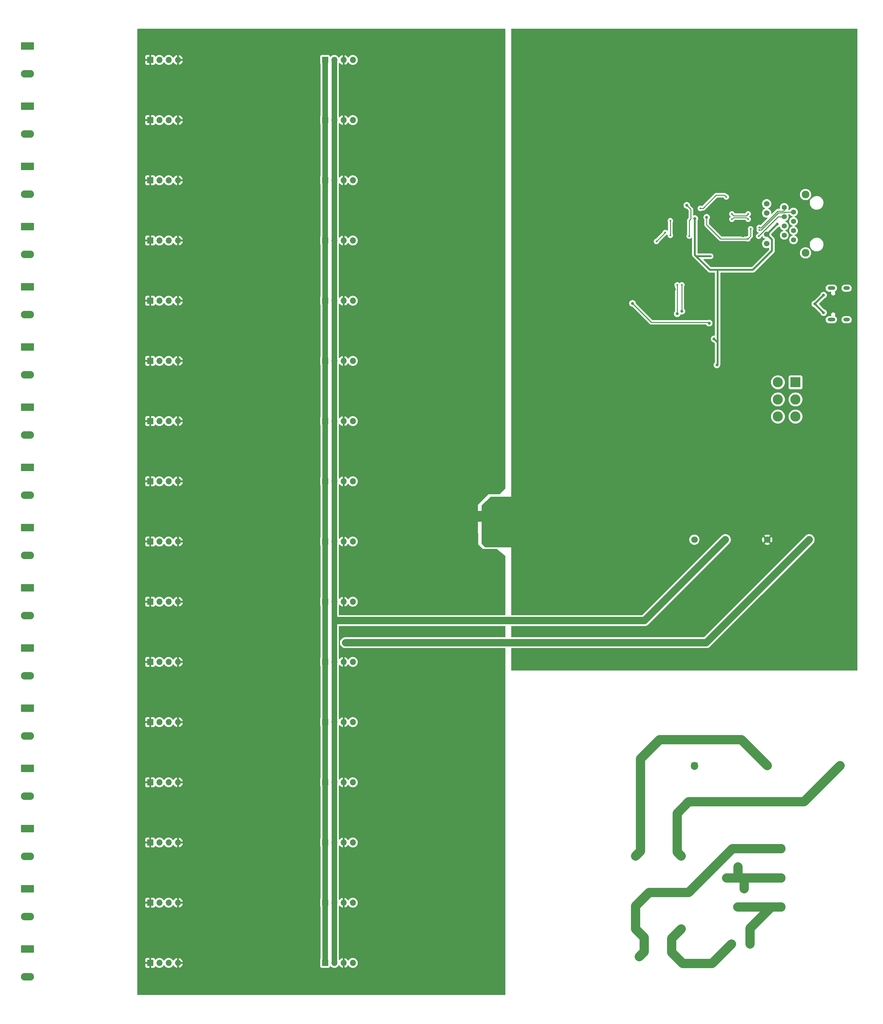
<source format=gbr>
%TF.GenerationSoftware,KiCad,Pcbnew,7.0.9*%
%TF.CreationDate,2024-07-10T12:52:44+02:00*%
%TF.ProjectId,diffprobe-espnow,64696666-7072-46f6-9265-2d6573706e6f,rev?*%
%TF.SameCoordinates,Original*%
%TF.FileFunction,Copper,L2,Bot*%
%TF.FilePolarity,Positive*%
%FSLAX46Y46*%
G04 Gerber Fmt 4.6, Leading zero omitted, Abs format (unit mm)*
G04 Created by KiCad (PCBNEW 7.0.9) date 2024-07-10 12:52:44*
%MOMM*%
%LPD*%
G01*
G04 APERTURE LIST*
G04 Aperture macros list*
%AMRoundRect*
0 Rectangle with rounded corners*
0 $1 Rounding radius*
0 $2 $3 $4 $5 $6 $7 $8 $9 X,Y pos of 4 corners*
0 Add a 4 corners polygon primitive as box body*
4,1,4,$2,$3,$4,$5,$6,$7,$8,$9,$2,$3,0*
0 Add four circle primitives for the rounded corners*
1,1,$1+$1,$2,$3*
1,1,$1+$1,$4,$5*
1,1,$1+$1,$6,$7*
1,1,$1+$1,$8,$9*
0 Add four rect primitives between the rounded corners*
20,1,$1+$1,$2,$3,$4,$5,0*
20,1,$1+$1,$4,$5,$6,$7,0*
20,1,$1+$1,$6,$7,$8,$9,0*
20,1,$1+$1,$8,$9,$2,$3,0*%
G04 Aperture macros list end*
%TA.AperFunction,ComponentPad*%
%ADD10C,1.397000*%
%TD*%
%TA.AperFunction,ComponentPad*%
%ADD11C,1.524000*%
%TD*%
%TA.AperFunction,ComponentPad*%
%ADD12C,2.108200*%
%TD*%
%TA.AperFunction,ComponentPad*%
%ADD13R,1.700000X1.700000*%
%TD*%
%TA.AperFunction,ComponentPad*%
%ADD14O,1.700000X1.700000*%
%TD*%
%TA.AperFunction,ComponentPad*%
%ADD15RoundRect,0.250001X-1.549999X0.799999X-1.549999X-0.799999X1.549999X-0.799999X1.549999X0.799999X0*%
%TD*%
%TA.AperFunction,ComponentPad*%
%ADD16O,3.600000X2.100000*%
%TD*%
%TA.AperFunction,ComponentPad*%
%ADD17O,2.100000X1.000000*%
%TD*%
%TA.AperFunction,ComponentPad*%
%ADD18O,1.800000X1.000000*%
%TD*%
%TA.AperFunction,ComponentPad*%
%ADD19R,2.800000X2.800000*%
%TD*%
%TA.AperFunction,ComponentPad*%
%ADD20C,2.800000*%
%TD*%
%TA.AperFunction,ComponentPad*%
%ADD21C,2.000000*%
%TD*%
%TA.AperFunction,ComponentPad*%
%ADD22C,2.600000*%
%TD*%
%TA.AperFunction,ComponentPad*%
%ADD23C,1.750000*%
%TD*%
%TA.AperFunction,ComponentPad*%
%ADD24C,1.600000*%
%TD*%
%TA.AperFunction,ComponentPad*%
%ADD25R,1.800000X1.800000*%
%TD*%
%TA.AperFunction,ComponentPad*%
%ADD26C,1.800000*%
%TD*%
%TA.AperFunction,ViaPad*%
%ADD27C,0.800000*%
%TD*%
%TA.AperFunction,ViaPad*%
%ADD28C,0.500000*%
%TD*%
%TA.AperFunction,ViaPad*%
%ADD29C,1.200000*%
%TD*%
%TA.AperFunction,ViaPad*%
%ADD30C,2.400000*%
%TD*%
%TA.AperFunction,Conductor*%
%ADD31C,0.500000*%
%TD*%
%TA.AperFunction,Conductor*%
%ADD32C,0.250000*%
%TD*%
%TA.AperFunction,Conductor*%
%ADD33C,0.200000*%
%TD*%
%TA.AperFunction,Conductor*%
%ADD34C,2.000000*%
%TD*%
%TA.AperFunction,Conductor*%
%ADD35C,2.500000*%
%TD*%
%TA.AperFunction,Conductor*%
%ADD36C,1.500000*%
%TD*%
G04 APERTURE END LIST*
D10*
%TO.P,J12,1*%
%TO.N,/esp32andadc/TX_P*%
X292714200Y-116999450D03*
%TO.P,J12,2*%
%TO.N,/esp32andadc/TX_N*%
X295254200Y-118269450D03*
%TO.P,J12,3*%
%TO.N,Net-(C123-Pad2)*%
X292714200Y-119539450D03*
%TO.P,J12,4*%
%TO.N,unconnected-(J12-Pad4)*%
X295254200Y-120809450D03*
%TO.P,J12,5*%
%TO.N,unconnected-(J12-Pad5)*%
X292714200Y-122079450D03*
%TO.P,J12,6*%
%TO.N,Net-(C124-Pad2)*%
X295254200Y-123349450D03*
%TO.P,J12,7*%
%TO.N,/esp32andadc/RX_P*%
X292714200Y-124619450D03*
%TO.P,J12,8*%
%TO.N,/esp32andadc/RX_N*%
X295254200Y-125889450D03*
D11*
%TO.P,J12,9*%
%TO.N,Net-(J12-Pad9)*%
X287888200Y-115983450D03*
%TO.P,J12,10*%
%TO.N,/esp32andadc/VCC3V3*%
X287888200Y-118523450D03*
%TO.P,J12,11*%
X287888200Y-124365450D03*
%TO.P,J12,12*%
%TO.N,Net-(J12-Pad12)*%
X287888200Y-126905450D03*
D12*
%TO.P,J12,SH*%
%TO.N,GNDS*%
X298556200Y-129445450D03*
X298556200Y-113443450D03*
%TD*%
D13*
%TO.P,J124,1,Pin_1*%
%TO.N,/PS5V*%
X166700000Y-258140000D03*
D14*
%TO.P,J124,2,Pin_2*%
%TO.N,/PS-5V*%
X169240000Y-258140000D03*
%TO.P,J124,3,Pin_3*%
%TO.N,GND*%
X171780000Y-258140000D03*
%TO.P,J124,4,Pin_4*%
%TO.N,/esp32andadc/CH11*%
X174320000Y-258140000D03*
%TD*%
D15*
%TO.P,J509,1,Pin_1*%
%TO.N,/8diffInputs1/IN_P_1*%
X85067500Y-204800000D03*
D16*
%TO.P,J509,2,Pin_2*%
%TO.N,/8diffInputs1/IN_N_1*%
X85067500Y-212420000D03*
%TD*%
D13*
%TO.P,J116,1,Pin_1*%
%TO.N,/PS5V*%
X166700000Y-192100000D03*
D14*
%TO.P,J116,2,Pin_2*%
%TO.N,/PS-5V*%
X169240000Y-192100000D03*
%TO.P,J116,3,Pin_3*%
%TO.N,GND*%
X171780000Y-192100000D03*
%TO.P,J116,4,Pin_4*%
%TO.N,/esp32andadc/CH7*%
X174320000Y-192100000D03*
%TD*%
D15*
%TO.P,J504,1,Pin_1*%
%TO.N,/8diffInputs/IN_P_4*%
X85067500Y-122250000D03*
D16*
%TO.P,J504,2,Pin_2*%
%TO.N,/8diffInputs/IN_N_4*%
X85067500Y-129870000D03*
%TD*%
D13*
%TO.P,J132,1,Pin_1*%
%TO.N,/PS5V*%
X166700000Y-324180000D03*
D14*
%TO.P,J132,2,Pin_2*%
%TO.N,/PS-5V*%
X169240000Y-324180000D03*
%TO.P,J132,3,Pin_3*%
%TO.N,GND*%
X171780000Y-324180000D03*
%TO.P,J132,4,Pin_4*%
%TO.N,/esp32andadc/CH15*%
X174320000Y-324180000D03*
%TD*%
D13*
%TO.P,J131,1,Pin_1*%
%TO.N,GND*%
X118700000Y-324180000D03*
D14*
%TO.P,J131,2,Pin_2*%
%TO.N,/8diffInputs1/IN_P_LV_8*%
X121240000Y-324180000D03*
%TO.P,J131,3,Pin_3*%
%TO.N,/8diffInputs1/IN_N_LV_8*%
X123780000Y-324180000D03*
%TO.P,J131,4,Pin_4*%
%TO.N,GND*%
X126320000Y-324180000D03*
%TD*%
D13*
%TO.P,J117,1,Pin_1*%
%TO.N,GND*%
X118700000Y-208610000D03*
D14*
%TO.P,J117,2,Pin_2*%
%TO.N,/8diffInputs1/IN_P_LV_1*%
X121240000Y-208610000D03*
%TO.P,J117,3,Pin_3*%
%TO.N,/8diffInputs1/IN_N_LV_1*%
X123780000Y-208610000D03*
%TO.P,J117,4,Pin_4*%
%TO.N,GND*%
X126320000Y-208610000D03*
%TD*%
D13*
%TO.P,J112,1,Pin_1*%
%TO.N,/PS5V*%
X166700000Y-159080000D03*
D14*
%TO.P,J112,2,Pin_2*%
%TO.N,/PS-5V*%
X169240000Y-159080000D03*
%TO.P,J112,3,Pin_3*%
%TO.N,GND*%
X171780000Y-159080000D03*
%TO.P,J112,4,Pin_4*%
%TO.N,/esp32andadc/CH5*%
X174320000Y-159080000D03*
%TD*%
D13*
%TO.P,J122,1,Pin_1*%
%TO.N,/PS5V*%
X166700000Y-241630000D03*
D14*
%TO.P,J122,2,Pin_2*%
%TO.N,/PS-5V*%
X169240000Y-241630000D03*
%TO.P,J122,3,Pin_3*%
%TO.N,GND*%
X171780000Y-241630000D03*
%TO.P,J122,4,Pin_4*%
%TO.N,/esp32andadc/CH10*%
X174320000Y-241630000D03*
%TD*%
D13*
%TO.P,J105,1,Pin_1*%
%TO.N,GND*%
X118700000Y-109550000D03*
D14*
%TO.P,J105,2,Pin_2*%
%TO.N,/8diffInputs/IN_P_LV_3*%
X121240000Y-109550000D03*
%TO.P,J105,3,Pin_3*%
%TO.N,/8diffInputs/IN_N_LV_3*%
X123780000Y-109550000D03*
%TO.P,J105,4,Pin_4*%
%TO.N,GND*%
X126320000Y-109550000D03*
%TD*%
D15*
%TO.P,J503,1,Pin_1*%
%TO.N,/8diffInputs/IN_P_3*%
X85067500Y-105740000D03*
D16*
%TO.P,J503,2,Pin_2*%
%TO.N,/8diffInputs/IN_N_3*%
X85067500Y-113360000D03*
%TD*%
D13*
%TO.P,J129,1,Pin_1*%
%TO.N,GND*%
X118700000Y-307670000D03*
D14*
%TO.P,J129,2,Pin_2*%
%TO.N,/8diffInputs1/IN_P_LV_7*%
X121240000Y-307670000D03*
%TO.P,J129,3,Pin_3*%
%TO.N,/8diffInputs1/IN_N_LV_7*%
X123780000Y-307670000D03*
%TO.P,J129,4,Pin_4*%
%TO.N,GND*%
X126320000Y-307670000D03*
%TD*%
D17*
%TO.P,J11,S1,SHIELD*%
%TO.N,/esp32andadc/SHIELD*%
X305645000Y-147765000D03*
D18*
X309825000Y-147765000D03*
D17*
X305645000Y-139125000D03*
D18*
X309825000Y-139125000D03*
%TD*%
D19*
%TO.P,SW103,1,A*%
%TO.N,/esp32andadc/USB5V*%
X295810000Y-164950000D03*
D20*
%TO.P,SW103,2,B*%
%TO.N,/esp32andadc/VCC5V*%
X295810000Y-169650000D03*
%TO.P,SW103,3,C*%
%TO.N,/PS5V*%
X295810000Y-174350000D03*
%TO.P,SW103,4,A*%
%TO.N,/esp32andadc/USB5V*%
X290980000Y-164950000D03*
%TO.P,SW103,5,B*%
%TO.N,/esp32andadc/VCC5V*%
X290980000Y-169650000D03*
%TO.P,SW103,6,C*%
%TO.N,/PS5V*%
X290980000Y-174350000D03*
%TD*%
D21*
%TO.P,C302,1*%
%TO.N,Net-(PS1-ACIN(N))*%
X253300000Y-286080000D03*
%TO.P,C302,2*%
%TO.N,Net-(PS1-ACIN(L))*%
X263300000Y-286080000D03*
%TD*%
D13*
%TO.P,J118,1,Pin_1*%
%TO.N,/PS5V*%
X166700000Y-208610000D03*
D14*
%TO.P,J118,2,Pin_2*%
%TO.N,/PS-5V*%
X169240000Y-208610000D03*
%TO.P,J118,3,Pin_3*%
%TO.N,GND*%
X171780000Y-208610000D03*
%TO.P,J118,4,Pin_4*%
%TO.N,/esp32andadc/CH8*%
X174320000Y-208610000D03*
%TD*%
D15*
%TO.P,J505,1,Pin_1*%
%TO.N,/8diffInputs/IN_P_5*%
X85067500Y-138760000D03*
D16*
%TO.P,J505,2,Pin_2*%
%TO.N,/8diffInputs/IN_N_5*%
X85067500Y-146380000D03*
%TD*%
D15*
%TO.P,J510,1,Pin_1*%
%TO.N,/8diffInputs1/IN_P_2*%
X85067500Y-221310000D03*
D16*
%TO.P,J510,2,Pin_2*%
%TO.N,/8diffInputs1/IN_N_2*%
X85067500Y-228930000D03*
%TD*%
D13*
%TO.P,J108,1,Pin_1*%
%TO.N,/PS5V*%
X166700000Y-126060000D03*
D14*
%TO.P,J108,2,Pin_2*%
%TO.N,/PS-5V*%
X169240000Y-126060000D03*
%TO.P,J108,3,Pin_3*%
%TO.N,GND*%
X171780000Y-126060000D03*
%TO.P,J108,4,Pin_4*%
%TO.N,/esp32andadc/CH3*%
X174320000Y-126060000D03*
%TD*%
D15*
%TO.P,J507,1,Pin_1*%
%TO.N,/8diffInputs/IN_P_7*%
X85067500Y-171780000D03*
D16*
%TO.P,J507,2,Pin_2*%
%TO.N,/8diffInputs/IN_N_7*%
X85067500Y-179400000D03*
%TD*%
D22*
%TO.P,J54,1,Pin_1*%
%TO.N,Net-(J54-Pin_1)*%
X291760000Y-308830000D03*
%TD*%
D13*
%TO.P,J123,1,Pin_1*%
%TO.N,GND*%
X118700000Y-258140000D03*
D14*
%TO.P,J123,2,Pin_2*%
%TO.N,/8diffInputs1/IN_P_LV_4*%
X121240000Y-258140000D03*
%TO.P,J123,3,Pin_3*%
%TO.N,/8diffInputs1/IN_N_LV_4*%
X123780000Y-258140000D03*
%TO.P,J123,4,Pin_4*%
%TO.N,GND*%
X126320000Y-258140000D03*
%TD*%
D15*
%TO.P,J512,1,Pin_1*%
%TO.N,/8diffInputs1/IN_P_4*%
X85067500Y-254330000D03*
D16*
%TO.P,J512,2,Pin_2*%
%TO.N,/8diffInputs1/IN_N_4*%
X85067500Y-261950000D03*
%TD*%
D21*
%TO.P,F1,1*%
%TO.N,Net-(J54-Pin_1)*%
X283350000Y-318980000D03*
%TO.P,F1,2*%
%TO.N,Net-(C301-Pad2)*%
X278270000Y-318980000D03*
%TD*%
D13*
%TO.P,J128,1,Pin_1*%
%TO.N,/PS5V*%
X166700000Y-291160000D03*
D14*
%TO.P,J128,2,Pin_2*%
%TO.N,/PS-5V*%
X169240000Y-291160000D03*
%TO.P,J128,3,Pin_3*%
%TO.N,GND*%
X171780000Y-291160000D03*
%TO.P,J128,4,Pin_4*%
%TO.N,/esp32andadc/CH13*%
X174320000Y-291160000D03*
%TD*%
D15*
%TO.P,J508,1,Pin_1*%
%TO.N,/8diffInputs/IN_P_8*%
X85067500Y-188290000D03*
D16*
%TO.P,J508,2,Pin_2*%
%TO.N,/8diffInputs/IN_N_8*%
X85067500Y-195910000D03*
%TD*%
D13*
%TO.P,J106,1,Pin_1*%
%TO.N,/PS5V*%
X166700000Y-109550000D03*
D14*
%TO.P,J106,2,Pin_2*%
%TO.N,/PS-5V*%
X169240000Y-109550000D03*
%TO.P,J106,3,Pin_3*%
%TO.N,GND*%
X171780000Y-109550000D03*
%TO.P,J106,4,Pin_4*%
%TO.N,/esp32andadc/CH2*%
X174320000Y-109550000D03*
%TD*%
D13*
%TO.P,J103,1,Pin_1*%
%TO.N,GND*%
X118700000Y-93040000D03*
D14*
%TO.P,J103,2,Pin_2*%
%TO.N,/8diffInputs/IN_P_LV_2*%
X121240000Y-93040000D03*
%TO.P,J103,3,Pin_3*%
%TO.N,/8diffInputs/IN_N_LV_2*%
X123780000Y-93040000D03*
%TO.P,J103,4,Pin_4*%
%TO.N,GND*%
X126320000Y-93040000D03*
%TD*%
D21*
%TO.P,C301,1*%
%TO.N,Net-(J55-Pin_1)*%
X252950000Y-322430000D03*
%TO.P,C301,2*%
%TO.N,Net-(C301-Pad2)*%
X262950000Y-322430000D03*
%TD*%
D13*
%TO.P,J113,1,Pin_1*%
%TO.N,GND*%
X118700000Y-175590000D03*
D14*
%TO.P,J113,2,Pin_2*%
%TO.N,/8diffInputs/IN_P_LV_7*%
X121240000Y-175590000D03*
%TO.P,J113,3,Pin_3*%
%TO.N,/8diffInputs/IN_N_LV_7*%
X123780000Y-175590000D03*
%TO.P,J113,4,Pin_4*%
%TO.N,GND*%
X126320000Y-175590000D03*
%TD*%
D23*
%TO.P,FL1,1,1*%
%TO.N,Net-(J55-Pin_1)*%
X251950000Y-314880000D03*
%TO.P,FL1,2,2*%
%TO.N,Net-(PS1-ACIN(N))*%
X251950000Y-294880000D03*
%TO.P,FL1,3,3*%
%TO.N,Net-(C301-Pad2)*%
X264450000Y-314880000D03*
%TO.P,FL1,4,4*%
%TO.N,Net-(PS1-ACIN(L))*%
X264450000Y-294880000D03*
%TD*%
D13*
%TO.P,J119,1,Pin_1*%
%TO.N,GND*%
X118700000Y-225120000D03*
D14*
%TO.P,J119,2,Pin_2*%
%TO.N,/8diffInputs1/IN_P_LV_2*%
X121240000Y-225120000D03*
%TO.P,J119,3,Pin_3*%
%TO.N,/8diffInputs1/IN_N_LV_2*%
X123780000Y-225120000D03*
%TO.P,J119,4,Pin_4*%
%TO.N,GND*%
X126320000Y-225120000D03*
%TD*%
D13*
%TO.P,J107,1,Pin_1*%
%TO.N,GND*%
X118700000Y-126060000D03*
D14*
%TO.P,J107,2,Pin_2*%
%TO.N,/8diffInputs/IN_P_LV_4*%
X121240000Y-126060000D03*
%TO.P,J107,3,Pin_3*%
%TO.N,/8diffInputs/IN_N_LV_4*%
X123780000Y-126060000D03*
%TO.P,J107,4,Pin_4*%
%TO.N,GND*%
X126320000Y-126060000D03*
%TD*%
D13*
%TO.P,J114,1,Pin_1*%
%TO.N,/PS5V*%
X166700000Y-175590000D03*
D14*
%TO.P,J114,2,Pin_2*%
%TO.N,/PS-5V*%
X169240000Y-175590000D03*
%TO.P,J114,3,Pin_3*%
%TO.N,GND*%
X171780000Y-175590000D03*
%TO.P,J114,4,Pin_4*%
%TO.N,/esp32andadc/CH6*%
X174320000Y-175590000D03*
%TD*%
D24*
%TO.P,RV2,1*%
%TO.N,Net-(J55-Pin_1)*%
X281850000Y-292830000D03*
%TO.P,RV2,2*%
%TO.N,Net-(J56-Pin_1)*%
X280050000Y-297830000D03*
%TD*%
D13*
%TO.P,J130,1,Pin_1*%
%TO.N,/PS5V*%
X166700000Y-307670000D03*
D14*
%TO.P,J130,2,Pin_2*%
%TO.N,/PS-5V*%
X169240000Y-307670000D03*
%TO.P,J130,3,Pin_3*%
%TO.N,GND*%
X171780000Y-307670000D03*
%TO.P,J130,4,Pin_4*%
%TO.N,/esp32andadc/CH14*%
X174320000Y-307670000D03*
%TD*%
D13*
%TO.P,J111,1,Pin_1*%
%TO.N,GND*%
X118700000Y-159080000D03*
D14*
%TO.P,J111,2,Pin_2*%
%TO.N,/8diffInputs/IN_P_LV_6*%
X121240000Y-159080000D03*
%TO.P,J111,3,Pin_3*%
%TO.N,/8diffInputs/IN_N_LV_6*%
X123780000Y-159080000D03*
%TO.P,J111,4,Pin_4*%
%TO.N,GND*%
X126320000Y-159080000D03*
%TD*%
D22*
%TO.P,J56,1,Pin_1*%
%TO.N,Net-(J56-Pin_1)*%
X291760000Y-300860000D03*
%TD*%
D15*
%TO.P,J506,1,Pin_1*%
%TO.N,/8diffInputs/IN_P_6*%
X85067500Y-155270000D03*
D16*
%TO.P,J506,2,Pin_2*%
%TO.N,/8diffInputs/IN_N_6*%
X85067500Y-162890000D03*
%TD*%
D25*
%TO.P,PS1,1,FG*%
%TO.N,Net-(J56-Pin_1)*%
X268050000Y-270100000D03*
D26*
%TO.P,PS1,2,ACIN(N)*%
%TO.N,Net-(PS1-ACIN(N))*%
X288050000Y-270100000D03*
%TO.P,PS1,3,ACIN(L)*%
%TO.N,Net-(PS1-ACIN(L))*%
X308050000Y-270100000D03*
%TO.P,PS1,4,NC*%
%TO.N,unconnected-(PS1-NC-Pad4)*%
X268050000Y-208100000D03*
%TO.P,PS1,5,VOUT2*%
%TO.N,/PS-5V*%
X276550000Y-208100000D03*
%TO.P,PS1,6,COMMON_1/2*%
%TO.N,GND*%
X288050000Y-208100000D03*
%TO.P,PS1,7,+VOUT1*%
%TO.N,/PS5V*%
X299550000Y-208100000D03*
%TD*%
D15*
%TO.P,J516,1,Pin_1*%
%TO.N,/8diffInputs1/IN_P_8*%
X85067500Y-320370000D03*
D16*
%TO.P,J516,2,Pin_2*%
%TO.N,/8diffInputs1/IN_N_8*%
X85067500Y-327990000D03*
%TD*%
D13*
%TO.P,J110,1,Pin_1*%
%TO.N,/PS5V*%
X166700000Y-142570000D03*
D14*
%TO.P,J110,2,Pin_2*%
%TO.N,/PS-5V*%
X169240000Y-142570000D03*
%TO.P,J110,3,Pin_3*%
%TO.N,GND*%
X171780000Y-142570000D03*
%TO.P,J110,4,Pin_4*%
%TO.N,/esp32andadc/CH4*%
X174320000Y-142570000D03*
%TD*%
D22*
%TO.P,J55,1,Pin_1*%
%TO.N,Net-(J55-Pin_1)*%
X291760000Y-292830000D03*
%TD*%
D13*
%TO.P,J101,1,Pin_1*%
%TO.N,GND*%
X118700000Y-76530000D03*
D14*
%TO.P,J101,2,Pin_2*%
%TO.N,/8diffInputs/IN_P_LV_1*%
X121240000Y-76530000D03*
%TO.P,J101,3,Pin_3*%
%TO.N,/8diffInputs/IN_N_LV_1*%
X123780000Y-76530000D03*
%TO.P,J101,4,Pin_4*%
%TO.N,GND*%
X126320000Y-76530000D03*
%TD*%
D13*
%TO.P,J121,1,Pin_1*%
%TO.N,GND*%
X118700000Y-241630000D03*
D14*
%TO.P,J121,2,Pin_2*%
%TO.N,/8diffInputs1/IN_P_LV_3*%
X121240000Y-241630000D03*
%TO.P,J121,3,Pin_3*%
%TO.N,/8diffInputs1/IN_N_LV_3*%
X123780000Y-241630000D03*
%TO.P,J121,4,Pin_4*%
%TO.N,GND*%
X126320000Y-241630000D03*
%TD*%
D13*
%TO.P,J109,1,Pin_1*%
%TO.N,GND*%
X118700000Y-142570000D03*
D14*
%TO.P,J109,2,Pin_2*%
%TO.N,/8diffInputs/IN_P_LV_5*%
X121240000Y-142570000D03*
%TO.P,J109,3,Pin_3*%
%TO.N,/8diffInputs/IN_N_LV_5*%
X123780000Y-142570000D03*
%TO.P,J109,4,Pin_4*%
%TO.N,GND*%
X126320000Y-142570000D03*
%TD*%
D13*
%TO.P,J115,1,Pin_1*%
%TO.N,GND*%
X118700000Y-192100000D03*
D14*
%TO.P,J115,2,Pin_2*%
%TO.N,/8diffInputs/IN_P_LV_8*%
X121240000Y-192100000D03*
%TO.P,J115,3,Pin_3*%
%TO.N,/8diffInputs/IN_N_LV_8*%
X123780000Y-192100000D03*
%TO.P,J115,4,Pin_4*%
%TO.N,GND*%
X126320000Y-192100000D03*
%TD*%
D13*
%TO.P,J120,1,Pin_1*%
%TO.N,/PS5V*%
X166700000Y-225120000D03*
D14*
%TO.P,J120,2,Pin_2*%
%TO.N,/PS-5V*%
X169240000Y-225120000D03*
%TO.P,J120,3,Pin_3*%
%TO.N,GND*%
X171780000Y-225120000D03*
%TO.P,J120,4,Pin_4*%
%TO.N,/esp32andadc/CH9*%
X174320000Y-225120000D03*
%TD*%
D13*
%TO.P,J102,1,Pin_1*%
%TO.N,/PS5V*%
X166700000Y-76530000D03*
D14*
%TO.P,J102,2,Pin_2*%
%TO.N,/PS-5V*%
X169240000Y-76530000D03*
%TO.P,J102,3,Pin_3*%
%TO.N,GND*%
X171780000Y-76530000D03*
%TO.P,J102,4,Pin_4*%
%TO.N,/esp32andadc/CH0*%
X174320000Y-76530000D03*
%TD*%
D15*
%TO.P,J513,1,Pin_1*%
%TO.N,/8diffInputs1/IN_P_5*%
X85067500Y-270840000D03*
D16*
%TO.P,J513,2,Pin_2*%
%TO.N,/8diffInputs1/IN_N_5*%
X85067500Y-278460000D03*
%TD*%
D15*
%TO.P,J502,1,Pin_1*%
%TO.N,/8diffInputs/IN_P_2*%
X85067500Y-89230000D03*
D16*
%TO.P,J502,2,Pin_2*%
%TO.N,/8diffInputs/IN_N_2*%
X85067500Y-96850000D03*
%TD*%
D13*
%TO.P,J104,1,Pin_1*%
%TO.N,/PS5V*%
X166700000Y-93040000D03*
D14*
%TO.P,J104,2,Pin_2*%
%TO.N,/PS-5V*%
X169240000Y-93040000D03*
%TO.P,J104,3,Pin_3*%
%TO.N,GND*%
X171780000Y-93040000D03*
%TO.P,J104,4,Pin_4*%
%TO.N,/esp32andadc/CH1*%
X174320000Y-93040000D03*
%TD*%
D15*
%TO.P,J514,1,Pin_1*%
%TO.N,/8diffInputs1/IN_P_6*%
X85067500Y-287350000D03*
D16*
%TO.P,J514,2,Pin_2*%
%TO.N,/8diffInputs1/IN_N_6*%
X85067500Y-294970000D03*
%TD*%
D13*
%TO.P,J127,1,Pin_1*%
%TO.N,GND*%
X118700000Y-291160000D03*
D14*
%TO.P,J127,2,Pin_2*%
%TO.N,/8diffInputs1/IN_P_LV_6*%
X121240000Y-291160000D03*
%TO.P,J127,3,Pin_3*%
%TO.N,/8diffInputs1/IN_N_LV_6*%
X123780000Y-291160000D03*
%TO.P,J127,4,Pin_4*%
%TO.N,GND*%
X126320000Y-291160000D03*
%TD*%
D15*
%TO.P,J501,1,Pin_1*%
%TO.N,/8diffInputs/IN_P_1*%
X85067500Y-72720000D03*
D16*
%TO.P,J501,2,Pin_2*%
%TO.N,/8diffInputs/IN_N_1*%
X85067500Y-80340000D03*
%TD*%
D24*
%TO.P,RV1,1*%
%TO.N,Net-(J54-Pin_1)*%
X279900000Y-308830000D03*
%TO.P,RV1,2*%
%TO.N,Net-(J56-Pin_1)*%
X281700000Y-303830000D03*
%TD*%
D13*
%TO.P,J126,1,Pin_1*%
%TO.N,/PS5V*%
X166700000Y-274650000D03*
D14*
%TO.P,J126,2,Pin_2*%
%TO.N,/PS-5V*%
X169240000Y-274650000D03*
%TO.P,J126,3,Pin_3*%
%TO.N,GND*%
X171780000Y-274650000D03*
%TO.P,J126,4,Pin_4*%
%TO.N,/esp32andadc/CH12*%
X174320000Y-274650000D03*
%TD*%
D15*
%TO.P,J515,1,Pin_1*%
%TO.N,/8diffInputs1/IN_P_7*%
X85067500Y-303860000D03*
D16*
%TO.P,J515,2,Pin_2*%
%TO.N,/8diffInputs1/IN_N_7*%
X85067500Y-311480000D03*
%TD*%
D13*
%TO.P,J125,1,Pin_1*%
%TO.N,GND*%
X118700000Y-274650000D03*
D14*
%TO.P,J125,2,Pin_2*%
%TO.N,/8diffInputs1/IN_P_LV_5*%
X121240000Y-274650000D03*
%TO.P,J125,3,Pin_3*%
%TO.N,/8diffInputs1/IN_N_LV_5*%
X123780000Y-274650000D03*
%TO.P,J125,4,Pin_4*%
%TO.N,GND*%
X126320000Y-274650000D03*
%TD*%
D15*
%TO.P,J511,1,Pin_1*%
%TO.N,/8diffInputs1/IN_P_3*%
X85067500Y-237820000D03*
D16*
%TO.P,J511,2,Pin_2*%
%TO.N,/8diffInputs1/IN_N_3*%
X85067500Y-245440000D03*
%TD*%
D27*
%TO.N,/esp32andadc/VCC3V3*%
X290807375Y-121542625D03*
%TO.N,GND*%
X298650000Y-121350000D03*
X274350000Y-128650000D03*
X274000000Y-122900000D03*
X270334769Y-121250000D03*
X206900000Y-201700000D03*
X211100000Y-201700000D03*
X211100000Y-202800000D03*
X211100000Y-200600000D03*
X206900000Y-200600000D03*
X206900000Y-202800000D03*
X278250000Y-121650000D03*
D28*
%TO.N,/esp32andadc/ACTLED*%
X269700000Y-117250000D03*
%TO.N,/esp32andadc/LINKLED*%
X266650000Y-124850000D03*
%TO.N,Net-(C123-Pad2)*%
X285700000Y-124900000D03*
%TO.N,/esp32andadc/VA3V3*%
X282700000Y-125600000D03*
X283475000Y-122875000D03*
%TO.N,/esp32andadc/TX_N*%
X285850000Y-123194500D03*
%TO.N,/esp32andadc/TX_P*%
X285850000Y-122494500D03*
D27*
%TO.N,GND*%
X279150000Y-117100000D03*
D28*
%TO.N,Net-(C125-Pad1)*%
X278350000Y-118750000D03*
%TO.N,Net-(C126-Pad1)*%
X278350000Y-120250000D03*
%TO.N,Net-(C125-Pad1)*%
X282800000Y-118750000D03*
%TO.N,Net-(C126-Pad1)*%
X282800000Y-120250000D03*
D27*
%TO.N,GND*%
X292050000Y-199600000D03*
X290900000Y-200750000D03*
X285350000Y-200700000D03*
X284200000Y-199600000D03*
X300400000Y-194800000D03*
X298800000Y-194800000D03*
X300400000Y-191300000D03*
X298800000Y-191300000D03*
X277350000Y-194650000D03*
X275800000Y-194650000D03*
X277250000Y-191250000D03*
X275800000Y-191250000D03*
X289600000Y-117700000D03*
X212400000Y-204925500D03*
X213650000Y-202950000D03*
X185150000Y-216400000D03*
X185000000Y-193100000D03*
X185100000Y-212100000D03*
X195600000Y-202550000D03*
X268800000Y-167100000D03*
X267300000Y-166700000D03*
X214300000Y-204100000D03*
X211850000Y-207400000D03*
D28*
X307300000Y-134050000D03*
X305150000Y-134050000D03*
D27*
X303500000Y-147200000D03*
X303500000Y-139600000D03*
%TO.N,Net-(D101-A)*%
X303500000Y-145845000D03*
D28*
%TO.N,GND*%
X291200000Y-143450000D03*
D27*
X270937005Y-113023305D03*
X207746663Y-215550000D03*
X215400000Y-190450000D03*
X296800000Y-146200000D03*
X256050000Y-173800000D03*
X188613333Y-190450000D03*
X256100000Y-165250000D03*
X266050000Y-119400000D03*
X220900000Y-202600000D03*
X258364999Y-154290000D03*
X240750000Y-183300000D03*
X212900000Y-198700000D03*
X192439999Y-215550000D03*
X270350000Y-160950000D03*
X255850000Y-130900000D03*
X200093331Y-215550000D03*
D28*
X298556200Y-135700000D03*
D27*
X277900000Y-123950000D03*
X265300000Y-150600000D03*
X276050000Y-114950000D03*
X255100000Y-139750000D03*
X274250000Y-118400000D03*
X250750000Y-170550000D03*
X196266665Y-215550000D03*
X261282005Y-111545000D03*
D28*
X214950000Y-201625500D03*
D27*
X253050000Y-161700000D03*
X250964999Y-159300000D03*
X215400000Y-215550000D03*
X281350000Y-124800000D03*
X283800000Y-149500000D03*
X207746663Y-190450000D03*
X211573329Y-215550000D03*
X261314200Y-115600000D03*
X228700000Y-201650000D03*
X285400000Y-116350000D03*
X251300000Y-164850000D03*
X185023334Y-190300000D03*
X248250000Y-175850000D03*
X258800000Y-155950000D03*
X233250000Y-190750000D03*
X192439999Y-190450000D03*
X266279199Y-110150000D03*
X264370000Y-166947500D03*
X263182005Y-106625000D03*
X271440000Y-173817500D03*
X275564200Y-106650000D03*
X265514999Y-159310000D03*
X200093331Y-190450000D03*
X297050000Y-140600000D03*
X203919997Y-215550000D03*
X283750000Y-156250000D03*
X268564200Y-116500000D03*
X270600000Y-167150000D03*
X188613333Y-215550000D03*
X276700000Y-154400000D03*
X247794200Y-112760000D03*
X196266665Y-190450000D03*
X260714200Y-119400000D03*
X263129199Y-123400000D03*
X283550000Y-128550000D03*
X262600000Y-139450000D03*
X203919997Y-190450000D03*
X268629199Y-110322834D03*
X276700000Y-151400000D03*
X211573329Y-190450000D03*
X225750000Y-198200000D03*
X290600000Y-126750000D03*
%TO.N,/esp32andadc/VCC3V3*%
X274233750Y-160183750D03*
X273450000Y-153050000D03*
X268192005Y-120029695D03*
D28*
X272529199Y-130350000D03*
D29*
%TO.N,/PS5V*%
X166700000Y-236350000D03*
X172300000Y-236350000D03*
D27*
%TO.N,/esp32andadc/VA3V3*%
X271414200Y-119700000D03*
D28*
%TO.N,/esp32andadc/ACTLED*%
X276800000Y-114100000D03*
D27*
%TO.N,/esp32andadc/LINKLED*%
X265964200Y-116400000D03*
D30*
%TO.N,Net-(J56-Pin_1)*%
X276880000Y-300860000D03*
D27*
%TO.N,Net-(U101-GPIO0{slash}BOOT)*%
X251064999Y-143300000D03*
X272124999Y-148710000D03*
%TO.N,Net-(D101-A)*%
X303500000Y-141050000D03*
X301100000Y-143445000D03*
%TO.N,Net-(U101-GPIO17{slash}U1TXD{slash}ADC2_CH6)*%
X263344999Y-146150000D03*
D28*
X263350000Y-138250000D03*
%TO.N,Net-(U101-GPIO18{slash}U1RXD{slash}ADC2_CH7{slash}CLK_OUT3)*%
X264600000Y-138250000D03*
D27*
X264614999Y-145450000D03*
D28*
%TO.N,/esp32andadc/FSPICS0*%
X261450000Y-120641052D03*
X261450000Y-124650000D03*
%TO.N,/esp32andadc/FSPIQ*%
X257632100Y-126332100D03*
X260069821Y-123869821D03*
%TD*%
D31*
%TO.N,/esp32andadc/VCC3V3*%
X290807375Y-121542625D02*
X290807375Y-121507375D01*
X287984550Y-124365450D02*
X287888200Y-124365450D01*
X290807375Y-121542625D02*
X287984550Y-124365450D01*
X287888200Y-124361800D02*
X287888200Y-124365450D01*
X289350000Y-125827250D02*
X288711375Y-125188625D01*
X288711375Y-125188625D02*
X287888200Y-124365450D01*
D32*
%TO.N,/esp32andadc/VA3V3*%
X283475000Y-124825000D02*
X282700000Y-125600000D01*
X283475000Y-122875000D02*
X283475000Y-124825000D01*
%TO.N,/esp32andadc/FSPIQ*%
X260069821Y-123894379D02*
X260069821Y-123869821D01*
X257632100Y-126332100D02*
X260069821Y-123894379D01*
%TO.N,/esp32andadc/FSPICS0*%
X261450000Y-120641052D02*
X261450000Y-124650000D01*
D31*
%TO.N,/esp32andadc/VCC3V3*%
X274414999Y-134100000D02*
X284100000Y-134100000D01*
D32*
%TO.N,/esp32andadc/VA3V3*%
X275300000Y-125600000D02*
X271414200Y-121714200D01*
X271414200Y-121714200D02*
X271414200Y-119700000D01*
X282700000Y-125600000D02*
X275300000Y-125600000D01*
D31*
%TO.N,/esp32andadc/VCC3V3*%
X272300000Y-134100000D02*
X268192005Y-129992005D01*
X274414999Y-134100000D02*
X272300000Y-134100000D01*
X274414999Y-154014999D02*
X274414999Y-134100000D01*
X268192005Y-129992005D02*
X268192005Y-120029695D01*
D32*
%TO.N,/esp32andadc/ACTLED*%
X276350000Y-113650000D02*
X274050000Y-113650000D01*
X276800000Y-114100000D02*
X276350000Y-113650000D01*
X270450000Y-117250000D02*
X269700000Y-117250000D01*
X274050000Y-113650000D02*
X270450000Y-117250000D01*
X269700000Y-117250000D02*
X269664200Y-117250000D01*
D31*
%TO.N,/esp32andadc/VCC3V3*%
X268550000Y-130350000D02*
X272529199Y-130350000D01*
X284100000Y-134100000D02*
X289350000Y-128850000D01*
X289350000Y-128850000D02*
X289350000Y-125827250D01*
D32*
%TO.N,Net-(C123-Pad2)*%
X291060550Y-119539450D02*
X285700000Y-124900000D01*
X292714200Y-119539450D02*
X291060550Y-119539450D01*
%TO.N,/esp32andadc/TX_N*%
X291136396Y-118450000D02*
X286391896Y-123194500D01*
X292686396Y-118450000D02*
X291136396Y-118450000D01*
X292866946Y-118269450D02*
X292686396Y-118450000D01*
X286391896Y-123194500D02*
X285850000Y-123194500D01*
X295254200Y-118269450D02*
X292866946Y-118269450D01*
%TO.N,/esp32andadc/TX_P*%
X285974999Y-122619499D02*
X285850000Y-122494500D01*
X286330501Y-122619499D02*
X285974999Y-122619499D01*
X290950000Y-118000000D02*
X286330501Y-122619499D01*
X292500000Y-118000000D02*
X290950000Y-118000000D01*
X292714200Y-116999450D02*
X292714200Y-117785800D01*
X292714200Y-117785800D02*
X292500000Y-118000000D01*
D33*
%TO.N,/esp32andadc/TX_N*%
X285850000Y-123194500D02*
X285800000Y-123069500D01*
%TO.N,/esp32andadc/TX_P*%
X285850000Y-122494500D02*
X285800000Y-122619500D01*
D32*
%TO.N,Net-(C126-Pad1)*%
X282300000Y-119750000D02*
X282800000Y-120250000D01*
X278850000Y-119750000D02*
X282300000Y-119750000D01*
X278350000Y-120250000D02*
X278850000Y-119750000D01*
%TO.N,Net-(C125-Pad1)*%
X282300000Y-119250000D02*
X282800000Y-118750000D01*
X278850000Y-119250000D02*
X282300000Y-119250000D01*
X278350000Y-118750000D02*
X278850000Y-119250000D01*
D34*
%TO.N,/PS5V*%
X271300000Y-236350000D02*
X299550000Y-208100000D01*
X172300000Y-236350000D02*
X271300000Y-236350000D01*
%TO.N,/PS-5V*%
X170000000Y-230300000D02*
X254350000Y-230300000D01*
X254350000Y-230300000D02*
X276550000Y-208100000D01*
D31*
%TO.N,Net-(D101-A)*%
X303500000Y-141050000D02*
X301105000Y-143445000D01*
X301105000Y-143445000D02*
X301100000Y-143445000D01*
X303495000Y-145845000D02*
X301100000Y-143450000D01*
%TO.N,/esp32andadc/VCC3V3*%
X274233750Y-160183750D02*
X274414999Y-160002501D01*
X274414999Y-160002501D02*
X274414999Y-154100000D01*
X274414999Y-154014999D02*
X273450000Y-153050000D01*
X274414999Y-154100000D02*
X274414999Y-154014999D01*
D35*
%TO.N,Net-(PS1-ACIN(L))*%
X263300000Y-283200000D02*
X266500000Y-280000000D01*
X264450000Y-294900000D02*
X263300000Y-293750000D01*
X263300000Y-293750000D02*
X263300000Y-283200000D01*
X266500000Y-280000000D02*
X298150000Y-280000000D01*
X298150000Y-280000000D02*
X308050000Y-270100000D01*
D36*
%TO.N,/PS5V*%
X166700000Y-235900000D02*
X166700000Y-76530000D01*
X166700000Y-235900000D02*
X166700000Y-324180000D01*
%TO.N,/PS-5V*%
X169240000Y-231050000D02*
X169240000Y-76530000D01*
X169240000Y-324180000D02*
X169240000Y-231050000D01*
D35*
%TO.N,Net-(PS1-ACIN(N))*%
X280950000Y-263000000D02*
X288050000Y-270100000D01*
X253300000Y-268200000D02*
X258500000Y-263000000D01*
X258500000Y-263000000D02*
X280950000Y-263000000D01*
X253300000Y-293550000D02*
X253300000Y-268200000D01*
X251950000Y-294900000D02*
X253300000Y-293550000D01*
D32*
%TO.N,/esp32andadc/LINKLED*%
X267100000Y-117535800D02*
X265964200Y-116400000D01*
X266664200Y-120560800D02*
X267100000Y-120125000D01*
X266664200Y-124850000D02*
X266664200Y-120560800D01*
X267100000Y-120125000D02*
X267100000Y-117535800D01*
D35*
%TO.N,Net-(J55-Pin_1)*%
X255650000Y-304900000D02*
X251950000Y-308600000D01*
X254300000Y-321100000D02*
X252950000Y-322450000D01*
X278500000Y-292850000D02*
X266450000Y-304900000D01*
X266450000Y-304900000D02*
X255650000Y-304900000D01*
X254300000Y-317250000D02*
X254300000Y-321100000D01*
X251950000Y-314900000D02*
X254300000Y-317250000D01*
X291760000Y-292850000D02*
X278500000Y-292850000D01*
X251950000Y-308600000D02*
X251950000Y-314880000D01*
%TO.N,Net-(J54-Pin_1)*%
X291760000Y-308850000D02*
X279900000Y-308850000D01*
X283350000Y-319000000D02*
X283350000Y-314700000D01*
X283350000Y-314700000D02*
X289200000Y-308850000D01*
%TO.N,Net-(J56-Pin_1)*%
X280050000Y-297850000D02*
X280050000Y-300870000D01*
X291760000Y-300880000D02*
X281720000Y-300880000D01*
X276880000Y-300880000D02*
X280040000Y-300880000D01*
D34*
X268050000Y-270230000D02*
X268050000Y-270100000D01*
X280050000Y-300850000D02*
X280040000Y-300860000D01*
D35*
X281700000Y-303850000D02*
X281700000Y-300900000D01*
D34*
X281700000Y-300880000D02*
X281720000Y-300860000D01*
D32*
X280070000Y-297830000D02*
X280050000Y-297830000D01*
D35*
X281720000Y-300880000D02*
X280040000Y-300880000D01*
D32*
%TO.N,Net-(U101-GPIO0{slash}BOOT)*%
X251064999Y-143300000D02*
X256264999Y-148500000D01*
X256264999Y-148500000D02*
X271914999Y-148500000D01*
X271914999Y-148500000D02*
X272124999Y-148710000D01*
%TO.N,Net-(U101-GPIO17{slash}U1TXD{slash}ADC2_CH6)*%
X263344999Y-146150000D02*
X263350000Y-138250000D01*
X263350000Y-138250000D02*
X263344999Y-138300000D01*
%TO.N,Net-(U101-GPIO18{slash}U1RXD{slash}ADC2_CH7{slash}CLK_OUT3)*%
X264614999Y-145450000D02*
X264614999Y-138320000D01*
D35*
%TO.N,Net-(C301-Pad2)*%
X262950000Y-322430000D02*
X264870000Y-324350000D01*
X272900000Y-324350000D02*
X278270000Y-318980000D01*
X264870000Y-324350000D02*
X272900000Y-324350000D01*
X261850000Y-317480000D02*
X264450000Y-314880000D01*
X261850000Y-321330000D02*
X261850000Y-317480000D01*
X262950000Y-322430000D02*
X261850000Y-321330000D01*
%TD*%
%TA.AperFunction,Conductor*%
%TO.N,GND*%
G36*
X216143039Y-68019685D02*
G01*
X216188794Y-68072489D01*
X216200000Y-68124000D01*
X216200000Y-193949751D01*
X216180315Y-194016790D01*
X216165020Y-194036073D01*
X214636536Y-195612322D01*
X214575735Y-195646746D01*
X214547516Y-195650000D01*
X211650000Y-195650000D01*
X208650000Y-198499999D01*
X208658026Y-200249734D01*
X208658139Y-200249734D01*
X209650000Y-200249877D01*
X209650000Y-203149954D01*
X208671330Y-203149901D01*
X208671330Y-203149902D01*
X208700000Y-209400000D01*
X209900000Y-210650000D01*
X213804377Y-210650000D01*
X213871416Y-210669685D01*
X213884740Y-210679566D01*
X216156367Y-212612866D01*
X216194662Y-212671305D01*
X216200000Y-212707296D01*
X216200000Y-228675500D01*
X216180315Y-228742539D01*
X216127511Y-228788294D01*
X216076000Y-228799500D01*
X170614500Y-228799500D01*
X170547461Y-228779815D01*
X170501706Y-228727011D01*
X170490500Y-228675500D01*
X170490500Y-226025332D01*
X170510185Y-225958293D01*
X170562989Y-225912538D01*
X170632147Y-225902594D01*
X170695703Y-225931619D01*
X170716075Y-225954209D01*
X170741892Y-225991080D01*
X170908917Y-226158105D01*
X171102421Y-226293600D01*
X171316507Y-226393429D01*
X171316516Y-226393433D01*
X171530000Y-226450634D01*
X171530000Y-225555501D01*
X171637685Y-225604680D01*
X171744237Y-225620000D01*
X171815763Y-225620000D01*
X171922315Y-225604680D01*
X172030000Y-225555501D01*
X172030000Y-226450633D01*
X172243483Y-226393433D01*
X172243492Y-226393429D01*
X172457578Y-226293600D01*
X172651082Y-226158105D01*
X172818105Y-225991082D01*
X172948119Y-225805405D01*
X173002696Y-225761781D01*
X173072195Y-225754588D01*
X173134549Y-225786110D01*
X173151269Y-225805405D01*
X173281505Y-225991401D01*
X173448599Y-226158495D01*
X173525135Y-226212086D01*
X173642165Y-226294032D01*
X173642167Y-226294033D01*
X173642170Y-226294035D01*
X173856337Y-226393903D01*
X174084592Y-226455063D01*
X174255319Y-226470000D01*
X174319999Y-226475659D01*
X174320000Y-226475659D01*
X174320001Y-226475659D01*
X174384681Y-226470000D01*
X174555408Y-226455063D01*
X174783663Y-226393903D01*
X174997830Y-226294035D01*
X175191401Y-226158495D01*
X175358495Y-225991401D01*
X175494035Y-225797830D01*
X175593903Y-225583663D01*
X175655063Y-225355408D01*
X175675659Y-225120000D01*
X175655063Y-224884592D01*
X175593903Y-224656337D01*
X175494035Y-224442171D01*
X175488731Y-224434595D01*
X175358494Y-224248597D01*
X175191402Y-224081506D01*
X175191395Y-224081501D01*
X174997834Y-223945967D01*
X174997830Y-223945965D01*
X174926727Y-223912809D01*
X174783663Y-223846097D01*
X174783659Y-223846096D01*
X174783655Y-223846094D01*
X174555413Y-223784938D01*
X174555403Y-223784936D01*
X174320001Y-223764341D01*
X174319999Y-223764341D01*
X174084596Y-223784936D01*
X174084586Y-223784938D01*
X173856344Y-223846094D01*
X173856335Y-223846098D01*
X173642171Y-223945964D01*
X173642169Y-223945965D01*
X173448597Y-224081505D01*
X173281508Y-224248594D01*
X173151269Y-224434595D01*
X173096692Y-224478219D01*
X173027193Y-224485412D01*
X172964839Y-224453890D01*
X172948119Y-224434594D01*
X172818113Y-224248926D01*
X172818108Y-224248920D01*
X172651082Y-224081894D01*
X172457578Y-223946399D01*
X172243492Y-223846570D01*
X172243486Y-223846567D01*
X172030000Y-223789364D01*
X172030000Y-224684498D01*
X171922315Y-224635320D01*
X171815763Y-224620000D01*
X171744237Y-224620000D01*
X171637685Y-224635320D01*
X171530000Y-224684498D01*
X171530000Y-223789364D01*
X171529999Y-223789364D01*
X171316513Y-223846567D01*
X171316507Y-223846570D01*
X171102422Y-223946399D01*
X171102420Y-223946400D01*
X170908926Y-224081886D01*
X170908920Y-224081891D01*
X170741890Y-224248921D01*
X170716075Y-224285790D01*
X170661498Y-224329414D01*
X170591999Y-224336607D01*
X170529645Y-224305085D01*
X170494231Y-224244855D01*
X170490500Y-224214666D01*
X170490500Y-209515332D01*
X170510185Y-209448293D01*
X170562989Y-209402538D01*
X170632147Y-209392594D01*
X170695703Y-209421619D01*
X170716075Y-209444209D01*
X170741892Y-209481080D01*
X170908917Y-209648105D01*
X171102421Y-209783600D01*
X171316507Y-209883429D01*
X171316516Y-209883433D01*
X171530000Y-209940634D01*
X171530000Y-209045501D01*
X171637685Y-209094680D01*
X171744237Y-209110000D01*
X171815763Y-209110000D01*
X171922315Y-209094680D01*
X172030000Y-209045501D01*
X172030000Y-209940633D01*
X172243483Y-209883433D01*
X172243492Y-209883429D01*
X172457578Y-209783600D01*
X172651082Y-209648105D01*
X172818105Y-209481082D01*
X172948119Y-209295405D01*
X173002696Y-209251781D01*
X173072195Y-209244588D01*
X173134549Y-209276110D01*
X173151269Y-209295405D01*
X173281505Y-209481401D01*
X173448599Y-209648495D01*
X173525135Y-209702086D01*
X173642165Y-209784032D01*
X173642167Y-209784033D01*
X173642170Y-209784035D01*
X173856337Y-209883903D01*
X174084592Y-209945063D01*
X174255319Y-209960000D01*
X174319999Y-209965659D01*
X174320000Y-209965659D01*
X174320001Y-209965659D01*
X174384681Y-209960000D01*
X174555408Y-209945063D01*
X174783663Y-209883903D01*
X174997830Y-209784035D01*
X175191401Y-209648495D01*
X175358495Y-209481401D01*
X175494035Y-209287830D01*
X175593903Y-209073663D01*
X175655063Y-208845408D01*
X175675659Y-208610000D01*
X175655063Y-208374592D01*
X175593903Y-208146337D01*
X175494035Y-207932171D01*
X175488731Y-207924595D01*
X175358494Y-207738597D01*
X175191402Y-207571506D01*
X175191395Y-207571501D01*
X174997834Y-207435967D01*
X174997830Y-207435965D01*
X174926727Y-207402809D01*
X174783663Y-207336097D01*
X174783659Y-207336096D01*
X174783655Y-207336094D01*
X174555413Y-207274938D01*
X174555403Y-207274936D01*
X174320001Y-207254341D01*
X174319999Y-207254341D01*
X174084596Y-207274936D01*
X174084586Y-207274938D01*
X173856344Y-207336094D01*
X173856335Y-207336098D01*
X173642171Y-207435964D01*
X173642169Y-207435965D01*
X173448597Y-207571505D01*
X173281508Y-207738594D01*
X173151269Y-207924595D01*
X173096692Y-207968219D01*
X173027193Y-207975412D01*
X172964839Y-207943890D01*
X172948119Y-207924594D01*
X172818113Y-207738926D01*
X172818108Y-207738920D01*
X172651082Y-207571894D01*
X172457578Y-207436399D01*
X172243492Y-207336570D01*
X172243486Y-207336567D01*
X172030000Y-207279364D01*
X172030000Y-208174498D01*
X171922315Y-208125320D01*
X171815763Y-208110000D01*
X171744237Y-208110000D01*
X171637685Y-208125320D01*
X171530000Y-208174498D01*
X171530000Y-207279364D01*
X171529999Y-207279364D01*
X171316513Y-207336567D01*
X171316507Y-207336570D01*
X171102422Y-207436399D01*
X171102420Y-207436400D01*
X170908926Y-207571886D01*
X170908920Y-207571891D01*
X170741890Y-207738921D01*
X170716075Y-207775790D01*
X170661498Y-207819414D01*
X170591999Y-207826607D01*
X170529645Y-207795085D01*
X170494231Y-207734855D01*
X170490500Y-207704666D01*
X170490500Y-193005332D01*
X170510185Y-192938293D01*
X170562989Y-192892538D01*
X170632147Y-192882594D01*
X170695703Y-192911619D01*
X170716075Y-192934209D01*
X170741892Y-192971080D01*
X170908917Y-193138105D01*
X171102421Y-193273600D01*
X171316507Y-193373429D01*
X171316516Y-193373433D01*
X171530000Y-193430634D01*
X171530000Y-192535501D01*
X171637685Y-192584680D01*
X171744237Y-192600000D01*
X171815763Y-192600000D01*
X171922315Y-192584680D01*
X172030000Y-192535501D01*
X172030000Y-193430633D01*
X172243483Y-193373433D01*
X172243492Y-193373429D01*
X172457578Y-193273600D01*
X172651082Y-193138105D01*
X172818105Y-192971082D01*
X172948119Y-192785405D01*
X173002696Y-192741781D01*
X173072195Y-192734588D01*
X173134549Y-192766110D01*
X173151269Y-192785405D01*
X173281505Y-192971401D01*
X173448599Y-193138495D01*
X173525135Y-193192086D01*
X173642165Y-193274032D01*
X173642167Y-193274033D01*
X173642170Y-193274035D01*
X173856337Y-193373903D01*
X174084592Y-193435063D01*
X174255319Y-193450000D01*
X174319999Y-193455659D01*
X174320000Y-193455659D01*
X174320001Y-193455659D01*
X174384681Y-193450000D01*
X174555408Y-193435063D01*
X174783663Y-193373903D01*
X174997830Y-193274035D01*
X175191401Y-193138495D01*
X175358495Y-192971401D01*
X175494035Y-192777830D01*
X175593903Y-192563663D01*
X175655063Y-192335408D01*
X175675659Y-192100000D01*
X175655063Y-191864592D01*
X175593903Y-191636337D01*
X175494035Y-191422171D01*
X175488731Y-191414595D01*
X175358494Y-191228597D01*
X175191402Y-191061506D01*
X175191395Y-191061501D01*
X174997834Y-190925967D01*
X174997830Y-190925965D01*
X174926727Y-190892809D01*
X174783663Y-190826097D01*
X174783659Y-190826096D01*
X174783655Y-190826094D01*
X174555413Y-190764938D01*
X174555403Y-190764936D01*
X174320001Y-190744341D01*
X174319999Y-190744341D01*
X174084596Y-190764936D01*
X174084586Y-190764938D01*
X173856344Y-190826094D01*
X173856335Y-190826098D01*
X173642171Y-190925964D01*
X173642169Y-190925965D01*
X173448597Y-191061505D01*
X173281508Y-191228594D01*
X173151269Y-191414595D01*
X173096692Y-191458219D01*
X173027193Y-191465412D01*
X172964839Y-191433890D01*
X172948119Y-191414594D01*
X172818113Y-191228926D01*
X172818108Y-191228920D01*
X172651082Y-191061894D01*
X172457578Y-190926399D01*
X172243492Y-190826570D01*
X172243486Y-190826567D01*
X172030000Y-190769364D01*
X172030000Y-191664498D01*
X171922315Y-191615320D01*
X171815763Y-191600000D01*
X171744237Y-191600000D01*
X171637685Y-191615320D01*
X171530000Y-191664498D01*
X171530000Y-190769364D01*
X171529999Y-190769364D01*
X171316513Y-190826567D01*
X171316507Y-190826570D01*
X171102422Y-190926399D01*
X171102420Y-190926400D01*
X170908926Y-191061886D01*
X170908920Y-191061891D01*
X170741890Y-191228921D01*
X170716075Y-191265790D01*
X170661498Y-191309414D01*
X170591999Y-191316607D01*
X170529645Y-191285085D01*
X170494231Y-191224855D01*
X170490500Y-191194666D01*
X170490500Y-176495332D01*
X170510185Y-176428293D01*
X170562989Y-176382538D01*
X170632147Y-176372594D01*
X170695703Y-176401619D01*
X170716075Y-176424209D01*
X170741892Y-176461080D01*
X170908917Y-176628105D01*
X171102421Y-176763600D01*
X171316507Y-176863429D01*
X171316516Y-176863433D01*
X171530000Y-176920634D01*
X171530000Y-176025501D01*
X171637685Y-176074680D01*
X171744237Y-176090000D01*
X171815763Y-176090000D01*
X171922315Y-176074680D01*
X172030000Y-176025501D01*
X172030000Y-176920633D01*
X172243483Y-176863433D01*
X172243492Y-176863429D01*
X172457578Y-176763600D01*
X172651082Y-176628105D01*
X172818105Y-176461082D01*
X172948119Y-176275405D01*
X173002696Y-176231781D01*
X173072195Y-176224588D01*
X173134549Y-176256110D01*
X173151269Y-176275405D01*
X173281505Y-176461401D01*
X173448599Y-176628495D01*
X173525135Y-176682086D01*
X173642165Y-176764032D01*
X173642167Y-176764033D01*
X173642170Y-176764035D01*
X173856337Y-176863903D01*
X174084592Y-176925063D01*
X174255319Y-176940000D01*
X174319999Y-176945659D01*
X174320000Y-176945659D01*
X174320001Y-176945659D01*
X174384681Y-176940000D01*
X174555408Y-176925063D01*
X174783663Y-176863903D01*
X174997830Y-176764035D01*
X175191401Y-176628495D01*
X175358495Y-176461401D01*
X175494035Y-176267830D01*
X175593903Y-176053663D01*
X175655063Y-175825408D01*
X175675659Y-175590000D01*
X175655063Y-175354592D01*
X175593903Y-175126337D01*
X175494035Y-174912171D01*
X175488731Y-174904595D01*
X175358494Y-174718597D01*
X175191402Y-174551506D01*
X175191395Y-174551501D01*
X174997834Y-174415967D01*
X174997830Y-174415965D01*
X174926727Y-174382809D01*
X174783663Y-174316097D01*
X174783659Y-174316096D01*
X174783655Y-174316094D01*
X174555413Y-174254938D01*
X174555403Y-174254936D01*
X174320001Y-174234341D01*
X174319999Y-174234341D01*
X174084596Y-174254936D01*
X174084586Y-174254938D01*
X173856344Y-174316094D01*
X173856335Y-174316098D01*
X173642171Y-174415964D01*
X173642169Y-174415965D01*
X173448597Y-174551505D01*
X173281508Y-174718594D01*
X173151269Y-174904595D01*
X173096692Y-174948219D01*
X173027193Y-174955412D01*
X172964839Y-174923890D01*
X172948119Y-174904594D01*
X172818113Y-174718926D01*
X172818108Y-174718920D01*
X172651082Y-174551894D01*
X172457578Y-174416399D01*
X172243492Y-174316570D01*
X172243486Y-174316567D01*
X172030000Y-174259364D01*
X172030000Y-175154498D01*
X171922315Y-175105320D01*
X171815763Y-175090000D01*
X171744237Y-175090000D01*
X171637685Y-175105320D01*
X171530000Y-175154498D01*
X171530000Y-174259364D01*
X171529999Y-174259364D01*
X171316513Y-174316567D01*
X171316507Y-174316570D01*
X171102422Y-174416399D01*
X171102420Y-174416400D01*
X170908926Y-174551886D01*
X170908920Y-174551891D01*
X170741890Y-174718921D01*
X170716075Y-174755790D01*
X170661498Y-174799414D01*
X170591999Y-174806607D01*
X170529645Y-174775085D01*
X170494231Y-174714855D01*
X170490500Y-174684666D01*
X170490500Y-159985332D01*
X170510185Y-159918293D01*
X170562989Y-159872538D01*
X170632147Y-159862594D01*
X170695703Y-159891619D01*
X170716075Y-159914209D01*
X170741892Y-159951080D01*
X170908917Y-160118105D01*
X171102421Y-160253600D01*
X171316507Y-160353429D01*
X171316516Y-160353433D01*
X171530000Y-160410634D01*
X171530000Y-159515501D01*
X171637685Y-159564680D01*
X171744237Y-159580000D01*
X171815763Y-159580000D01*
X171922315Y-159564680D01*
X172030000Y-159515501D01*
X172030000Y-160410633D01*
X172243483Y-160353433D01*
X172243492Y-160353429D01*
X172457578Y-160253600D01*
X172651082Y-160118105D01*
X172818105Y-159951082D01*
X172948119Y-159765405D01*
X173002696Y-159721781D01*
X173072195Y-159714588D01*
X173134549Y-159746110D01*
X173151269Y-159765405D01*
X173281505Y-159951401D01*
X173448599Y-160118495D01*
X173525135Y-160172086D01*
X173642165Y-160254032D01*
X173642167Y-160254033D01*
X173642170Y-160254035D01*
X173856337Y-160353903D01*
X174084592Y-160415063D01*
X174255319Y-160430000D01*
X174319999Y-160435659D01*
X174320000Y-160435659D01*
X174320001Y-160435659D01*
X174384681Y-160430000D01*
X174555408Y-160415063D01*
X174783663Y-160353903D01*
X174997830Y-160254035D01*
X175191401Y-160118495D01*
X175358495Y-159951401D01*
X175494035Y-159757830D01*
X175593903Y-159543663D01*
X175655063Y-159315408D01*
X175675659Y-159080000D01*
X175655063Y-158844592D01*
X175593903Y-158616337D01*
X175494035Y-158402171D01*
X175488731Y-158394595D01*
X175358494Y-158208597D01*
X175191402Y-158041506D01*
X175191395Y-158041501D01*
X174997834Y-157905967D01*
X174997830Y-157905965D01*
X174926727Y-157872809D01*
X174783663Y-157806097D01*
X174783659Y-157806096D01*
X174783655Y-157806094D01*
X174555413Y-157744938D01*
X174555403Y-157744936D01*
X174320001Y-157724341D01*
X174319999Y-157724341D01*
X174084596Y-157744936D01*
X174084586Y-157744938D01*
X173856344Y-157806094D01*
X173856335Y-157806098D01*
X173642171Y-157905964D01*
X173642169Y-157905965D01*
X173448597Y-158041505D01*
X173281508Y-158208594D01*
X173151269Y-158394595D01*
X173096692Y-158438219D01*
X173027193Y-158445412D01*
X172964839Y-158413890D01*
X172948119Y-158394594D01*
X172818113Y-158208926D01*
X172818108Y-158208920D01*
X172651082Y-158041894D01*
X172457578Y-157906399D01*
X172243492Y-157806570D01*
X172243486Y-157806567D01*
X172030000Y-157749364D01*
X172030000Y-158644498D01*
X171922315Y-158595320D01*
X171815763Y-158580000D01*
X171744237Y-158580000D01*
X171637685Y-158595320D01*
X171530000Y-158644498D01*
X171530000Y-157749364D01*
X171529999Y-157749364D01*
X171316513Y-157806567D01*
X171316507Y-157806570D01*
X171102422Y-157906399D01*
X171102420Y-157906400D01*
X170908926Y-158041886D01*
X170908920Y-158041891D01*
X170741890Y-158208921D01*
X170716075Y-158245790D01*
X170661498Y-158289414D01*
X170591999Y-158296607D01*
X170529645Y-158265085D01*
X170494231Y-158204855D01*
X170490500Y-158174666D01*
X170490500Y-143475332D01*
X170510185Y-143408293D01*
X170562989Y-143362538D01*
X170632147Y-143352594D01*
X170695703Y-143381619D01*
X170716075Y-143404209D01*
X170741892Y-143441080D01*
X170908917Y-143608105D01*
X171102421Y-143743600D01*
X171316507Y-143843429D01*
X171316516Y-143843433D01*
X171530000Y-143900634D01*
X171530000Y-143005501D01*
X171637685Y-143054680D01*
X171744237Y-143070000D01*
X171815763Y-143070000D01*
X171922315Y-143054680D01*
X172030000Y-143005501D01*
X172030000Y-143900633D01*
X172243483Y-143843433D01*
X172243492Y-143843429D01*
X172457578Y-143743600D01*
X172651082Y-143608105D01*
X172818105Y-143441082D01*
X172948119Y-143255405D01*
X173002696Y-143211781D01*
X173072195Y-143204588D01*
X173134549Y-143236110D01*
X173151269Y-143255405D01*
X173281505Y-143441401D01*
X173448599Y-143608495D01*
X173525135Y-143662086D01*
X173642165Y-143744032D01*
X173642167Y-143744033D01*
X173642170Y-143744035D01*
X173856337Y-143843903D01*
X174084592Y-143905063D01*
X174255319Y-143920000D01*
X174319999Y-143925659D01*
X174320000Y-143925659D01*
X174320001Y-143925659D01*
X174384681Y-143920000D01*
X174555408Y-143905063D01*
X174783663Y-143843903D01*
X174997830Y-143744035D01*
X175191401Y-143608495D01*
X175358495Y-143441401D01*
X175494035Y-143247830D01*
X175593903Y-143033663D01*
X175655063Y-142805408D01*
X175675659Y-142570000D01*
X175655063Y-142334592D01*
X175593903Y-142106337D01*
X175494035Y-141892171D01*
X175488731Y-141884595D01*
X175358494Y-141698597D01*
X175191402Y-141531506D01*
X175191395Y-141531501D01*
X174997834Y-141395967D01*
X174997830Y-141395965D01*
X174926727Y-141362809D01*
X174783663Y-141296097D01*
X174783659Y-141296096D01*
X174783655Y-141296094D01*
X174555413Y-141234938D01*
X174555403Y-141234936D01*
X174320001Y-141214341D01*
X174319999Y-141214341D01*
X174084596Y-141234936D01*
X174084586Y-141234938D01*
X173856344Y-141296094D01*
X173856335Y-141296098D01*
X173642171Y-141395964D01*
X173642169Y-141395965D01*
X173448597Y-141531505D01*
X173281508Y-141698594D01*
X173151269Y-141884595D01*
X173096692Y-141928219D01*
X173027193Y-141935412D01*
X172964839Y-141903890D01*
X172948119Y-141884594D01*
X172818113Y-141698926D01*
X172818108Y-141698920D01*
X172651082Y-141531894D01*
X172457578Y-141396399D01*
X172243492Y-141296570D01*
X172243486Y-141296567D01*
X172030000Y-141239364D01*
X172030000Y-142134498D01*
X171922315Y-142085320D01*
X171815763Y-142070000D01*
X171744237Y-142070000D01*
X171637685Y-142085320D01*
X171530000Y-142134498D01*
X171530000Y-141239364D01*
X171529999Y-141239364D01*
X171316513Y-141296567D01*
X171316507Y-141296570D01*
X171102422Y-141396399D01*
X171102420Y-141396400D01*
X170908926Y-141531886D01*
X170908920Y-141531891D01*
X170741890Y-141698921D01*
X170716075Y-141735790D01*
X170661498Y-141779414D01*
X170591999Y-141786607D01*
X170529645Y-141755085D01*
X170494231Y-141694855D01*
X170490500Y-141664666D01*
X170490500Y-126965332D01*
X170510185Y-126898293D01*
X170562989Y-126852538D01*
X170632147Y-126842594D01*
X170695703Y-126871619D01*
X170716075Y-126894209D01*
X170741892Y-126931080D01*
X170908917Y-127098105D01*
X171102421Y-127233600D01*
X171316507Y-127333429D01*
X171316516Y-127333433D01*
X171530000Y-127390634D01*
X171530000Y-126495501D01*
X171637685Y-126544680D01*
X171744237Y-126560000D01*
X171815763Y-126560000D01*
X171922315Y-126544680D01*
X172030000Y-126495501D01*
X172030000Y-127390633D01*
X172243483Y-127333433D01*
X172243492Y-127333429D01*
X172457578Y-127233600D01*
X172651082Y-127098105D01*
X172818105Y-126931082D01*
X172948119Y-126745405D01*
X173002696Y-126701781D01*
X173072195Y-126694588D01*
X173134549Y-126726110D01*
X173151269Y-126745405D01*
X173281505Y-126931401D01*
X173448599Y-127098495D01*
X173525135Y-127152086D01*
X173642165Y-127234032D01*
X173642167Y-127234033D01*
X173642170Y-127234035D01*
X173856337Y-127333903D01*
X174084592Y-127395063D01*
X174255319Y-127410000D01*
X174319999Y-127415659D01*
X174320000Y-127415659D01*
X174320001Y-127415659D01*
X174384681Y-127410000D01*
X174555408Y-127395063D01*
X174783663Y-127333903D01*
X174997830Y-127234035D01*
X175191401Y-127098495D01*
X175358495Y-126931401D01*
X175494035Y-126737830D01*
X175593903Y-126523663D01*
X175655063Y-126295408D01*
X175675659Y-126060000D01*
X175655063Y-125824592D01*
X175593903Y-125596337D01*
X175494035Y-125382171D01*
X175488731Y-125374595D01*
X175358494Y-125188597D01*
X175191402Y-125021506D01*
X175191395Y-125021501D01*
X174997834Y-124885967D01*
X174997830Y-124885965D01*
X174926727Y-124852809D01*
X174783663Y-124786097D01*
X174783659Y-124786096D01*
X174783655Y-124786094D01*
X174555413Y-124724938D01*
X174555403Y-124724936D01*
X174320001Y-124704341D01*
X174319999Y-124704341D01*
X174084596Y-124724936D01*
X174084586Y-124724938D01*
X173856344Y-124786094D01*
X173856335Y-124786098D01*
X173642171Y-124885964D01*
X173642169Y-124885965D01*
X173448597Y-125021505D01*
X173281508Y-125188594D01*
X173151269Y-125374595D01*
X173096692Y-125418219D01*
X173027193Y-125425412D01*
X172964839Y-125393890D01*
X172948119Y-125374594D01*
X172818113Y-125188926D01*
X172818108Y-125188920D01*
X172651082Y-125021894D01*
X172457578Y-124886399D01*
X172243492Y-124786570D01*
X172243486Y-124786567D01*
X172030000Y-124729364D01*
X172030000Y-125624498D01*
X171922315Y-125575320D01*
X171815763Y-125560000D01*
X171744237Y-125560000D01*
X171637685Y-125575320D01*
X171530000Y-125624498D01*
X171530000Y-124729364D01*
X171529999Y-124729364D01*
X171316513Y-124786567D01*
X171316507Y-124786570D01*
X171102422Y-124886399D01*
X171102420Y-124886400D01*
X170908926Y-125021886D01*
X170908920Y-125021891D01*
X170741890Y-125188921D01*
X170716075Y-125225790D01*
X170661498Y-125269414D01*
X170591999Y-125276607D01*
X170529645Y-125245085D01*
X170494231Y-125184855D01*
X170490500Y-125154666D01*
X170490500Y-110455332D01*
X170510185Y-110388293D01*
X170562989Y-110342538D01*
X170632147Y-110332594D01*
X170695703Y-110361619D01*
X170716075Y-110384209D01*
X170741892Y-110421080D01*
X170908917Y-110588105D01*
X171102421Y-110723600D01*
X171316507Y-110823429D01*
X171316516Y-110823433D01*
X171530000Y-110880634D01*
X171530000Y-109985501D01*
X171637685Y-110034680D01*
X171744237Y-110050000D01*
X171815763Y-110050000D01*
X171922315Y-110034680D01*
X172030000Y-109985501D01*
X172030000Y-110880633D01*
X172243483Y-110823433D01*
X172243492Y-110823429D01*
X172457578Y-110723600D01*
X172651082Y-110588105D01*
X172818105Y-110421082D01*
X172948119Y-110235405D01*
X173002696Y-110191781D01*
X173072195Y-110184588D01*
X173134549Y-110216110D01*
X173151269Y-110235405D01*
X173281505Y-110421401D01*
X173448599Y-110588495D01*
X173525135Y-110642086D01*
X173642165Y-110724032D01*
X173642167Y-110724033D01*
X173642170Y-110724035D01*
X173856337Y-110823903D01*
X174084592Y-110885063D01*
X174255319Y-110900000D01*
X174319999Y-110905659D01*
X174320000Y-110905659D01*
X174320001Y-110905659D01*
X174384681Y-110900000D01*
X174555408Y-110885063D01*
X174783663Y-110823903D01*
X174997830Y-110724035D01*
X175191401Y-110588495D01*
X175358495Y-110421401D01*
X175494035Y-110227830D01*
X175593903Y-110013663D01*
X175655063Y-109785408D01*
X175675659Y-109550000D01*
X175655063Y-109314592D01*
X175593903Y-109086337D01*
X175494035Y-108872171D01*
X175488731Y-108864595D01*
X175358494Y-108678597D01*
X175191402Y-108511506D01*
X175191395Y-108511501D01*
X174997834Y-108375967D01*
X174997830Y-108375965D01*
X174926727Y-108342809D01*
X174783663Y-108276097D01*
X174783659Y-108276096D01*
X174783655Y-108276094D01*
X174555413Y-108214938D01*
X174555403Y-108214936D01*
X174320001Y-108194341D01*
X174319999Y-108194341D01*
X174084596Y-108214936D01*
X174084586Y-108214938D01*
X173856344Y-108276094D01*
X173856335Y-108276098D01*
X173642171Y-108375964D01*
X173642169Y-108375965D01*
X173448597Y-108511505D01*
X173281508Y-108678594D01*
X173151269Y-108864595D01*
X173096692Y-108908219D01*
X173027193Y-108915412D01*
X172964839Y-108883890D01*
X172948119Y-108864594D01*
X172818113Y-108678926D01*
X172818108Y-108678920D01*
X172651082Y-108511894D01*
X172457578Y-108376399D01*
X172243492Y-108276570D01*
X172243486Y-108276567D01*
X172030000Y-108219364D01*
X172030000Y-109114498D01*
X171922315Y-109065320D01*
X171815763Y-109050000D01*
X171744237Y-109050000D01*
X171637685Y-109065320D01*
X171530000Y-109114498D01*
X171530000Y-108219364D01*
X171529999Y-108219364D01*
X171316513Y-108276567D01*
X171316507Y-108276570D01*
X171102422Y-108376399D01*
X171102420Y-108376400D01*
X170908926Y-108511886D01*
X170908920Y-108511891D01*
X170741890Y-108678921D01*
X170716075Y-108715790D01*
X170661498Y-108759414D01*
X170591999Y-108766607D01*
X170529645Y-108735085D01*
X170494231Y-108674855D01*
X170490500Y-108644666D01*
X170490500Y-93945332D01*
X170510185Y-93878293D01*
X170562989Y-93832538D01*
X170632147Y-93822594D01*
X170695703Y-93851619D01*
X170716075Y-93874209D01*
X170741892Y-93911080D01*
X170908917Y-94078105D01*
X171102421Y-94213600D01*
X171316507Y-94313429D01*
X171316516Y-94313433D01*
X171530000Y-94370634D01*
X171530000Y-93475501D01*
X171637685Y-93524680D01*
X171744237Y-93540000D01*
X171815763Y-93540000D01*
X171922315Y-93524680D01*
X172030000Y-93475501D01*
X172030000Y-94370633D01*
X172243483Y-94313433D01*
X172243492Y-94313429D01*
X172457578Y-94213600D01*
X172651082Y-94078105D01*
X172818105Y-93911082D01*
X172948119Y-93725405D01*
X173002696Y-93681781D01*
X173072195Y-93674588D01*
X173134549Y-93706110D01*
X173151269Y-93725405D01*
X173281505Y-93911401D01*
X173448599Y-94078495D01*
X173525135Y-94132086D01*
X173642165Y-94214032D01*
X173642167Y-94214033D01*
X173642170Y-94214035D01*
X173856337Y-94313903D01*
X174084592Y-94375063D01*
X174255319Y-94390000D01*
X174319999Y-94395659D01*
X174320000Y-94395659D01*
X174320001Y-94395659D01*
X174384681Y-94390000D01*
X174555408Y-94375063D01*
X174783663Y-94313903D01*
X174997830Y-94214035D01*
X175191401Y-94078495D01*
X175358495Y-93911401D01*
X175494035Y-93717830D01*
X175593903Y-93503663D01*
X175655063Y-93275408D01*
X175675659Y-93040000D01*
X175655063Y-92804592D01*
X175593903Y-92576337D01*
X175494035Y-92362171D01*
X175488731Y-92354595D01*
X175358494Y-92168597D01*
X175191402Y-92001506D01*
X175191395Y-92001501D01*
X174997834Y-91865967D01*
X174997830Y-91865965D01*
X174926727Y-91832809D01*
X174783663Y-91766097D01*
X174783659Y-91766096D01*
X174783655Y-91766094D01*
X174555413Y-91704938D01*
X174555403Y-91704936D01*
X174320001Y-91684341D01*
X174319999Y-91684341D01*
X174084596Y-91704936D01*
X174084586Y-91704938D01*
X173856344Y-91766094D01*
X173856335Y-91766098D01*
X173642171Y-91865964D01*
X173642169Y-91865965D01*
X173448597Y-92001505D01*
X173281508Y-92168594D01*
X173151269Y-92354595D01*
X173096692Y-92398219D01*
X173027193Y-92405412D01*
X172964839Y-92373890D01*
X172948119Y-92354594D01*
X172818113Y-92168926D01*
X172818108Y-92168920D01*
X172651082Y-92001894D01*
X172457578Y-91866399D01*
X172243492Y-91766570D01*
X172243486Y-91766567D01*
X172030000Y-91709364D01*
X172030000Y-92604498D01*
X171922315Y-92555320D01*
X171815763Y-92540000D01*
X171744237Y-92540000D01*
X171637685Y-92555320D01*
X171530000Y-92604498D01*
X171530000Y-91709364D01*
X171529999Y-91709364D01*
X171316513Y-91766567D01*
X171316507Y-91766570D01*
X171102422Y-91866399D01*
X171102420Y-91866400D01*
X170908926Y-92001886D01*
X170908920Y-92001891D01*
X170741890Y-92168921D01*
X170716075Y-92205790D01*
X170661498Y-92249414D01*
X170591999Y-92256607D01*
X170529645Y-92225085D01*
X170494231Y-92164855D01*
X170490500Y-92134666D01*
X170490500Y-77435332D01*
X170510185Y-77368293D01*
X170562989Y-77322538D01*
X170632147Y-77312594D01*
X170695703Y-77341619D01*
X170716075Y-77364209D01*
X170741892Y-77401080D01*
X170908917Y-77568105D01*
X171102421Y-77703600D01*
X171316507Y-77803429D01*
X171316516Y-77803433D01*
X171530000Y-77860634D01*
X171530000Y-76965501D01*
X171637685Y-77014680D01*
X171744237Y-77030000D01*
X171815763Y-77030000D01*
X171922315Y-77014680D01*
X172030000Y-76965501D01*
X172030000Y-77860633D01*
X172243483Y-77803433D01*
X172243492Y-77803429D01*
X172457578Y-77703600D01*
X172651082Y-77568105D01*
X172818105Y-77401082D01*
X172948119Y-77215405D01*
X173002696Y-77171781D01*
X173072195Y-77164588D01*
X173134549Y-77196110D01*
X173151269Y-77215405D01*
X173281505Y-77401401D01*
X173448599Y-77568495D01*
X173525135Y-77622086D01*
X173642165Y-77704032D01*
X173642167Y-77704033D01*
X173642170Y-77704035D01*
X173856337Y-77803903D01*
X174084592Y-77865063D01*
X174255319Y-77880000D01*
X174319999Y-77885659D01*
X174320000Y-77885659D01*
X174320001Y-77885659D01*
X174384681Y-77880000D01*
X174555408Y-77865063D01*
X174783663Y-77803903D01*
X174997830Y-77704035D01*
X175191401Y-77568495D01*
X175358495Y-77401401D01*
X175494035Y-77207830D01*
X175593903Y-76993663D01*
X175655063Y-76765408D01*
X175675659Y-76530000D01*
X175655063Y-76294592D01*
X175593903Y-76066337D01*
X175494035Y-75852171D01*
X175488731Y-75844595D01*
X175358494Y-75658597D01*
X175191402Y-75491506D01*
X175191395Y-75491501D01*
X174997834Y-75355967D01*
X174997830Y-75355965D01*
X174926727Y-75322809D01*
X174783663Y-75256097D01*
X174783659Y-75256096D01*
X174783655Y-75256094D01*
X174555413Y-75194938D01*
X174555403Y-75194936D01*
X174320001Y-75174341D01*
X174319999Y-75174341D01*
X174084596Y-75194936D01*
X174084586Y-75194938D01*
X173856344Y-75256094D01*
X173856335Y-75256098D01*
X173642171Y-75355964D01*
X173642169Y-75355965D01*
X173448597Y-75491505D01*
X173281508Y-75658594D01*
X173151269Y-75844595D01*
X173096692Y-75888219D01*
X173027193Y-75895412D01*
X172964839Y-75863890D01*
X172948119Y-75844594D01*
X172818113Y-75658926D01*
X172818108Y-75658920D01*
X172651082Y-75491894D01*
X172457578Y-75356399D01*
X172243492Y-75256570D01*
X172243486Y-75256567D01*
X172030000Y-75199364D01*
X172030000Y-76094498D01*
X171922315Y-76045320D01*
X171815763Y-76030000D01*
X171744237Y-76030000D01*
X171637685Y-76045320D01*
X171530000Y-76094498D01*
X171530000Y-75199364D01*
X171529999Y-75199364D01*
X171316513Y-75256567D01*
X171316507Y-75256570D01*
X171102422Y-75356399D01*
X171102420Y-75356400D01*
X170908926Y-75491886D01*
X170908920Y-75491891D01*
X170741891Y-75658920D01*
X170741890Y-75658922D01*
X170611880Y-75844595D01*
X170557303Y-75888219D01*
X170487804Y-75895412D01*
X170425450Y-75863890D01*
X170408730Y-75844594D01*
X170278494Y-75658597D01*
X170111402Y-75491506D01*
X170111395Y-75491501D01*
X169917834Y-75355967D01*
X169917830Y-75355965D01*
X169846727Y-75322809D01*
X169703663Y-75256097D01*
X169703659Y-75256096D01*
X169703655Y-75256094D01*
X169475413Y-75194938D01*
X169475403Y-75194936D01*
X169240001Y-75174341D01*
X169239999Y-75174341D01*
X169004596Y-75194936D01*
X169004586Y-75194938D01*
X168776344Y-75256094D01*
X168776335Y-75256098D01*
X168562171Y-75355964D01*
X168562169Y-75355965D01*
X168368600Y-75491503D01*
X168246673Y-75613430D01*
X168185350Y-75646914D01*
X168115658Y-75641930D01*
X168059725Y-75600058D01*
X168042810Y-75569081D01*
X167993797Y-75437671D01*
X167993793Y-75437664D01*
X167907547Y-75322455D01*
X167907544Y-75322452D01*
X167792335Y-75236206D01*
X167792328Y-75236202D01*
X167657482Y-75185908D01*
X167657483Y-75185908D01*
X167597883Y-75179501D01*
X167597881Y-75179500D01*
X167597873Y-75179500D01*
X167597864Y-75179500D01*
X165802129Y-75179500D01*
X165802123Y-75179501D01*
X165742516Y-75185908D01*
X165607671Y-75236202D01*
X165607664Y-75236206D01*
X165492455Y-75322452D01*
X165492452Y-75322455D01*
X165406206Y-75437664D01*
X165406202Y-75437671D01*
X165355908Y-75572517D01*
X165349501Y-75632116D01*
X165349500Y-75632135D01*
X165349500Y-77427870D01*
X165349501Y-77427876D01*
X165355908Y-77487483D01*
X165406203Y-77622329D01*
X165424766Y-77647126D01*
X165449184Y-77712590D01*
X165449500Y-77721438D01*
X165449500Y-91848561D01*
X165429815Y-91915600D01*
X165424767Y-91922872D01*
X165406204Y-91947668D01*
X165406202Y-91947671D01*
X165355908Y-92082517D01*
X165349501Y-92142116D01*
X165349500Y-92142135D01*
X165349500Y-93937870D01*
X165349501Y-93937876D01*
X165355908Y-93997483D01*
X165406203Y-94132329D01*
X165424766Y-94157126D01*
X165449184Y-94222590D01*
X165449500Y-94231438D01*
X165449500Y-108358561D01*
X165429815Y-108425600D01*
X165424767Y-108432872D01*
X165406204Y-108457668D01*
X165406202Y-108457671D01*
X165355908Y-108592517D01*
X165349501Y-108652116D01*
X165349500Y-108652135D01*
X165349500Y-110447870D01*
X165349501Y-110447876D01*
X165355908Y-110507483D01*
X165406203Y-110642329D01*
X165424766Y-110667126D01*
X165449184Y-110732590D01*
X165449500Y-110741438D01*
X165449500Y-124868561D01*
X165429815Y-124935600D01*
X165424767Y-124942872D01*
X165406204Y-124967668D01*
X165406202Y-124967671D01*
X165355908Y-125102517D01*
X165349501Y-125162116D01*
X165349500Y-125162135D01*
X165349500Y-126957870D01*
X165349501Y-126957876D01*
X165355908Y-127017483D01*
X165406203Y-127152329D01*
X165424766Y-127177126D01*
X165449184Y-127242590D01*
X165449500Y-127251438D01*
X165449500Y-141378561D01*
X165429815Y-141445600D01*
X165424767Y-141452872D01*
X165406204Y-141477668D01*
X165406202Y-141477671D01*
X165355908Y-141612517D01*
X165349501Y-141672116D01*
X165349500Y-141672135D01*
X165349500Y-143467870D01*
X165349501Y-143467876D01*
X165355908Y-143527483D01*
X165406203Y-143662329D01*
X165424766Y-143687126D01*
X165449184Y-143752590D01*
X165449500Y-143761438D01*
X165449500Y-157888561D01*
X165429815Y-157955600D01*
X165424767Y-157962872D01*
X165406204Y-157987668D01*
X165406202Y-157987671D01*
X165355908Y-158122517D01*
X165349501Y-158182116D01*
X165349500Y-158182135D01*
X165349500Y-159977870D01*
X165349501Y-159977876D01*
X165355908Y-160037483D01*
X165406203Y-160172329D01*
X165424766Y-160197126D01*
X165449184Y-160262590D01*
X165449500Y-160271438D01*
X165449500Y-174398561D01*
X165429815Y-174465600D01*
X165424767Y-174472872D01*
X165406204Y-174497668D01*
X165406202Y-174497671D01*
X165355908Y-174632517D01*
X165349501Y-174692116D01*
X165349500Y-174692135D01*
X165349500Y-176487870D01*
X165349501Y-176487876D01*
X165355908Y-176547483D01*
X165406203Y-176682329D01*
X165424766Y-176707126D01*
X165449184Y-176772590D01*
X165449500Y-176781438D01*
X165449500Y-190908561D01*
X165429815Y-190975600D01*
X165424767Y-190982872D01*
X165406204Y-191007668D01*
X165406202Y-191007671D01*
X165355908Y-191142517D01*
X165349501Y-191202116D01*
X165349500Y-191202135D01*
X165349500Y-192997870D01*
X165349501Y-192997876D01*
X165355908Y-193057483D01*
X165406203Y-193192329D01*
X165424766Y-193217126D01*
X165449184Y-193282590D01*
X165449500Y-193291438D01*
X165449500Y-207418561D01*
X165429815Y-207485600D01*
X165424767Y-207492872D01*
X165406204Y-207517668D01*
X165406202Y-207517671D01*
X165355908Y-207652517D01*
X165349501Y-207712116D01*
X165349500Y-207712135D01*
X165349500Y-209507870D01*
X165349501Y-209507876D01*
X165355908Y-209567483D01*
X165406203Y-209702329D01*
X165424766Y-209727126D01*
X165449184Y-209792590D01*
X165449500Y-209801438D01*
X165449500Y-223928561D01*
X165429815Y-223995600D01*
X165424767Y-224002872D01*
X165406204Y-224027668D01*
X165406202Y-224027671D01*
X165355908Y-224162517D01*
X165349501Y-224222116D01*
X165349500Y-224222135D01*
X165349500Y-226017870D01*
X165349501Y-226017876D01*
X165355908Y-226077483D01*
X165406203Y-226212329D01*
X165424766Y-226237126D01*
X165449184Y-226302590D01*
X165449500Y-226311438D01*
X165449500Y-240438561D01*
X165429815Y-240505600D01*
X165424767Y-240512872D01*
X165406204Y-240537668D01*
X165406202Y-240537671D01*
X165355908Y-240672517D01*
X165349501Y-240732116D01*
X165349500Y-240732135D01*
X165349500Y-242527870D01*
X165349501Y-242527876D01*
X165355908Y-242587483D01*
X165406203Y-242722329D01*
X165424766Y-242747126D01*
X165449184Y-242812590D01*
X165449500Y-242821438D01*
X165449500Y-256948561D01*
X165429815Y-257015600D01*
X165424767Y-257022872D01*
X165406204Y-257047668D01*
X165406202Y-257047671D01*
X165355908Y-257182517D01*
X165349501Y-257242116D01*
X165349500Y-257242135D01*
X165349500Y-259037870D01*
X165349501Y-259037876D01*
X165355908Y-259097483D01*
X165406203Y-259232329D01*
X165424766Y-259257126D01*
X165449184Y-259322590D01*
X165449500Y-259331438D01*
X165449500Y-273458561D01*
X165429815Y-273525600D01*
X165424767Y-273532872D01*
X165406204Y-273557668D01*
X165406202Y-273557671D01*
X165355908Y-273692517D01*
X165349501Y-273752116D01*
X165349500Y-273752135D01*
X165349500Y-275547870D01*
X165349501Y-275547876D01*
X165355908Y-275607483D01*
X165406203Y-275742329D01*
X165424766Y-275767126D01*
X165449184Y-275832590D01*
X165449500Y-275841438D01*
X165449500Y-289968561D01*
X165429815Y-290035600D01*
X165424767Y-290042872D01*
X165406204Y-290067668D01*
X165406202Y-290067671D01*
X165355908Y-290202517D01*
X165349501Y-290262116D01*
X165349500Y-290262135D01*
X165349500Y-292057870D01*
X165349501Y-292057876D01*
X165355908Y-292117483D01*
X165406203Y-292252329D01*
X165424766Y-292277126D01*
X165449184Y-292342590D01*
X165449500Y-292351438D01*
X165449500Y-306478561D01*
X165429815Y-306545600D01*
X165424767Y-306552872D01*
X165406204Y-306577668D01*
X165406202Y-306577671D01*
X165355908Y-306712517D01*
X165349501Y-306772116D01*
X165349500Y-306772135D01*
X165349500Y-308567870D01*
X165349501Y-308567876D01*
X165355908Y-308627483D01*
X165406203Y-308762329D01*
X165424766Y-308787126D01*
X165449184Y-308852590D01*
X165449500Y-308861438D01*
X165449500Y-322988561D01*
X165429815Y-323055600D01*
X165424767Y-323062872D01*
X165406204Y-323087668D01*
X165406202Y-323087671D01*
X165355908Y-323222517D01*
X165349501Y-323282116D01*
X165349500Y-323282135D01*
X165349500Y-325077870D01*
X165349501Y-325077876D01*
X165355908Y-325137483D01*
X165406202Y-325272328D01*
X165406206Y-325272335D01*
X165492452Y-325387544D01*
X165492455Y-325387547D01*
X165607664Y-325473793D01*
X165607671Y-325473797D01*
X165742517Y-325524091D01*
X165742516Y-325524091D01*
X165749444Y-325524835D01*
X165802127Y-325530500D01*
X167597872Y-325530499D01*
X167657483Y-325524091D01*
X167792331Y-325473796D01*
X167907546Y-325387546D01*
X167993796Y-325272331D01*
X168042810Y-325140916D01*
X168084681Y-325084984D01*
X168150145Y-325060566D01*
X168218418Y-325075417D01*
X168246673Y-325096569D01*
X168368599Y-325218495D01*
X168465384Y-325286265D01*
X168562165Y-325354032D01*
X168562167Y-325354033D01*
X168562170Y-325354035D01*
X168776337Y-325453903D01*
X169004592Y-325515063D01*
X169181034Y-325530500D01*
X169239999Y-325535659D01*
X169240000Y-325535659D01*
X169240001Y-325535659D01*
X169298966Y-325530500D01*
X169475408Y-325515063D01*
X169703663Y-325453903D01*
X169917830Y-325354035D01*
X170111401Y-325218495D01*
X170278495Y-325051401D01*
X170408730Y-324865405D01*
X170463307Y-324821781D01*
X170532805Y-324814587D01*
X170595160Y-324846110D01*
X170611879Y-324865405D01*
X170741890Y-325051078D01*
X170908917Y-325218105D01*
X171102421Y-325353600D01*
X171316507Y-325453429D01*
X171316516Y-325453433D01*
X171530000Y-325510634D01*
X171530000Y-324615501D01*
X171637685Y-324664680D01*
X171744237Y-324680000D01*
X171815763Y-324680000D01*
X171922315Y-324664680D01*
X172030000Y-324615501D01*
X172030000Y-325510633D01*
X172243483Y-325453433D01*
X172243492Y-325453429D01*
X172457578Y-325353600D01*
X172651082Y-325218105D01*
X172818105Y-325051082D01*
X172948119Y-324865405D01*
X173002696Y-324821781D01*
X173072195Y-324814588D01*
X173134549Y-324846110D01*
X173151269Y-324865405D01*
X173281505Y-325051401D01*
X173448599Y-325218495D01*
X173545384Y-325286265D01*
X173642165Y-325354032D01*
X173642167Y-325354033D01*
X173642170Y-325354035D01*
X173856337Y-325453903D01*
X174084592Y-325515063D01*
X174261034Y-325530500D01*
X174319999Y-325535659D01*
X174320000Y-325535659D01*
X174320001Y-325535659D01*
X174378966Y-325530500D01*
X174555408Y-325515063D01*
X174783663Y-325453903D01*
X174997830Y-325354035D01*
X175191401Y-325218495D01*
X175358495Y-325051401D01*
X175494035Y-324857830D01*
X175593903Y-324643663D01*
X175655063Y-324415408D01*
X175675659Y-324180000D01*
X175655063Y-323944592D01*
X175593903Y-323716337D01*
X175494035Y-323502171D01*
X175488731Y-323494595D01*
X175358494Y-323308597D01*
X175191402Y-323141506D01*
X175191395Y-323141501D01*
X174997834Y-323005967D01*
X174997830Y-323005965D01*
X174926727Y-322972809D01*
X174783663Y-322906097D01*
X174783659Y-322906096D01*
X174783655Y-322906094D01*
X174555413Y-322844938D01*
X174555403Y-322844936D01*
X174320001Y-322824341D01*
X174319999Y-322824341D01*
X174084596Y-322844936D01*
X174084586Y-322844938D01*
X173856344Y-322906094D01*
X173856335Y-322906098D01*
X173642171Y-323005964D01*
X173642169Y-323005965D01*
X173448597Y-323141505D01*
X173281508Y-323308594D01*
X173151269Y-323494595D01*
X173096692Y-323538219D01*
X173027193Y-323545412D01*
X172964839Y-323513890D01*
X172948119Y-323494594D01*
X172818113Y-323308926D01*
X172818108Y-323308920D01*
X172651082Y-323141894D01*
X172457578Y-323006399D01*
X172243492Y-322906570D01*
X172243486Y-322906567D01*
X172030000Y-322849364D01*
X172030000Y-323744498D01*
X171922315Y-323695320D01*
X171815763Y-323680000D01*
X171744237Y-323680000D01*
X171637685Y-323695320D01*
X171530000Y-323744498D01*
X171530000Y-322849364D01*
X171529999Y-322849364D01*
X171316513Y-322906567D01*
X171316507Y-322906570D01*
X171102422Y-323006399D01*
X171102420Y-323006400D01*
X170908926Y-323141886D01*
X170908920Y-323141891D01*
X170741890Y-323308921D01*
X170716075Y-323345790D01*
X170661498Y-323389414D01*
X170591999Y-323396607D01*
X170529645Y-323365085D01*
X170494231Y-323304855D01*
X170490500Y-323274666D01*
X170490500Y-308575332D01*
X170510185Y-308508293D01*
X170562989Y-308462538D01*
X170632147Y-308452594D01*
X170695703Y-308481619D01*
X170716075Y-308504209D01*
X170741892Y-308541080D01*
X170908917Y-308708105D01*
X171102421Y-308843600D01*
X171316507Y-308943429D01*
X171316516Y-308943433D01*
X171530000Y-309000634D01*
X171530000Y-308105501D01*
X171637685Y-308154680D01*
X171744237Y-308170000D01*
X171815763Y-308170000D01*
X171922315Y-308154680D01*
X172030000Y-308105501D01*
X172030000Y-309000633D01*
X172243483Y-308943433D01*
X172243492Y-308943429D01*
X172457578Y-308843600D01*
X172651082Y-308708105D01*
X172818105Y-308541082D01*
X172948119Y-308355405D01*
X173002696Y-308311781D01*
X173072195Y-308304588D01*
X173134549Y-308336110D01*
X173151269Y-308355405D01*
X173281505Y-308541401D01*
X173448599Y-308708495D01*
X173525135Y-308762086D01*
X173642165Y-308844032D01*
X173642167Y-308844033D01*
X173642170Y-308844035D01*
X173856337Y-308943903D01*
X174084592Y-309005063D01*
X174255319Y-309020000D01*
X174319999Y-309025659D01*
X174320000Y-309025659D01*
X174320001Y-309025659D01*
X174384681Y-309020000D01*
X174555408Y-309005063D01*
X174783663Y-308943903D01*
X174997830Y-308844035D01*
X175191401Y-308708495D01*
X175358495Y-308541401D01*
X175494035Y-308347830D01*
X175593903Y-308133663D01*
X175655063Y-307905408D01*
X175675659Y-307670000D01*
X175655063Y-307434592D01*
X175593903Y-307206337D01*
X175494035Y-306992171D01*
X175488731Y-306984595D01*
X175358494Y-306798597D01*
X175191402Y-306631506D01*
X175191395Y-306631501D01*
X174997834Y-306495967D01*
X174997830Y-306495965D01*
X174926727Y-306462809D01*
X174783663Y-306396097D01*
X174783659Y-306396096D01*
X174783655Y-306396094D01*
X174555413Y-306334938D01*
X174555403Y-306334936D01*
X174320001Y-306314341D01*
X174319999Y-306314341D01*
X174084596Y-306334936D01*
X174084586Y-306334938D01*
X173856344Y-306396094D01*
X173856335Y-306396098D01*
X173642171Y-306495964D01*
X173642169Y-306495965D01*
X173448597Y-306631505D01*
X173281508Y-306798594D01*
X173151269Y-306984595D01*
X173096692Y-307028219D01*
X173027193Y-307035412D01*
X172964839Y-307003890D01*
X172948119Y-306984594D01*
X172818113Y-306798926D01*
X172818108Y-306798920D01*
X172651082Y-306631894D01*
X172457578Y-306496399D01*
X172243492Y-306396570D01*
X172243486Y-306396567D01*
X172030000Y-306339364D01*
X172030000Y-307234498D01*
X171922315Y-307185320D01*
X171815763Y-307170000D01*
X171744237Y-307170000D01*
X171637685Y-307185320D01*
X171530000Y-307234498D01*
X171530000Y-306339364D01*
X171529999Y-306339364D01*
X171316513Y-306396567D01*
X171316507Y-306396570D01*
X171102422Y-306496399D01*
X171102420Y-306496400D01*
X170908926Y-306631886D01*
X170908920Y-306631891D01*
X170741890Y-306798921D01*
X170716075Y-306835790D01*
X170661498Y-306879414D01*
X170591999Y-306886607D01*
X170529645Y-306855085D01*
X170494231Y-306794855D01*
X170490500Y-306764666D01*
X170490500Y-292065332D01*
X170510185Y-291998293D01*
X170562989Y-291952538D01*
X170632147Y-291942594D01*
X170695703Y-291971619D01*
X170716075Y-291994209D01*
X170741892Y-292031080D01*
X170908917Y-292198105D01*
X171102421Y-292333600D01*
X171316507Y-292433429D01*
X171316516Y-292433433D01*
X171530000Y-292490634D01*
X171530000Y-291595501D01*
X171637685Y-291644680D01*
X171744237Y-291660000D01*
X171815763Y-291660000D01*
X171922315Y-291644680D01*
X172030000Y-291595501D01*
X172030000Y-292490633D01*
X172243483Y-292433433D01*
X172243492Y-292433429D01*
X172457578Y-292333600D01*
X172651082Y-292198105D01*
X172818105Y-292031082D01*
X172948119Y-291845405D01*
X173002696Y-291801781D01*
X173072195Y-291794588D01*
X173134549Y-291826110D01*
X173151269Y-291845405D01*
X173281505Y-292031401D01*
X173448599Y-292198495D01*
X173525135Y-292252086D01*
X173642165Y-292334032D01*
X173642167Y-292334033D01*
X173642170Y-292334035D01*
X173856337Y-292433903D01*
X174084592Y-292495063D01*
X174255319Y-292510000D01*
X174319999Y-292515659D01*
X174320000Y-292515659D01*
X174320001Y-292515659D01*
X174384681Y-292510000D01*
X174555408Y-292495063D01*
X174783663Y-292433903D01*
X174997830Y-292334035D01*
X175191401Y-292198495D01*
X175358495Y-292031401D01*
X175494035Y-291837830D01*
X175593903Y-291623663D01*
X175655063Y-291395408D01*
X175675659Y-291160000D01*
X175655063Y-290924592D01*
X175593903Y-290696337D01*
X175494035Y-290482171D01*
X175488731Y-290474595D01*
X175358494Y-290288597D01*
X175191402Y-290121506D01*
X175191395Y-290121501D01*
X174997834Y-289985967D01*
X174997830Y-289985965D01*
X174926727Y-289952809D01*
X174783663Y-289886097D01*
X174783659Y-289886096D01*
X174783655Y-289886094D01*
X174555413Y-289824938D01*
X174555403Y-289824936D01*
X174320001Y-289804341D01*
X174319999Y-289804341D01*
X174084596Y-289824936D01*
X174084586Y-289824938D01*
X173856344Y-289886094D01*
X173856335Y-289886098D01*
X173642171Y-289985964D01*
X173642169Y-289985965D01*
X173448597Y-290121505D01*
X173281508Y-290288594D01*
X173151269Y-290474595D01*
X173096692Y-290518219D01*
X173027193Y-290525412D01*
X172964839Y-290493890D01*
X172948119Y-290474594D01*
X172818113Y-290288926D01*
X172818108Y-290288920D01*
X172651082Y-290121894D01*
X172457578Y-289986399D01*
X172243492Y-289886570D01*
X172243486Y-289886567D01*
X172030000Y-289829364D01*
X172030000Y-290724498D01*
X171922315Y-290675320D01*
X171815763Y-290660000D01*
X171744237Y-290660000D01*
X171637685Y-290675320D01*
X171530000Y-290724498D01*
X171530000Y-289829364D01*
X171529999Y-289829364D01*
X171316513Y-289886567D01*
X171316507Y-289886570D01*
X171102422Y-289986399D01*
X171102420Y-289986400D01*
X170908926Y-290121886D01*
X170908920Y-290121891D01*
X170741890Y-290288921D01*
X170716075Y-290325790D01*
X170661498Y-290369414D01*
X170591999Y-290376607D01*
X170529645Y-290345085D01*
X170494231Y-290284855D01*
X170490500Y-290254666D01*
X170490500Y-275555332D01*
X170510185Y-275488293D01*
X170562989Y-275442538D01*
X170632147Y-275432594D01*
X170695703Y-275461619D01*
X170716075Y-275484209D01*
X170741892Y-275521080D01*
X170908917Y-275688105D01*
X171102421Y-275823600D01*
X171316507Y-275923429D01*
X171316516Y-275923433D01*
X171530000Y-275980634D01*
X171530000Y-275085501D01*
X171637685Y-275134680D01*
X171744237Y-275150000D01*
X171815763Y-275150000D01*
X171922315Y-275134680D01*
X172030000Y-275085501D01*
X172030000Y-275980633D01*
X172243483Y-275923433D01*
X172243492Y-275923429D01*
X172457578Y-275823600D01*
X172651082Y-275688105D01*
X172818105Y-275521082D01*
X172948119Y-275335405D01*
X173002696Y-275291781D01*
X173072195Y-275284588D01*
X173134549Y-275316110D01*
X173151269Y-275335405D01*
X173281505Y-275521401D01*
X173448599Y-275688495D01*
X173525135Y-275742086D01*
X173642165Y-275824032D01*
X173642167Y-275824033D01*
X173642170Y-275824035D01*
X173856337Y-275923903D01*
X174084592Y-275985063D01*
X174255319Y-276000000D01*
X174319999Y-276005659D01*
X174320000Y-276005659D01*
X174320001Y-276005659D01*
X174384681Y-276000000D01*
X174555408Y-275985063D01*
X174783663Y-275923903D01*
X174997830Y-275824035D01*
X175191401Y-275688495D01*
X175358495Y-275521401D01*
X175494035Y-275327830D01*
X175593903Y-275113663D01*
X175655063Y-274885408D01*
X175675659Y-274650000D01*
X175655063Y-274414592D01*
X175593903Y-274186337D01*
X175494035Y-273972171D01*
X175488731Y-273964595D01*
X175358494Y-273778597D01*
X175191402Y-273611506D01*
X175191395Y-273611501D01*
X174997834Y-273475967D01*
X174997830Y-273475965D01*
X174926727Y-273442809D01*
X174783663Y-273376097D01*
X174783659Y-273376096D01*
X174783655Y-273376094D01*
X174555413Y-273314938D01*
X174555403Y-273314936D01*
X174320001Y-273294341D01*
X174319999Y-273294341D01*
X174084596Y-273314936D01*
X174084586Y-273314938D01*
X173856344Y-273376094D01*
X173856335Y-273376098D01*
X173642171Y-273475964D01*
X173642169Y-273475965D01*
X173448597Y-273611505D01*
X173281508Y-273778594D01*
X173151269Y-273964595D01*
X173096692Y-274008219D01*
X173027193Y-274015412D01*
X172964839Y-273983890D01*
X172948119Y-273964594D01*
X172818113Y-273778926D01*
X172818108Y-273778920D01*
X172651082Y-273611894D01*
X172457578Y-273476399D01*
X172243492Y-273376570D01*
X172243486Y-273376567D01*
X172030000Y-273319364D01*
X172030000Y-274214498D01*
X171922315Y-274165320D01*
X171815763Y-274150000D01*
X171744237Y-274150000D01*
X171637685Y-274165320D01*
X171530000Y-274214498D01*
X171530000Y-273319364D01*
X171529999Y-273319364D01*
X171316513Y-273376567D01*
X171316507Y-273376570D01*
X171102422Y-273476399D01*
X171102420Y-273476400D01*
X170908926Y-273611886D01*
X170908920Y-273611891D01*
X170741890Y-273778921D01*
X170716075Y-273815790D01*
X170661498Y-273859414D01*
X170591999Y-273866607D01*
X170529645Y-273835085D01*
X170494231Y-273774855D01*
X170490500Y-273744666D01*
X170490500Y-259045332D01*
X170510185Y-258978293D01*
X170562989Y-258932538D01*
X170632147Y-258922594D01*
X170695703Y-258951619D01*
X170716075Y-258974209D01*
X170741892Y-259011080D01*
X170908917Y-259178105D01*
X171102421Y-259313600D01*
X171316507Y-259413429D01*
X171316516Y-259413433D01*
X171530000Y-259470634D01*
X171530000Y-258575501D01*
X171637685Y-258624680D01*
X171744237Y-258640000D01*
X171815763Y-258640000D01*
X171922315Y-258624680D01*
X172030000Y-258575501D01*
X172030000Y-259470633D01*
X172243483Y-259413433D01*
X172243492Y-259413429D01*
X172457578Y-259313600D01*
X172651082Y-259178105D01*
X172818105Y-259011082D01*
X172948119Y-258825405D01*
X173002696Y-258781781D01*
X173072195Y-258774588D01*
X173134549Y-258806110D01*
X173151269Y-258825405D01*
X173281505Y-259011401D01*
X173448599Y-259178495D01*
X173525135Y-259232086D01*
X173642165Y-259314032D01*
X173642167Y-259314033D01*
X173642170Y-259314035D01*
X173856337Y-259413903D01*
X174084592Y-259475063D01*
X174255319Y-259490000D01*
X174319999Y-259495659D01*
X174320000Y-259495659D01*
X174320001Y-259495659D01*
X174384681Y-259490000D01*
X174555408Y-259475063D01*
X174783663Y-259413903D01*
X174997830Y-259314035D01*
X175191401Y-259178495D01*
X175358495Y-259011401D01*
X175494035Y-258817830D01*
X175593903Y-258603663D01*
X175655063Y-258375408D01*
X175675659Y-258140000D01*
X175655063Y-257904592D01*
X175593903Y-257676337D01*
X175494035Y-257462171D01*
X175488731Y-257454595D01*
X175358494Y-257268597D01*
X175191402Y-257101506D01*
X175191395Y-257101501D01*
X174997834Y-256965967D01*
X174997830Y-256965965D01*
X174926727Y-256932809D01*
X174783663Y-256866097D01*
X174783659Y-256866096D01*
X174783655Y-256866094D01*
X174555413Y-256804938D01*
X174555403Y-256804936D01*
X174320001Y-256784341D01*
X174319999Y-256784341D01*
X174084596Y-256804936D01*
X174084586Y-256804938D01*
X173856344Y-256866094D01*
X173856335Y-256866098D01*
X173642171Y-256965964D01*
X173642169Y-256965965D01*
X173448597Y-257101505D01*
X173281508Y-257268594D01*
X173151269Y-257454595D01*
X173096692Y-257498219D01*
X173027193Y-257505412D01*
X172964839Y-257473890D01*
X172948119Y-257454594D01*
X172818113Y-257268926D01*
X172818108Y-257268920D01*
X172651082Y-257101894D01*
X172457578Y-256966399D01*
X172243492Y-256866570D01*
X172243486Y-256866567D01*
X172030000Y-256809364D01*
X172030000Y-257704498D01*
X171922315Y-257655320D01*
X171815763Y-257640000D01*
X171744237Y-257640000D01*
X171637685Y-257655320D01*
X171530000Y-257704498D01*
X171530000Y-256809364D01*
X171529999Y-256809364D01*
X171316513Y-256866567D01*
X171316507Y-256866570D01*
X171102422Y-256966399D01*
X171102420Y-256966400D01*
X170908926Y-257101886D01*
X170908920Y-257101891D01*
X170741890Y-257268921D01*
X170716075Y-257305790D01*
X170661498Y-257349414D01*
X170591999Y-257356607D01*
X170529645Y-257325085D01*
X170494231Y-257264855D01*
X170490500Y-257234666D01*
X170490500Y-242535332D01*
X170510185Y-242468293D01*
X170562989Y-242422538D01*
X170632147Y-242412594D01*
X170695703Y-242441619D01*
X170716075Y-242464209D01*
X170741892Y-242501080D01*
X170908917Y-242668105D01*
X171102421Y-242803600D01*
X171316507Y-242903429D01*
X171316516Y-242903433D01*
X171530000Y-242960634D01*
X171530000Y-242065501D01*
X171637685Y-242114680D01*
X171744237Y-242130000D01*
X171815763Y-242130000D01*
X171922315Y-242114680D01*
X172030000Y-242065501D01*
X172030000Y-242960633D01*
X172243483Y-242903433D01*
X172243492Y-242903429D01*
X172457578Y-242803600D01*
X172651082Y-242668105D01*
X172818105Y-242501082D01*
X172948119Y-242315405D01*
X173002696Y-242271781D01*
X173072195Y-242264588D01*
X173134549Y-242296110D01*
X173151269Y-242315405D01*
X173281505Y-242501401D01*
X173448599Y-242668495D01*
X173525135Y-242722086D01*
X173642165Y-242804032D01*
X173642167Y-242804033D01*
X173642170Y-242804035D01*
X173856337Y-242903903D01*
X174084592Y-242965063D01*
X174255319Y-242980000D01*
X174319999Y-242985659D01*
X174320000Y-242985659D01*
X174320001Y-242985659D01*
X174384681Y-242980000D01*
X174555408Y-242965063D01*
X174783663Y-242903903D01*
X174997830Y-242804035D01*
X175191401Y-242668495D01*
X175358495Y-242501401D01*
X175494035Y-242307830D01*
X175593903Y-242093663D01*
X175655063Y-241865408D01*
X175675659Y-241630000D01*
X175655063Y-241394592D01*
X175593903Y-241166337D01*
X175494035Y-240952171D01*
X175488731Y-240944595D01*
X175358494Y-240758597D01*
X175191402Y-240591506D01*
X175191395Y-240591501D01*
X174997834Y-240455967D01*
X174997830Y-240455965D01*
X174926727Y-240422809D01*
X174783663Y-240356097D01*
X174783659Y-240356096D01*
X174783655Y-240356094D01*
X174555413Y-240294938D01*
X174555403Y-240294936D01*
X174320001Y-240274341D01*
X174319999Y-240274341D01*
X174084596Y-240294936D01*
X174084586Y-240294938D01*
X173856344Y-240356094D01*
X173856335Y-240356098D01*
X173642171Y-240455964D01*
X173642169Y-240455965D01*
X173448597Y-240591505D01*
X173281508Y-240758594D01*
X173151269Y-240944595D01*
X173096692Y-240988219D01*
X173027193Y-240995412D01*
X172964839Y-240963890D01*
X172948119Y-240944594D01*
X172818113Y-240758926D01*
X172818108Y-240758920D01*
X172651082Y-240591894D01*
X172457578Y-240456399D01*
X172243492Y-240356570D01*
X172243486Y-240356567D01*
X172030000Y-240299364D01*
X172030000Y-241194498D01*
X171922315Y-241145320D01*
X171815763Y-241130000D01*
X171744237Y-241130000D01*
X171637685Y-241145320D01*
X171530000Y-241194498D01*
X171530000Y-240299364D01*
X171529999Y-240299364D01*
X171316513Y-240356567D01*
X171316507Y-240356570D01*
X171102422Y-240456399D01*
X171102420Y-240456400D01*
X170908926Y-240591886D01*
X170908920Y-240591891D01*
X170741890Y-240758921D01*
X170716075Y-240795790D01*
X170661498Y-240839414D01*
X170591999Y-240846607D01*
X170529645Y-240815085D01*
X170494231Y-240754855D01*
X170490500Y-240724666D01*
X170490500Y-231924500D01*
X170510185Y-231857461D01*
X170562989Y-231811706D01*
X170614500Y-231800500D01*
X216076000Y-231800500D01*
X216143039Y-231820185D01*
X216188794Y-231872989D01*
X216200000Y-231924500D01*
X216200000Y-234725500D01*
X216180315Y-234792539D01*
X216127511Y-234838294D01*
X216076000Y-234849500D01*
X172237933Y-234849500D01*
X172218521Y-234851108D01*
X172052186Y-234864890D01*
X172052175Y-234864892D01*
X171811118Y-234925936D01*
X171583393Y-235025826D01*
X171375217Y-235161833D01*
X171192261Y-235330257D01*
X171039524Y-235526493D01*
X170921172Y-235745188D01*
X170921169Y-235745197D01*
X170840429Y-235980383D01*
X170799500Y-236225665D01*
X170799500Y-236474334D01*
X170840429Y-236719616D01*
X170921169Y-236954802D01*
X170921172Y-236954811D01*
X171039524Y-237173506D01*
X171039526Y-237173509D01*
X171192262Y-237369744D01*
X171351744Y-237516557D01*
X171375217Y-237538166D01*
X171583393Y-237674173D01*
X171811118Y-237774063D01*
X172052175Y-237835107D01*
X172052179Y-237835108D01*
X172052181Y-237835108D01*
X172052186Y-237835109D01*
X172185376Y-237846145D01*
X172237933Y-237850500D01*
X172237935Y-237850500D01*
X216076000Y-237850500D01*
X216143039Y-237870185D01*
X216188794Y-237922989D01*
X216200000Y-237974500D01*
X216200000Y-332876000D01*
X216180315Y-332943039D01*
X216127511Y-332988794D01*
X216076000Y-333000000D01*
X115324000Y-333000000D01*
X115256961Y-332980315D01*
X115211206Y-332927511D01*
X115200000Y-332876000D01*
X115200000Y-325077844D01*
X117350000Y-325077844D01*
X117356401Y-325137372D01*
X117356403Y-325137379D01*
X117406645Y-325272086D01*
X117406649Y-325272093D01*
X117492809Y-325387187D01*
X117492812Y-325387190D01*
X117607906Y-325473350D01*
X117607913Y-325473354D01*
X117742620Y-325523596D01*
X117742627Y-325523598D01*
X117802155Y-325529999D01*
X117802172Y-325530000D01*
X118450000Y-325530000D01*
X118450000Y-324615501D01*
X118557685Y-324664680D01*
X118664237Y-324680000D01*
X118735763Y-324680000D01*
X118842315Y-324664680D01*
X118950000Y-324615501D01*
X118950000Y-325530000D01*
X119597828Y-325530000D01*
X119597844Y-325529999D01*
X119657372Y-325523598D01*
X119657379Y-325523596D01*
X119792086Y-325473354D01*
X119792093Y-325473350D01*
X119907187Y-325387190D01*
X119907190Y-325387187D01*
X119993350Y-325272093D01*
X119993354Y-325272086D01*
X120042422Y-325140529D01*
X120084293Y-325084595D01*
X120149757Y-325060178D01*
X120218030Y-325075030D01*
X120246285Y-325096181D01*
X120368599Y-325218495D01*
X120465384Y-325286265D01*
X120562165Y-325354032D01*
X120562167Y-325354033D01*
X120562170Y-325354035D01*
X120776337Y-325453903D01*
X121004592Y-325515063D01*
X121181034Y-325530500D01*
X121239999Y-325535659D01*
X121240000Y-325535659D01*
X121240001Y-325535659D01*
X121298966Y-325530500D01*
X121475408Y-325515063D01*
X121703663Y-325453903D01*
X121917830Y-325354035D01*
X122111401Y-325218495D01*
X122278495Y-325051401D01*
X122408425Y-324865842D01*
X122463002Y-324822217D01*
X122532500Y-324815023D01*
X122594855Y-324846546D01*
X122611575Y-324865842D01*
X122741500Y-325051395D01*
X122741505Y-325051401D01*
X122908599Y-325218495D01*
X123005384Y-325286265D01*
X123102165Y-325354032D01*
X123102167Y-325354033D01*
X123102170Y-325354035D01*
X123316337Y-325453903D01*
X123544592Y-325515063D01*
X123721034Y-325530500D01*
X123779999Y-325535659D01*
X123780000Y-325535659D01*
X123780001Y-325535659D01*
X123838966Y-325530500D01*
X124015408Y-325515063D01*
X124243663Y-325453903D01*
X124457830Y-325354035D01*
X124651401Y-325218495D01*
X124818495Y-325051401D01*
X124948730Y-324865405D01*
X125003307Y-324821781D01*
X125072805Y-324814587D01*
X125135160Y-324846110D01*
X125151879Y-324865405D01*
X125281890Y-325051078D01*
X125448917Y-325218105D01*
X125642421Y-325353600D01*
X125856507Y-325453429D01*
X125856516Y-325453433D01*
X126070000Y-325510634D01*
X126070000Y-324615501D01*
X126177685Y-324664680D01*
X126284237Y-324680000D01*
X126355763Y-324680000D01*
X126462315Y-324664680D01*
X126570000Y-324615501D01*
X126570000Y-325510633D01*
X126783483Y-325453433D01*
X126783492Y-325453429D01*
X126997578Y-325353600D01*
X127191082Y-325218105D01*
X127358105Y-325051082D01*
X127493600Y-324857578D01*
X127593429Y-324643492D01*
X127593432Y-324643486D01*
X127650636Y-324430000D01*
X126753686Y-324430000D01*
X126779493Y-324389844D01*
X126820000Y-324251889D01*
X126820000Y-324108111D01*
X126779493Y-323970156D01*
X126753686Y-323930000D01*
X127650636Y-323930000D01*
X127650635Y-323929999D01*
X127593432Y-323716513D01*
X127593429Y-323716507D01*
X127493600Y-323502422D01*
X127493599Y-323502420D01*
X127358113Y-323308926D01*
X127358108Y-323308920D01*
X127191082Y-323141894D01*
X126997578Y-323006399D01*
X126783492Y-322906570D01*
X126783486Y-322906567D01*
X126570000Y-322849364D01*
X126570000Y-323744498D01*
X126462315Y-323695320D01*
X126355763Y-323680000D01*
X126284237Y-323680000D01*
X126177685Y-323695320D01*
X126070000Y-323744498D01*
X126070000Y-322849364D01*
X126069999Y-322849364D01*
X125856513Y-322906567D01*
X125856507Y-322906570D01*
X125642422Y-323006399D01*
X125642420Y-323006400D01*
X125448926Y-323141886D01*
X125448920Y-323141891D01*
X125281891Y-323308920D01*
X125281890Y-323308922D01*
X125151880Y-323494595D01*
X125097303Y-323538219D01*
X125027804Y-323545412D01*
X124965450Y-323513890D01*
X124948730Y-323494594D01*
X124818494Y-323308597D01*
X124651402Y-323141506D01*
X124651395Y-323141501D01*
X124457834Y-323005967D01*
X124457830Y-323005965D01*
X124386727Y-322972809D01*
X124243663Y-322906097D01*
X124243659Y-322906096D01*
X124243655Y-322906094D01*
X124015413Y-322844938D01*
X124015403Y-322844936D01*
X123780001Y-322824341D01*
X123779999Y-322824341D01*
X123544596Y-322844936D01*
X123544586Y-322844938D01*
X123316344Y-322906094D01*
X123316335Y-322906098D01*
X123102171Y-323005964D01*
X123102169Y-323005965D01*
X122908597Y-323141505D01*
X122741505Y-323308597D01*
X122611575Y-323494158D01*
X122556998Y-323537783D01*
X122487500Y-323544977D01*
X122425145Y-323513454D01*
X122408425Y-323494158D01*
X122278494Y-323308597D01*
X122111402Y-323141506D01*
X122111395Y-323141501D01*
X121917834Y-323005967D01*
X121917830Y-323005965D01*
X121846727Y-322972809D01*
X121703663Y-322906097D01*
X121703659Y-322906096D01*
X121703655Y-322906094D01*
X121475413Y-322844938D01*
X121475403Y-322844936D01*
X121240001Y-322824341D01*
X121239999Y-322824341D01*
X121004596Y-322844936D01*
X121004586Y-322844938D01*
X120776344Y-322906094D01*
X120776335Y-322906098D01*
X120562171Y-323005964D01*
X120562169Y-323005965D01*
X120368600Y-323141503D01*
X120246284Y-323263819D01*
X120184961Y-323297303D01*
X120115269Y-323292319D01*
X120059336Y-323250447D01*
X120042421Y-323219470D01*
X119993354Y-323087913D01*
X119993350Y-323087906D01*
X119907190Y-322972812D01*
X119907187Y-322972809D01*
X119792093Y-322886649D01*
X119792086Y-322886645D01*
X119657379Y-322836403D01*
X119657372Y-322836401D01*
X119597844Y-322830000D01*
X118950000Y-322830000D01*
X118950000Y-323744498D01*
X118842315Y-323695320D01*
X118735763Y-323680000D01*
X118664237Y-323680000D01*
X118557685Y-323695320D01*
X118450000Y-323744498D01*
X118450000Y-322830000D01*
X117802155Y-322830000D01*
X117742627Y-322836401D01*
X117742620Y-322836403D01*
X117607913Y-322886645D01*
X117607906Y-322886649D01*
X117492812Y-322972809D01*
X117492809Y-322972812D01*
X117406649Y-323087906D01*
X117406645Y-323087913D01*
X117356403Y-323222620D01*
X117356401Y-323222627D01*
X117350000Y-323282155D01*
X117350000Y-323930000D01*
X118266314Y-323930000D01*
X118240507Y-323970156D01*
X118200000Y-324108111D01*
X118200000Y-324251889D01*
X118240507Y-324389844D01*
X118266314Y-324430000D01*
X117350000Y-324430000D01*
X117350000Y-325077844D01*
X115200000Y-325077844D01*
X115200000Y-308567844D01*
X117350000Y-308567844D01*
X117356401Y-308627372D01*
X117356403Y-308627379D01*
X117406645Y-308762086D01*
X117406649Y-308762093D01*
X117492809Y-308877187D01*
X117492812Y-308877190D01*
X117607906Y-308963350D01*
X117607913Y-308963354D01*
X117742620Y-309013596D01*
X117742627Y-309013598D01*
X117802155Y-309019999D01*
X117802172Y-309020000D01*
X118450000Y-309020000D01*
X118450000Y-308105501D01*
X118557685Y-308154680D01*
X118664237Y-308170000D01*
X118735763Y-308170000D01*
X118842315Y-308154680D01*
X118950000Y-308105501D01*
X118950000Y-309020000D01*
X119597828Y-309020000D01*
X119597844Y-309019999D01*
X119657372Y-309013598D01*
X119657379Y-309013596D01*
X119792086Y-308963354D01*
X119792093Y-308963350D01*
X119907187Y-308877190D01*
X119907190Y-308877187D01*
X119993350Y-308762093D01*
X119993354Y-308762086D01*
X120042422Y-308630529D01*
X120084293Y-308574595D01*
X120149757Y-308550178D01*
X120218030Y-308565030D01*
X120246285Y-308586181D01*
X120368599Y-308708495D01*
X120445135Y-308762086D01*
X120562165Y-308844032D01*
X120562167Y-308844033D01*
X120562170Y-308844035D01*
X120776337Y-308943903D01*
X121004592Y-309005063D01*
X121175319Y-309020000D01*
X121239999Y-309025659D01*
X121240000Y-309025659D01*
X121240001Y-309025659D01*
X121304681Y-309020000D01*
X121475408Y-309005063D01*
X121703663Y-308943903D01*
X121917830Y-308844035D01*
X122111401Y-308708495D01*
X122278495Y-308541401D01*
X122408425Y-308355842D01*
X122463002Y-308312217D01*
X122532500Y-308305023D01*
X122594855Y-308336546D01*
X122611575Y-308355842D01*
X122741500Y-308541395D01*
X122741505Y-308541401D01*
X122908599Y-308708495D01*
X122985135Y-308762086D01*
X123102165Y-308844032D01*
X123102167Y-308844033D01*
X123102170Y-308844035D01*
X123316337Y-308943903D01*
X123544592Y-309005063D01*
X123715319Y-309020000D01*
X123779999Y-309025659D01*
X123780000Y-309025659D01*
X123780001Y-309025659D01*
X123844681Y-309020000D01*
X124015408Y-309005063D01*
X124243663Y-308943903D01*
X124457830Y-308844035D01*
X124651401Y-308708495D01*
X124818495Y-308541401D01*
X124948730Y-308355405D01*
X125003307Y-308311781D01*
X125072805Y-308304587D01*
X125135160Y-308336110D01*
X125151879Y-308355405D01*
X125281890Y-308541078D01*
X125448917Y-308708105D01*
X125642421Y-308843600D01*
X125856507Y-308943429D01*
X125856516Y-308943433D01*
X126070000Y-309000634D01*
X126070000Y-308105501D01*
X126177685Y-308154680D01*
X126284237Y-308170000D01*
X126355763Y-308170000D01*
X126462315Y-308154680D01*
X126570000Y-308105501D01*
X126570000Y-309000633D01*
X126783483Y-308943433D01*
X126783492Y-308943429D01*
X126997578Y-308843600D01*
X127191082Y-308708105D01*
X127358105Y-308541082D01*
X127493600Y-308347578D01*
X127593429Y-308133492D01*
X127593432Y-308133486D01*
X127650636Y-307920000D01*
X126753686Y-307920000D01*
X126779493Y-307879844D01*
X126820000Y-307741889D01*
X126820000Y-307598111D01*
X126779493Y-307460156D01*
X126753686Y-307420000D01*
X127650636Y-307420000D01*
X127650635Y-307419999D01*
X127593432Y-307206513D01*
X127593429Y-307206507D01*
X127493600Y-306992422D01*
X127493599Y-306992420D01*
X127358113Y-306798926D01*
X127358108Y-306798920D01*
X127191082Y-306631894D01*
X126997578Y-306496399D01*
X126783492Y-306396570D01*
X126783486Y-306396567D01*
X126570000Y-306339364D01*
X126570000Y-307234498D01*
X126462315Y-307185320D01*
X126355763Y-307170000D01*
X126284237Y-307170000D01*
X126177685Y-307185320D01*
X126070000Y-307234498D01*
X126070000Y-306339364D01*
X126069999Y-306339364D01*
X125856513Y-306396567D01*
X125856507Y-306396570D01*
X125642422Y-306496399D01*
X125642420Y-306496400D01*
X125448926Y-306631886D01*
X125448920Y-306631891D01*
X125281891Y-306798920D01*
X125281890Y-306798922D01*
X125151880Y-306984595D01*
X125097303Y-307028219D01*
X125027804Y-307035412D01*
X124965450Y-307003890D01*
X124948730Y-306984594D01*
X124818494Y-306798597D01*
X124651402Y-306631506D01*
X124651395Y-306631501D01*
X124457834Y-306495967D01*
X124457830Y-306495965D01*
X124386727Y-306462809D01*
X124243663Y-306396097D01*
X124243659Y-306396096D01*
X124243655Y-306396094D01*
X124015413Y-306334938D01*
X124015403Y-306334936D01*
X123780001Y-306314341D01*
X123779999Y-306314341D01*
X123544596Y-306334936D01*
X123544586Y-306334938D01*
X123316344Y-306396094D01*
X123316335Y-306396098D01*
X123102171Y-306495964D01*
X123102169Y-306495965D01*
X122908597Y-306631505D01*
X122741505Y-306798597D01*
X122611575Y-306984158D01*
X122556998Y-307027783D01*
X122487500Y-307034977D01*
X122425145Y-307003454D01*
X122408425Y-306984158D01*
X122278494Y-306798597D01*
X122111402Y-306631506D01*
X122111395Y-306631501D01*
X121917834Y-306495967D01*
X121917830Y-306495965D01*
X121846727Y-306462809D01*
X121703663Y-306396097D01*
X121703659Y-306396096D01*
X121703655Y-306396094D01*
X121475413Y-306334938D01*
X121475403Y-306334936D01*
X121240001Y-306314341D01*
X121239999Y-306314341D01*
X121004596Y-306334936D01*
X121004586Y-306334938D01*
X120776344Y-306396094D01*
X120776335Y-306396098D01*
X120562171Y-306495964D01*
X120562169Y-306495965D01*
X120368600Y-306631503D01*
X120246284Y-306753819D01*
X120184961Y-306787303D01*
X120115269Y-306782319D01*
X120059336Y-306740447D01*
X120042421Y-306709470D01*
X119993354Y-306577913D01*
X119993350Y-306577906D01*
X119907190Y-306462812D01*
X119907187Y-306462809D01*
X119792093Y-306376649D01*
X119792086Y-306376645D01*
X119657379Y-306326403D01*
X119657372Y-306326401D01*
X119597844Y-306320000D01*
X118950000Y-306320000D01*
X118950000Y-307234498D01*
X118842315Y-307185320D01*
X118735763Y-307170000D01*
X118664237Y-307170000D01*
X118557685Y-307185320D01*
X118450000Y-307234498D01*
X118450000Y-306320000D01*
X117802155Y-306320000D01*
X117742627Y-306326401D01*
X117742620Y-306326403D01*
X117607913Y-306376645D01*
X117607906Y-306376649D01*
X117492812Y-306462809D01*
X117492809Y-306462812D01*
X117406649Y-306577906D01*
X117406645Y-306577913D01*
X117356403Y-306712620D01*
X117356401Y-306712627D01*
X117350000Y-306772155D01*
X117350000Y-307420000D01*
X118266314Y-307420000D01*
X118240507Y-307460156D01*
X118200000Y-307598111D01*
X118200000Y-307741889D01*
X118240507Y-307879844D01*
X118266314Y-307920000D01*
X117350000Y-307920000D01*
X117350000Y-308567844D01*
X115200000Y-308567844D01*
X115200000Y-292057844D01*
X117350000Y-292057844D01*
X117356401Y-292117372D01*
X117356403Y-292117379D01*
X117406645Y-292252086D01*
X117406649Y-292252093D01*
X117492809Y-292367187D01*
X117492812Y-292367190D01*
X117607906Y-292453350D01*
X117607913Y-292453354D01*
X117742620Y-292503596D01*
X117742627Y-292503598D01*
X117802155Y-292509999D01*
X117802172Y-292510000D01*
X118450000Y-292510000D01*
X118450000Y-291595501D01*
X118557685Y-291644680D01*
X118664237Y-291660000D01*
X118735763Y-291660000D01*
X118842315Y-291644680D01*
X118950000Y-291595501D01*
X118950000Y-292510000D01*
X119597828Y-292510000D01*
X119597844Y-292509999D01*
X119657372Y-292503598D01*
X119657379Y-292503596D01*
X119792086Y-292453354D01*
X119792093Y-292453350D01*
X119907187Y-292367190D01*
X119907190Y-292367187D01*
X119993350Y-292252093D01*
X119993354Y-292252086D01*
X120042422Y-292120529D01*
X120084293Y-292064595D01*
X120149757Y-292040178D01*
X120218030Y-292055030D01*
X120246285Y-292076181D01*
X120368599Y-292198495D01*
X120445135Y-292252086D01*
X120562165Y-292334032D01*
X120562167Y-292334033D01*
X120562170Y-292334035D01*
X120776337Y-292433903D01*
X121004592Y-292495063D01*
X121175319Y-292510000D01*
X121239999Y-292515659D01*
X121240000Y-292515659D01*
X121240001Y-292515659D01*
X121304681Y-292510000D01*
X121475408Y-292495063D01*
X121703663Y-292433903D01*
X121917830Y-292334035D01*
X122111401Y-292198495D01*
X122278495Y-292031401D01*
X122408425Y-291845842D01*
X122463002Y-291802217D01*
X122532500Y-291795023D01*
X122594855Y-291826546D01*
X122611575Y-291845842D01*
X122741500Y-292031395D01*
X122741505Y-292031401D01*
X122908599Y-292198495D01*
X122985135Y-292252086D01*
X123102165Y-292334032D01*
X123102167Y-292334033D01*
X123102170Y-292334035D01*
X123316337Y-292433903D01*
X123544592Y-292495063D01*
X123715319Y-292510000D01*
X123779999Y-292515659D01*
X123780000Y-292515659D01*
X123780001Y-292515659D01*
X123844681Y-292510000D01*
X124015408Y-292495063D01*
X124243663Y-292433903D01*
X124457830Y-292334035D01*
X124651401Y-292198495D01*
X124818495Y-292031401D01*
X124948730Y-291845405D01*
X125003307Y-291801781D01*
X125072805Y-291794587D01*
X125135160Y-291826110D01*
X125151879Y-291845405D01*
X125281890Y-292031078D01*
X125448917Y-292198105D01*
X125642421Y-292333600D01*
X125856507Y-292433429D01*
X125856516Y-292433433D01*
X126070000Y-292490634D01*
X126070000Y-291595501D01*
X126177685Y-291644680D01*
X126284237Y-291660000D01*
X126355763Y-291660000D01*
X126462315Y-291644680D01*
X126570000Y-291595501D01*
X126570000Y-292490633D01*
X126783483Y-292433433D01*
X126783492Y-292433429D01*
X126997578Y-292333600D01*
X127191082Y-292198105D01*
X127358105Y-292031082D01*
X127493600Y-291837578D01*
X127593429Y-291623492D01*
X127593432Y-291623486D01*
X127650636Y-291410000D01*
X126753686Y-291410000D01*
X126779493Y-291369844D01*
X126820000Y-291231889D01*
X126820000Y-291088111D01*
X126779493Y-290950156D01*
X126753686Y-290910000D01*
X127650636Y-290910000D01*
X127650635Y-290909999D01*
X127593432Y-290696513D01*
X127593429Y-290696507D01*
X127493600Y-290482422D01*
X127493599Y-290482420D01*
X127358113Y-290288926D01*
X127358108Y-290288920D01*
X127191082Y-290121894D01*
X126997578Y-289986399D01*
X126783492Y-289886570D01*
X126783486Y-289886567D01*
X126570000Y-289829364D01*
X126570000Y-290724498D01*
X126462315Y-290675320D01*
X126355763Y-290660000D01*
X126284237Y-290660000D01*
X126177685Y-290675320D01*
X126070000Y-290724498D01*
X126070000Y-289829364D01*
X126069999Y-289829364D01*
X125856513Y-289886567D01*
X125856507Y-289886570D01*
X125642422Y-289986399D01*
X125642420Y-289986400D01*
X125448926Y-290121886D01*
X125448920Y-290121891D01*
X125281891Y-290288920D01*
X125281890Y-290288922D01*
X125151880Y-290474595D01*
X125097303Y-290518219D01*
X125027804Y-290525412D01*
X124965450Y-290493890D01*
X124948730Y-290474594D01*
X124818494Y-290288597D01*
X124651402Y-290121506D01*
X124651395Y-290121501D01*
X124457834Y-289985967D01*
X124457830Y-289985965D01*
X124386727Y-289952809D01*
X124243663Y-289886097D01*
X124243659Y-289886096D01*
X124243655Y-289886094D01*
X124015413Y-289824938D01*
X124015403Y-289824936D01*
X123780001Y-289804341D01*
X123779999Y-289804341D01*
X123544596Y-289824936D01*
X123544586Y-289824938D01*
X123316344Y-289886094D01*
X123316335Y-289886098D01*
X123102171Y-289985964D01*
X123102169Y-289985965D01*
X122908597Y-290121505D01*
X122741505Y-290288597D01*
X122611575Y-290474158D01*
X122556998Y-290517783D01*
X122487500Y-290524977D01*
X122425145Y-290493454D01*
X122408425Y-290474158D01*
X122278494Y-290288597D01*
X122111402Y-290121506D01*
X122111395Y-290121501D01*
X121917834Y-289985967D01*
X121917830Y-289985965D01*
X121846727Y-289952809D01*
X121703663Y-289886097D01*
X121703659Y-289886096D01*
X121703655Y-289886094D01*
X121475413Y-289824938D01*
X121475403Y-289824936D01*
X121240001Y-289804341D01*
X121239999Y-289804341D01*
X121004596Y-289824936D01*
X121004586Y-289824938D01*
X120776344Y-289886094D01*
X120776335Y-289886098D01*
X120562171Y-289985964D01*
X120562169Y-289985965D01*
X120368600Y-290121503D01*
X120246284Y-290243819D01*
X120184961Y-290277303D01*
X120115269Y-290272319D01*
X120059336Y-290230447D01*
X120042421Y-290199470D01*
X119993354Y-290067913D01*
X119993350Y-290067906D01*
X119907190Y-289952812D01*
X119907187Y-289952809D01*
X119792093Y-289866649D01*
X119792086Y-289866645D01*
X119657379Y-289816403D01*
X119657372Y-289816401D01*
X119597844Y-289810000D01*
X118950000Y-289810000D01*
X118950000Y-290724498D01*
X118842315Y-290675320D01*
X118735763Y-290660000D01*
X118664237Y-290660000D01*
X118557685Y-290675320D01*
X118450000Y-290724498D01*
X118450000Y-289810000D01*
X117802155Y-289810000D01*
X117742627Y-289816401D01*
X117742620Y-289816403D01*
X117607913Y-289866645D01*
X117607906Y-289866649D01*
X117492812Y-289952809D01*
X117492809Y-289952812D01*
X117406649Y-290067906D01*
X117406645Y-290067913D01*
X117356403Y-290202620D01*
X117356401Y-290202627D01*
X117350000Y-290262155D01*
X117350000Y-290910000D01*
X118266314Y-290910000D01*
X118240507Y-290950156D01*
X118200000Y-291088111D01*
X118200000Y-291231889D01*
X118240507Y-291369844D01*
X118266314Y-291410000D01*
X117350000Y-291410000D01*
X117350000Y-292057844D01*
X115200000Y-292057844D01*
X115200000Y-275547844D01*
X117350000Y-275547844D01*
X117356401Y-275607372D01*
X117356403Y-275607379D01*
X117406645Y-275742086D01*
X117406649Y-275742093D01*
X117492809Y-275857187D01*
X117492812Y-275857190D01*
X117607906Y-275943350D01*
X117607913Y-275943354D01*
X117742620Y-275993596D01*
X117742627Y-275993598D01*
X117802155Y-275999999D01*
X117802172Y-276000000D01*
X118450000Y-276000000D01*
X118450000Y-275085501D01*
X118557685Y-275134680D01*
X118664237Y-275150000D01*
X118735763Y-275150000D01*
X118842315Y-275134680D01*
X118950000Y-275085501D01*
X118950000Y-276000000D01*
X119597828Y-276000000D01*
X119597844Y-275999999D01*
X119657372Y-275993598D01*
X119657379Y-275993596D01*
X119792086Y-275943354D01*
X119792093Y-275943350D01*
X119907187Y-275857190D01*
X119907190Y-275857187D01*
X119993350Y-275742093D01*
X119993354Y-275742086D01*
X120042422Y-275610529D01*
X120084293Y-275554595D01*
X120149757Y-275530178D01*
X120218030Y-275545030D01*
X120246285Y-275566181D01*
X120368599Y-275688495D01*
X120445135Y-275742086D01*
X120562165Y-275824032D01*
X120562167Y-275824033D01*
X120562170Y-275824035D01*
X120776337Y-275923903D01*
X121004592Y-275985063D01*
X121175319Y-276000000D01*
X121239999Y-276005659D01*
X121240000Y-276005659D01*
X121240001Y-276005659D01*
X121304681Y-276000000D01*
X121475408Y-275985063D01*
X121703663Y-275923903D01*
X121917830Y-275824035D01*
X122111401Y-275688495D01*
X122278495Y-275521401D01*
X122408425Y-275335842D01*
X122463002Y-275292217D01*
X122532500Y-275285023D01*
X122594855Y-275316546D01*
X122611575Y-275335842D01*
X122741500Y-275521395D01*
X122741505Y-275521401D01*
X122908599Y-275688495D01*
X122985135Y-275742086D01*
X123102165Y-275824032D01*
X123102167Y-275824033D01*
X123102170Y-275824035D01*
X123316337Y-275923903D01*
X123544592Y-275985063D01*
X123715319Y-276000000D01*
X123779999Y-276005659D01*
X123780000Y-276005659D01*
X123780001Y-276005659D01*
X123844681Y-276000000D01*
X124015408Y-275985063D01*
X124243663Y-275923903D01*
X124457830Y-275824035D01*
X124651401Y-275688495D01*
X124818495Y-275521401D01*
X124948730Y-275335405D01*
X125003307Y-275291781D01*
X125072805Y-275284587D01*
X125135160Y-275316110D01*
X125151879Y-275335405D01*
X125281890Y-275521078D01*
X125448917Y-275688105D01*
X125642421Y-275823600D01*
X125856507Y-275923429D01*
X125856516Y-275923433D01*
X126070000Y-275980634D01*
X126070000Y-275085501D01*
X126177685Y-275134680D01*
X126284237Y-275150000D01*
X126355763Y-275150000D01*
X126462315Y-275134680D01*
X126570000Y-275085501D01*
X126570000Y-275980633D01*
X126783483Y-275923433D01*
X126783492Y-275923429D01*
X126997578Y-275823600D01*
X127191082Y-275688105D01*
X127358105Y-275521082D01*
X127493600Y-275327578D01*
X127593429Y-275113492D01*
X127593432Y-275113486D01*
X127650636Y-274900000D01*
X126753686Y-274900000D01*
X126779493Y-274859844D01*
X126820000Y-274721889D01*
X126820000Y-274578111D01*
X126779493Y-274440156D01*
X126753686Y-274400000D01*
X127650636Y-274400000D01*
X127650635Y-274399999D01*
X127593432Y-274186513D01*
X127593429Y-274186507D01*
X127493600Y-273972422D01*
X127493599Y-273972420D01*
X127358113Y-273778926D01*
X127358108Y-273778920D01*
X127191082Y-273611894D01*
X126997578Y-273476399D01*
X126783492Y-273376570D01*
X126783486Y-273376567D01*
X126570000Y-273319364D01*
X126570000Y-274214498D01*
X126462315Y-274165320D01*
X126355763Y-274150000D01*
X126284237Y-274150000D01*
X126177685Y-274165320D01*
X126070000Y-274214498D01*
X126070000Y-273319364D01*
X126069999Y-273319364D01*
X125856513Y-273376567D01*
X125856507Y-273376570D01*
X125642422Y-273476399D01*
X125642420Y-273476400D01*
X125448926Y-273611886D01*
X125448920Y-273611891D01*
X125281891Y-273778920D01*
X125281890Y-273778922D01*
X125151880Y-273964595D01*
X125097303Y-274008219D01*
X125027804Y-274015412D01*
X124965450Y-273983890D01*
X124948730Y-273964594D01*
X124818494Y-273778597D01*
X124651402Y-273611506D01*
X124651395Y-273611501D01*
X124457834Y-273475967D01*
X124457830Y-273475965D01*
X124386727Y-273442809D01*
X124243663Y-273376097D01*
X124243659Y-273376096D01*
X124243655Y-273376094D01*
X124015413Y-273314938D01*
X124015403Y-273314936D01*
X123780001Y-273294341D01*
X123779999Y-273294341D01*
X123544596Y-273314936D01*
X123544586Y-273314938D01*
X123316344Y-273376094D01*
X123316335Y-273376098D01*
X123102171Y-273475964D01*
X123102169Y-273475965D01*
X122908597Y-273611505D01*
X122741505Y-273778597D01*
X122611575Y-273964158D01*
X122556998Y-274007783D01*
X122487500Y-274014977D01*
X122425145Y-273983454D01*
X122408425Y-273964158D01*
X122278494Y-273778597D01*
X122111402Y-273611506D01*
X122111395Y-273611501D01*
X121917834Y-273475967D01*
X121917830Y-273475965D01*
X121846727Y-273442809D01*
X121703663Y-273376097D01*
X121703659Y-273376096D01*
X121703655Y-273376094D01*
X121475413Y-273314938D01*
X121475403Y-273314936D01*
X121240001Y-273294341D01*
X121239999Y-273294341D01*
X121004596Y-273314936D01*
X121004586Y-273314938D01*
X120776344Y-273376094D01*
X120776335Y-273376098D01*
X120562171Y-273475964D01*
X120562169Y-273475965D01*
X120368600Y-273611503D01*
X120246284Y-273733819D01*
X120184961Y-273767303D01*
X120115269Y-273762319D01*
X120059336Y-273720447D01*
X120042421Y-273689470D01*
X119993354Y-273557913D01*
X119993350Y-273557906D01*
X119907190Y-273442812D01*
X119907187Y-273442809D01*
X119792093Y-273356649D01*
X119792086Y-273356645D01*
X119657379Y-273306403D01*
X119657372Y-273306401D01*
X119597844Y-273300000D01*
X118950000Y-273300000D01*
X118950000Y-274214498D01*
X118842315Y-274165320D01*
X118735763Y-274150000D01*
X118664237Y-274150000D01*
X118557685Y-274165320D01*
X118450000Y-274214498D01*
X118450000Y-273300000D01*
X117802155Y-273300000D01*
X117742627Y-273306401D01*
X117742620Y-273306403D01*
X117607913Y-273356645D01*
X117607906Y-273356649D01*
X117492812Y-273442809D01*
X117492809Y-273442812D01*
X117406649Y-273557906D01*
X117406645Y-273557913D01*
X117356403Y-273692620D01*
X117356401Y-273692627D01*
X117350000Y-273752155D01*
X117350000Y-274400000D01*
X118266314Y-274400000D01*
X118240507Y-274440156D01*
X118200000Y-274578111D01*
X118200000Y-274721889D01*
X118240507Y-274859844D01*
X118266314Y-274900000D01*
X117350000Y-274900000D01*
X117350000Y-275547844D01*
X115200000Y-275547844D01*
X115200000Y-259037844D01*
X117350000Y-259037844D01*
X117356401Y-259097372D01*
X117356403Y-259097379D01*
X117406645Y-259232086D01*
X117406649Y-259232093D01*
X117492809Y-259347187D01*
X117492812Y-259347190D01*
X117607906Y-259433350D01*
X117607913Y-259433354D01*
X117742620Y-259483596D01*
X117742627Y-259483598D01*
X117802155Y-259489999D01*
X117802172Y-259490000D01*
X118450000Y-259490000D01*
X118450000Y-258575501D01*
X118557685Y-258624680D01*
X118664237Y-258640000D01*
X118735763Y-258640000D01*
X118842315Y-258624680D01*
X118950000Y-258575501D01*
X118950000Y-259490000D01*
X119597828Y-259490000D01*
X119597844Y-259489999D01*
X119657372Y-259483598D01*
X119657379Y-259483596D01*
X119792086Y-259433354D01*
X119792093Y-259433350D01*
X119907187Y-259347190D01*
X119907190Y-259347187D01*
X119993350Y-259232093D01*
X119993354Y-259232086D01*
X120042422Y-259100529D01*
X120084293Y-259044595D01*
X120149757Y-259020178D01*
X120218030Y-259035030D01*
X120246285Y-259056181D01*
X120368599Y-259178495D01*
X120445135Y-259232086D01*
X120562165Y-259314032D01*
X120562167Y-259314033D01*
X120562170Y-259314035D01*
X120776337Y-259413903D01*
X121004592Y-259475063D01*
X121175319Y-259490000D01*
X121239999Y-259495659D01*
X121240000Y-259495659D01*
X121240001Y-259495659D01*
X121304681Y-259490000D01*
X121475408Y-259475063D01*
X121703663Y-259413903D01*
X121917830Y-259314035D01*
X122111401Y-259178495D01*
X122278495Y-259011401D01*
X122408425Y-258825842D01*
X122463002Y-258782217D01*
X122532500Y-258775023D01*
X122594855Y-258806546D01*
X122611575Y-258825842D01*
X122741500Y-259011395D01*
X122741505Y-259011401D01*
X122908599Y-259178495D01*
X122985135Y-259232086D01*
X123102165Y-259314032D01*
X123102167Y-259314033D01*
X123102170Y-259314035D01*
X123316337Y-259413903D01*
X123544592Y-259475063D01*
X123715319Y-259490000D01*
X123779999Y-259495659D01*
X123780000Y-259495659D01*
X123780001Y-259495659D01*
X123844681Y-259490000D01*
X124015408Y-259475063D01*
X124243663Y-259413903D01*
X124457830Y-259314035D01*
X124651401Y-259178495D01*
X124818495Y-259011401D01*
X124948730Y-258825405D01*
X125003307Y-258781781D01*
X125072805Y-258774587D01*
X125135160Y-258806110D01*
X125151879Y-258825405D01*
X125281890Y-259011078D01*
X125448917Y-259178105D01*
X125642421Y-259313600D01*
X125856507Y-259413429D01*
X125856516Y-259413433D01*
X126070000Y-259470634D01*
X126070000Y-258575501D01*
X126177685Y-258624680D01*
X126284237Y-258640000D01*
X126355763Y-258640000D01*
X126462315Y-258624680D01*
X126570000Y-258575501D01*
X126570000Y-259470633D01*
X126783483Y-259413433D01*
X126783492Y-259413429D01*
X126997578Y-259313600D01*
X127191082Y-259178105D01*
X127358105Y-259011082D01*
X127493600Y-258817578D01*
X127593429Y-258603492D01*
X127593432Y-258603486D01*
X127650636Y-258390000D01*
X126753686Y-258390000D01*
X126779493Y-258349844D01*
X126820000Y-258211889D01*
X126820000Y-258068111D01*
X126779493Y-257930156D01*
X126753686Y-257890000D01*
X127650636Y-257890000D01*
X127650635Y-257889999D01*
X127593432Y-257676513D01*
X127593429Y-257676507D01*
X127493600Y-257462422D01*
X127493599Y-257462420D01*
X127358113Y-257268926D01*
X127358108Y-257268920D01*
X127191082Y-257101894D01*
X126997578Y-256966399D01*
X126783492Y-256866570D01*
X126783486Y-256866567D01*
X126570000Y-256809364D01*
X126570000Y-257704498D01*
X126462315Y-257655320D01*
X126355763Y-257640000D01*
X126284237Y-257640000D01*
X126177685Y-257655320D01*
X126070000Y-257704498D01*
X126070000Y-256809364D01*
X126069999Y-256809364D01*
X125856513Y-256866567D01*
X125856507Y-256866570D01*
X125642422Y-256966399D01*
X125642420Y-256966400D01*
X125448926Y-257101886D01*
X125448920Y-257101891D01*
X125281891Y-257268920D01*
X125281890Y-257268922D01*
X125151880Y-257454595D01*
X125097303Y-257498219D01*
X125027804Y-257505412D01*
X124965450Y-257473890D01*
X124948730Y-257454594D01*
X124818494Y-257268597D01*
X124651402Y-257101506D01*
X124651395Y-257101501D01*
X124457834Y-256965967D01*
X124457830Y-256965965D01*
X124386727Y-256932809D01*
X124243663Y-256866097D01*
X124243659Y-256866096D01*
X124243655Y-256866094D01*
X124015413Y-256804938D01*
X124015403Y-256804936D01*
X123780001Y-256784341D01*
X123779999Y-256784341D01*
X123544596Y-256804936D01*
X123544586Y-256804938D01*
X123316344Y-256866094D01*
X123316335Y-256866098D01*
X123102171Y-256965964D01*
X123102169Y-256965965D01*
X122908597Y-257101505D01*
X122741505Y-257268597D01*
X122611575Y-257454158D01*
X122556998Y-257497783D01*
X122487500Y-257504977D01*
X122425145Y-257473454D01*
X122408425Y-257454158D01*
X122278494Y-257268597D01*
X122111402Y-257101506D01*
X122111395Y-257101501D01*
X121917834Y-256965967D01*
X121917830Y-256965965D01*
X121846727Y-256932809D01*
X121703663Y-256866097D01*
X121703659Y-256866096D01*
X121703655Y-256866094D01*
X121475413Y-256804938D01*
X121475403Y-256804936D01*
X121240001Y-256784341D01*
X121239999Y-256784341D01*
X121004596Y-256804936D01*
X121004586Y-256804938D01*
X120776344Y-256866094D01*
X120776335Y-256866098D01*
X120562171Y-256965964D01*
X120562169Y-256965965D01*
X120368600Y-257101503D01*
X120246284Y-257223819D01*
X120184961Y-257257303D01*
X120115269Y-257252319D01*
X120059336Y-257210447D01*
X120042421Y-257179470D01*
X119993354Y-257047913D01*
X119993350Y-257047906D01*
X119907190Y-256932812D01*
X119907187Y-256932809D01*
X119792093Y-256846649D01*
X119792086Y-256846645D01*
X119657379Y-256796403D01*
X119657372Y-256796401D01*
X119597844Y-256790000D01*
X118950000Y-256790000D01*
X118950000Y-257704498D01*
X118842315Y-257655320D01*
X118735763Y-257640000D01*
X118664237Y-257640000D01*
X118557685Y-257655320D01*
X118450000Y-257704498D01*
X118450000Y-256790000D01*
X117802155Y-256790000D01*
X117742627Y-256796401D01*
X117742620Y-256796403D01*
X117607913Y-256846645D01*
X117607906Y-256846649D01*
X117492812Y-256932809D01*
X117492809Y-256932812D01*
X117406649Y-257047906D01*
X117406645Y-257047913D01*
X117356403Y-257182620D01*
X117356401Y-257182627D01*
X117350000Y-257242155D01*
X117350000Y-257890000D01*
X118266314Y-257890000D01*
X118240507Y-257930156D01*
X118200000Y-258068111D01*
X118200000Y-258211889D01*
X118240507Y-258349844D01*
X118266314Y-258390000D01*
X117350000Y-258390000D01*
X117350000Y-259037844D01*
X115200000Y-259037844D01*
X115200000Y-242527844D01*
X117350000Y-242527844D01*
X117356401Y-242587372D01*
X117356403Y-242587379D01*
X117406645Y-242722086D01*
X117406649Y-242722093D01*
X117492809Y-242837187D01*
X117492812Y-242837190D01*
X117607906Y-242923350D01*
X117607913Y-242923354D01*
X117742620Y-242973596D01*
X117742627Y-242973598D01*
X117802155Y-242979999D01*
X117802172Y-242980000D01*
X118450000Y-242980000D01*
X118450000Y-242065501D01*
X118557685Y-242114680D01*
X118664237Y-242130000D01*
X118735763Y-242130000D01*
X118842315Y-242114680D01*
X118950000Y-242065501D01*
X118950000Y-242980000D01*
X119597828Y-242980000D01*
X119597844Y-242979999D01*
X119657372Y-242973598D01*
X119657379Y-242973596D01*
X119792086Y-242923354D01*
X119792093Y-242923350D01*
X119907187Y-242837190D01*
X119907190Y-242837187D01*
X119993350Y-242722093D01*
X119993354Y-242722086D01*
X120042422Y-242590529D01*
X120084293Y-242534595D01*
X120149757Y-242510178D01*
X120218030Y-242525030D01*
X120246285Y-242546181D01*
X120368599Y-242668495D01*
X120445135Y-242722086D01*
X120562165Y-242804032D01*
X120562167Y-242804033D01*
X120562170Y-242804035D01*
X120776337Y-242903903D01*
X121004592Y-242965063D01*
X121175319Y-242980000D01*
X121239999Y-242985659D01*
X121240000Y-242985659D01*
X121240001Y-242985659D01*
X121304681Y-242980000D01*
X121475408Y-242965063D01*
X121703663Y-242903903D01*
X121917830Y-242804035D01*
X122111401Y-242668495D01*
X122278495Y-242501401D01*
X122408425Y-242315842D01*
X122463002Y-242272217D01*
X122532500Y-242265023D01*
X122594855Y-242296546D01*
X122611575Y-242315842D01*
X122741500Y-242501395D01*
X122741505Y-242501401D01*
X122908599Y-242668495D01*
X122985135Y-242722086D01*
X123102165Y-242804032D01*
X123102167Y-242804033D01*
X123102170Y-242804035D01*
X123316337Y-242903903D01*
X123544592Y-242965063D01*
X123715319Y-242980000D01*
X123779999Y-242985659D01*
X123780000Y-242985659D01*
X123780001Y-242985659D01*
X123844681Y-242980000D01*
X124015408Y-242965063D01*
X124243663Y-242903903D01*
X124457830Y-242804035D01*
X124651401Y-242668495D01*
X124818495Y-242501401D01*
X124948730Y-242315405D01*
X125003307Y-242271781D01*
X125072805Y-242264587D01*
X125135160Y-242296110D01*
X125151879Y-242315405D01*
X125281890Y-242501078D01*
X125448917Y-242668105D01*
X125642421Y-242803600D01*
X125856507Y-242903429D01*
X125856516Y-242903433D01*
X126070000Y-242960634D01*
X126070000Y-242065501D01*
X126177685Y-242114680D01*
X126284237Y-242130000D01*
X126355763Y-242130000D01*
X126462315Y-242114680D01*
X126570000Y-242065501D01*
X126570000Y-242960633D01*
X126783483Y-242903433D01*
X126783492Y-242903429D01*
X126997578Y-242803600D01*
X127191082Y-242668105D01*
X127358105Y-242501082D01*
X127493600Y-242307578D01*
X127593429Y-242093492D01*
X127593432Y-242093486D01*
X127650636Y-241880000D01*
X126753686Y-241880000D01*
X126779493Y-241839844D01*
X126820000Y-241701889D01*
X126820000Y-241558111D01*
X126779493Y-241420156D01*
X126753686Y-241380000D01*
X127650636Y-241380000D01*
X127650635Y-241379999D01*
X127593432Y-241166513D01*
X127593429Y-241166507D01*
X127493600Y-240952422D01*
X127493599Y-240952420D01*
X127358113Y-240758926D01*
X127358108Y-240758920D01*
X127191082Y-240591894D01*
X126997578Y-240456399D01*
X126783492Y-240356570D01*
X126783486Y-240356567D01*
X126570000Y-240299364D01*
X126570000Y-241194498D01*
X126462315Y-241145320D01*
X126355763Y-241130000D01*
X126284237Y-241130000D01*
X126177685Y-241145320D01*
X126070000Y-241194498D01*
X126070000Y-240299364D01*
X126069999Y-240299364D01*
X125856513Y-240356567D01*
X125856507Y-240356570D01*
X125642422Y-240456399D01*
X125642420Y-240456400D01*
X125448926Y-240591886D01*
X125448920Y-240591891D01*
X125281891Y-240758920D01*
X125281890Y-240758922D01*
X125151880Y-240944595D01*
X125097303Y-240988219D01*
X125027804Y-240995412D01*
X124965450Y-240963890D01*
X124948730Y-240944594D01*
X124818494Y-240758597D01*
X124651402Y-240591506D01*
X124651395Y-240591501D01*
X124457834Y-240455967D01*
X124457830Y-240455965D01*
X124386727Y-240422809D01*
X124243663Y-240356097D01*
X124243659Y-240356096D01*
X124243655Y-240356094D01*
X124015413Y-240294938D01*
X124015403Y-240294936D01*
X123780001Y-240274341D01*
X123779999Y-240274341D01*
X123544596Y-240294936D01*
X123544586Y-240294938D01*
X123316344Y-240356094D01*
X123316335Y-240356098D01*
X123102171Y-240455964D01*
X123102169Y-240455965D01*
X122908597Y-240591505D01*
X122741505Y-240758597D01*
X122611575Y-240944158D01*
X122556998Y-240987783D01*
X122487500Y-240994977D01*
X122425145Y-240963454D01*
X122408425Y-240944158D01*
X122278494Y-240758597D01*
X122111402Y-240591506D01*
X122111395Y-240591501D01*
X121917834Y-240455967D01*
X121917830Y-240455965D01*
X121846727Y-240422809D01*
X121703663Y-240356097D01*
X121703659Y-240356096D01*
X121703655Y-240356094D01*
X121475413Y-240294938D01*
X121475403Y-240294936D01*
X121240001Y-240274341D01*
X121239999Y-240274341D01*
X121004596Y-240294936D01*
X121004586Y-240294938D01*
X120776344Y-240356094D01*
X120776335Y-240356098D01*
X120562171Y-240455964D01*
X120562169Y-240455965D01*
X120368600Y-240591503D01*
X120246284Y-240713819D01*
X120184961Y-240747303D01*
X120115269Y-240742319D01*
X120059336Y-240700447D01*
X120042421Y-240669470D01*
X119993354Y-240537913D01*
X119993350Y-240537906D01*
X119907190Y-240422812D01*
X119907187Y-240422809D01*
X119792093Y-240336649D01*
X119792086Y-240336645D01*
X119657379Y-240286403D01*
X119657372Y-240286401D01*
X119597844Y-240280000D01*
X118950000Y-240280000D01*
X118950000Y-241194498D01*
X118842315Y-241145320D01*
X118735763Y-241130000D01*
X118664237Y-241130000D01*
X118557685Y-241145320D01*
X118450000Y-241194498D01*
X118450000Y-240280000D01*
X117802155Y-240280000D01*
X117742627Y-240286401D01*
X117742620Y-240286403D01*
X117607913Y-240336645D01*
X117607906Y-240336649D01*
X117492812Y-240422809D01*
X117492809Y-240422812D01*
X117406649Y-240537906D01*
X117406645Y-240537913D01*
X117356403Y-240672620D01*
X117356401Y-240672627D01*
X117350000Y-240732155D01*
X117350000Y-241380000D01*
X118266314Y-241380000D01*
X118240507Y-241420156D01*
X118200000Y-241558111D01*
X118200000Y-241701889D01*
X118240507Y-241839844D01*
X118266314Y-241880000D01*
X117350000Y-241880000D01*
X117350000Y-242527844D01*
X115200000Y-242527844D01*
X115200000Y-226017844D01*
X117350000Y-226017844D01*
X117356401Y-226077372D01*
X117356403Y-226077379D01*
X117406645Y-226212086D01*
X117406649Y-226212093D01*
X117492809Y-226327187D01*
X117492812Y-226327190D01*
X117607906Y-226413350D01*
X117607913Y-226413354D01*
X117742620Y-226463596D01*
X117742627Y-226463598D01*
X117802155Y-226469999D01*
X117802172Y-226470000D01*
X118450000Y-226470000D01*
X118450000Y-225555501D01*
X118557685Y-225604680D01*
X118664237Y-225620000D01*
X118735763Y-225620000D01*
X118842315Y-225604680D01*
X118950000Y-225555501D01*
X118950000Y-226470000D01*
X119597828Y-226470000D01*
X119597844Y-226469999D01*
X119657372Y-226463598D01*
X119657379Y-226463596D01*
X119792086Y-226413354D01*
X119792093Y-226413350D01*
X119907187Y-226327190D01*
X119907190Y-226327187D01*
X119993350Y-226212093D01*
X119993354Y-226212086D01*
X120042422Y-226080529D01*
X120084293Y-226024595D01*
X120149757Y-226000178D01*
X120218030Y-226015030D01*
X120246285Y-226036181D01*
X120368599Y-226158495D01*
X120445135Y-226212086D01*
X120562165Y-226294032D01*
X120562167Y-226294033D01*
X120562170Y-226294035D01*
X120776337Y-226393903D01*
X121004592Y-226455063D01*
X121175319Y-226470000D01*
X121239999Y-226475659D01*
X121240000Y-226475659D01*
X121240001Y-226475659D01*
X121304681Y-226470000D01*
X121475408Y-226455063D01*
X121703663Y-226393903D01*
X121917830Y-226294035D01*
X122111401Y-226158495D01*
X122278495Y-225991401D01*
X122408425Y-225805842D01*
X122463002Y-225762217D01*
X122532500Y-225755023D01*
X122594855Y-225786546D01*
X122611575Y-225805842D01*
X122741500Y-225991395D01*
X122741505Y-225991401D01*
X122908599Y-226158495D01*
X122985135Y-226212086D01*
X123102165Y-226294032D01*
X123102167Y-226294033D01*
X123102170Y-226294035D01*
X123316337Y-226393903D01*
X123544592Y-226455063D01*
X123715319Y-226470000D01*
X123779999Y-226475659D01*
X123780000Y-226475659D01*
X123780001Y-226475659D01*
X123844681Y-226470000D01*
X124015408Y-226455063D01*
X124243663Y-226393903D01*
X124457830Y-226294035D01*
X124651401Y-226158495D01*
X124818495Y-225991401D01*
X124948730Y-225805405D01*
X125003307Y-225761781D01*
X125072805Y-225754587D01*
X125135160Y-225786110D01*
X125151879Y-225805405D01*
X125281890Y-225991078D01*
X125448917Y-226158105D01*
X125642421Y-226293600D01*
X125856507Y-226393429D01*
X125856516Y-226393433D01*
X126070000Y-226450634D01*
X126070000Y-225555501D01*
X126177685Y-225604680D01*
X126284237Y-225620000D01*
X126355763Y-225620000D01*
X126462315Y-225604680D01*
X126570000Y-225555501D01*
X126570000Y-226450633D01*
X126783483Y-226393433D01*
X126783492Y-226393429D01*
X126997578Y-226293600D01*
X127191082Y-226158105D01*
X127358105Y-225991082D01*
X127493600Y-225797578D01*
X127593429Y-225583492D01*
X127593432Y-225583486D01*
X127650636Y-225370000D01*
X126753686Y-225370000D01*
X126779493Y-225329844D01*
X126820000Y-225191889D01*
X126820000Y-225048111D01*
X126779493Y-224910156D01*
X126753686Y-224870000D01*
X127650636Y-224870000D01*
X127650635Y-224869999D01*
X127593432Y-224656513D01*
X127593429Y-224656507D01*
X127493600Y-224442422D01*
X127493599Y-224442420D01*
X127358113Y-224248926D01*
X127358108Y-224248920D01*
X127191082Y-224081894D01*
X126997578Y-223946399D01*
X126783492Y-223846570D01*
X126783486Y-223846567D01*
X126570000Y-223789364D01*
X126570000Y-224684498D01*
X126462315Y-224635320D01*
X126355763Y-224620000D01*
X126284237Y-224620000D01*
X126177685Y-224635320D01*
X126070000Y-224684498D01*
X126070000Y-223789364D01*
X126069999Y-223789364D01*
X125856513Y-223846567D01*
X125856507Y-223846570D01*
X125642422Y-223946399D01*
X125642420Y-223946400D01*
X125448926Y-224081886D01*
X125448920Y-224081891D01*
X125281891Y-224248920D01*
X125281890Y-224248922D01*
X125151880Y-224434595D01*
X125097303Y-224478219D01*
X125027804Y-224485412D01*
X124965450Y-224453890D01*
X124948730Y-224434594D01*
X124818494Y-224248597D01*
X124651402Y-224081506D01*
X124651395Y-224081501D01*
X124457834Y-223945967D01*
X124457830Y-223945965D01*
X124386727Y-223912809D01*
X124243663Y-223846097D01*
X124243659Y-223846096D01*
X124243655Y-223846094D01*
X124015413Y-223784938D01*
X124015403Y-223784936D01*
X123780001Y-223764341D01*
X123779999Y-223764341D01*
X123544596Y-223784936D01*
X123544586Y-223784938D01*
X123316344Y-223846094D01*
X123316335Y-223846098D01*
X123102171Y-223945964D01*
X123102169Y-223945965D01*
X122908597Y-224081505D01*
X122741505Y-224248597D01*
X122611575Y-224434158D01*
X122556998Y-224477783D01*
X122487500Y-224484977D01*
X122425145Y-224453454D01*
X122408425Y-224434158D01*
X122278494Y-224248597D01*
X122111402Y-224081506D01*
X122111395Y-224081501D01*
X121917834Y-223945967D01*
X121917830Y-223945965D01*
X121846727Y-223912809D01*
X121703663Y-223846097D01*
X121703659Y-223846096D01*
X121703655Y-223846094D01*
X121475413Y-223784938D01*
X121475403Y-223784936D01*
X121240001Y-223764341D01*
X121239999Y-223764341D01*
X121004596Y-223784936D01*
X121004586Y-223784938D01*
X120776344Y-223846094D01*
X120776335Y-223846098D01*
X120562171Y-223945964D01*
X120562169Y-223945965D01*
X120368600Y-224081503D01*
X120246284Y-224203819D01*
X120184961Y-224237303D01*
X120115269Y-224232319D01*
X120059336Y-224190447D01*
X120042421Y-224159470D01*
X119993354Y-224027913D01*
X119993350Y-224027906D01*
X119907190Y-223912812D01*
X119907187Y-223912809D01*
X119792093Y-223826649D01*
X119792086Y-223826645D01*
X119657379Y-223776403D01*
X119657372Y-223776401D01*
X119597844Y-223770000D01*
X118950000Y-223770000D01*
X118950000Y-224684498D01*
X118842315Y-224635320D01*
X118735763Y-224620000D01*
X118664237Y-224620000D01*
X118557685Y-224635320D01*
X118450000Y-224684498D01*
X118450000Y-223770000D01*
X117802155Y-223770000D01*
X117742627Y-223776401D01*
X117742620Y-223776403D01*
X117607913Y-223826645D01*
X117607906Y-223826649D01*
X117492812Y-223912809D01*
X117492809Y-223912812D01*
X117406649Y-224027906D01*
X117406645Y-224027913D01*
X117356403Y-224162620D01*
X117356401Y-224162627D01*
X117350000Y-224222155D01*
X117350000Y-224870000D01*
X118266314Y-224870000D01*
X118240507Y-224910156D01*
X118200000Y-225048111D01*
X118200000Y-225191889D01*
X118240507Y-225329844D01*
X118266314Y-225370000D01*
X117350000Y-225370000D01*
X117350000Y-226017844D01*
X115200000Y-226017844D01*
X115200000Y-209507844D01*
X117350000Y-209507844D01*
X117356401Y-209567372D01*
X117356403Y-209567379D01*
X117406645Y-209702086D01*
X117406649Y-209702093D01*
X117492809Y-209817187D01*
X117492812Y-209817190D01*
X117607906Y-209903350D01*
X117607913Y-209903354D01*
X117742620Y-209953596D01*
X117742627Y-209953598D01*
X117802155Y-209959999D01*
X117802172Y-209960000D01*
X118450000Y-209960000D01*
X118450000Y-209045501D01*
X118557685Y-209094680D01*
X118664237Y-209110000D01*
X118735763Y-209110000D01*
X118842315Y-209094680D01*
X118950000Y-209045501D01*
X118950000Y-209960000D01*
X119597828Y-209960000D01*
X119597844Y-209959999D01*
X119657372Y-209953598D01*
X119657379Y-209953596D01*
X119792086Y-209903354D01*
X119792093Y-209903350D01*
X119907187Y-209817190D01*
X119907190Y-209817187D01*
X119993350Y-209702093D01*
X119993354Y-209702086D01*
X120042422Y-209570529D01*
X120084293Y-209514595D01*
X120149757Y-209490178D01*
X120218030Y-209505030D01*
X120246285Y-209526181D01*
X120368599Y-209648495D01*
X120445135Y-209702086D01*
X120562165Y-209784032D01*
X120562167Y-209784033D01*
X120562170Y-209784035D01*
X120776337Y-209883903D01*
X121004592Y-209945063D01*
X121175319Y-209960000D01*
X121239999Y-209965659D01*
X121240000Y-209965659D01*
X121240001Y-209965659D01*
X121304681Y-209960000D01*
X121475408Y-209945063D01*
X121703663Y-209883903D01*
X121917830Y-209784035D01*
X122111401Y-209648495D01*
X122278495Y-209481401D01*
X122408425Y-209295842D01*
X122463002Y-209252217D01*
X122532500Y-209245023D01*
X122594855Y-209276546D01*
X122611575Y-209295842D01*
X122741500Y-209481395D01*
X122741505Y-209481401D01*
X122908599Y-209648495D01*
X122985135Y-209702086D01*
X123102165Y-209784032D01*
X123102167Y-209784033D01*
X123102170Y-209784035D01*
X123316337Y-209883903D01*
X123544592Y-209945063D01*
X123715319Y-209960000D01*
X123779999Y-209965659D01*
X123780000Y-209965659D01*
X123780001Y-209965659D01*
X123844681Y-209960000D01*
X124015408Y-209945063D01*
X124243663Y-209883903D01*
X124457830Y-209784035D01*
X124651401Y-209648495D01*
X124818495Y-209481401D01*
X124948730Y-209295405D01*
X125003307Y-209251781D01*
X125072805Y-209244587D01*
X125135160Y-209276110D01*
X125151879Y-209295405D01*
X125281890Y-209481078D01*
X125448917Y-209648105D01*
X125642421Y-209783600D01*
X125856507Y-209883429D01*
X125856516Y-209883433D01*
X126070000Y-209940634D01*
X126070000Y-209045501D01*
X126177685Y-209094680D01*
X126284237Y-209110000D01*
X126355763Y-209110000D01*
X126462315Y-209094680D01*
X126570000Y-209045501D01*
X126570000Y-209940633D01*
X126783483Y-209883433D01*
X126783492Y-209883429D01*
X126997578Y-209783600D01*
X127191082Y-209648105D01*
X127358105Y-209481082D01*
X127493600Y-209287578D01*
X127593429Y-209073492D01*
X127593432Y-209073486D01*
X127650636Y-208860000D01*
X126753686Y-208860000D01*
X126779493Y-208819844D01*
X126820000Y-208681889D01*
X126820000Y-208538111D01*
X126779493Y-208400156D01*
X126753686Y-208360000D01*
X127650636Y-208360000D01*
X127650635Y-208359999D01*
X127593432Y-208146513D01*
X127593429Y-208146507D01*
X127493600Y-207932422D01*
X127493599Y-207932420D01*
X127358113Y-207738926D01*
X127358108Y-207738920D01*
X127191082Y-207571894D01*
X126997578Y-207436399D01*
X126783492Y-207336570D01*
X126783486Y-207336567D01*
X126570000Y-207279364D01*
X126570000Y-208174498D01*
X126462315Y-208125320D01*
X126355763Y-208110000D01*
X126284237Y-208110000D01*
X126177685Y-208125320D01*
X126070000Y-208174498D01*
X126070000Y-207279364D01*
X126069999Y-207279364D01*
X125856513Y-207336567D01*
X125856507Y-207336570D01*
X125642422Y-207436399D01*
X125642420Y-207436400D01*
X125448926Y-207571886D01*
X125448920Y-207571891D01*
X125281891Y-207738920D01*
X125281890Y-207738922D01*
X125151880Y-207924595D01*
X125097303Y-207968219D01*
X125027804Y-207975412D01*
X124965450Y-207943890D01*
X124948730Y-207924594D01*
X124818494Y-207738597D01*
X124651402Y-207571506D01*
X124651395Y-207571501D01*
X124457834Y-207435967D01*
X124457830Y-207435965D01*
X124386727Y-207402809D01*
X124243663Y-207336097D01*
X124243659Y-207336096D01*
X124243655Y-207336094D01*
X124015413Y-207274938D01*
X124015403Y-207274936D01*
X123780001Y-207254341D01*
X123779999Y-207254341D01*
X123544596Y-207274936D01*
X123544586Y-207274938D01*
X123316344Y-207336094D01*
X123316335Y-207336098D01*
X123102171Y-207435964D01*
X123102169Y-207435965D01*
X122908597Y-207571505D01*
X122741505Y-207738597D01*
X122611575Y-207924158D01*
X122556998Y-207967783D01*
X122487500Y-207974977D01*
X122425145Y-207943454D01*
X122408425Y-207924158D01*
X122278494Y-207738597D01*
X122111402Y-207571506D01*
X122111395Y-207571501D01*
X121917834Y-207435967D01*
X121917830Y-207435965D01*
X121846727Y-207402809D01*
X121703663Y-207336097D01*
X121703659Y-207336096D01*
X121703655Y-207336094D01*
X121475413Y-207274938D01*
X121475403Y-207274936D01*
X121240001Y-207254341D01*
X121239999Y-207254341D01*
X121004596Y-207274936D01*
X121004586Y-207274938D01*
X120776344Y-207336094D01*
X120776335Y-207336098D01*
X120562171Y-207435964D01*
X120562169Y-207435965D01*
X120368600Y-207571503D01*
X120246284Y-207693819D01*
X120184961Y-207727303D01*
X120115269Y-207722319D01*
X120059336Y-207680447D01*
X120042421Y-207649470D01*
X119993354Y-207517913D01*
X119993350Y-207517906D01*
X119907190Y-207402812D01*
X119907187Y-207402809D01*
X119792093Y-207316649D01*
X119792086Y-207316645D01*
X119657379Y-207266403D01*
X119657372Y-207266401D01*
X119597844Y-207260000D01*
X118950000Y-207260000D01*
X118950000Y-208174498D01*
X118842315Y-208125320D01*
X118735763Y-208110000D01*
X118664237Y-208110000D01*
X118557685Y-208125320D01*
X118450000Y-208174498D01*
X118450000Y-207260000D01*
X117802155Y-207260000D01*
X117742627Y-207266401D01*
X117742620Y-207266403D01*
X117607913Y-207316645D01*
X117607906Y-207316649D01*
X117492812Y-207402809D01*
X117492809Y-207402812D01*
X117406649Y-207517906D01*
X117406645Y-207517913D01*
X117356403Y-207652620D01*
X117356401Y-207652627D01*
X117350000Y-207712155D01*
X117350000Y-208360000D01*
X118266314Y-208360000D01*
X118240507Y-208400156D01*
X118200000Y-208538111D01*
X118200000Y-208681889D01*
X118240507Y-208819844D01*
X118266314Y-208860000D01*
X117350000Y-208860000D01*
X117350000Y-209507844D01*
X115200000Y-209507844D01*
X115200000Y-192997844D01*
X117350000Y-192997844D01*
X117356401Y-193057372D01*
X117356403Y-193057379D01*
X117406645Y-193192086D01*
X117406649Y-193192093D01*
X117492809Y-193307187D01*
X117492812Y-193307190D01*
X117607906Y-193393350D01*
X117607913Y-193393354D01*
X117742620Y-193443596D01*
X117742627Y-193443598D01*
X117802155Y-193449999D01*
X117802172Y-193450000D01*
X118450000Y-193450000D01*
X118450000Y-192535501D01*
X118557685Y-192584680D01*
X118664237Y-192600000D01*
X118735763Y-192600000D01*
X118842315Y-192584680D01*
X118950000Y-192535501D01*
X118950000Y-193450000D01*
X119597828Y-193450000D01*
X119597844Y-193449999D01*
X119657372Y-193443598D01*
X119657379Y-193443596D01*
X119792086Y-193393354D01*
X119792093Y-193393350D01*
X119907187Y-193307190D01*
X119907190Y-193307187D01*
X119993350Y-193192093D01*
X119993354Y-193192086D01*
X120042422Y-193060529D01*
X120084293Y-193004595D01*
X120149757Y-192980178D01*
X120218030Y-192995030D01*
X120246285Y-193016181D01*
X120368599Y-193138495D01*
X120445135Y-193192086D01*
X120562165Y-193274032D01*
X120562167Y-193274033D01*
X120562170Y-193274035D01*
X120776337Y-193373903D01*
X121004592Y-193435063D01*
X121175319Y-193450000D01*
X121239999Y-193455659D01*
X121240000Y-193455659D01*
X121240001Y-193455659D01*
X121304681Y-193450000D01*
X121475408Y-193435063D01*
X121703663Y-193373903D01*
X121917830Y-193274035D01*
X122111401Y-193138495D01*
X122278495Y-192971401D01*
X122408425Y-192785842D01*
X122463002Y-192742217D01*
X122532500Y-192735023D01*
X122594855Y-192766546D01*
X122611575Y-192785842D01*
X122741500Y-192971395D01*
X122741505Y-192971401D01*
X122908599Y-193138495D01*
X122985135Y-193192086D01*
X123102165Y-193274032D01*
X123102167Y-193274033D01*
X123102170Y-193274035D01*
X123316337Y-193373903D01*
X123544592Y-193435063D01*
X123715319Y-193450000D01*
X123779999Y-193455659D01*
X123780000Y-193455659D01*
X123780001Y-193455659D01*
X123844681Y-193450000D01*
X124015408Y-193435063D01*
X124243663Y-193373903D01*
X124457830Y-193274035D01*
X124651401Y-193138495D01*
X124818495Y-192971401D01*
X124948730Y-192785405D01*
X125003307Y-192741781D01*
X125072805Y-192734587D01*
X125135160Y-192766110D01*
X125151879Y-192785405D01*
X125281890Y-192971078D01*
X125448917Y-193138105D01*
X125642421Y-193273600D01*
X125856507Y-193373429D01*
X125856516Y-193373433D01*
X126070000Y-193430634D01*
X126070000Y-192535501D01*
X126177685Y-192584680D01*
X126284237Y-192600000D01*
X126355763Y-192600000D01*
X126462315Y-192584680D01*
X126570000Y-192535501D01*
X126570000Y-193430633D01*
X126783483Y-193373433D01*
X126783492Y-193373429D01*
X126997578Y-193273600D01*
X127191082Y-193138105D01*
X127358105Y-192971082D01*
X127493600Y-192777578D01*
X127593429Y-192563492D01*
X127593432Y-192563486D01*
X127650636Y-192350000D01*
X126753686Y-192350000D01*
X126779493Y-192309844D01*
X126820000Y-192171889D01*
X126820000Y-192028111D01*
X126779493Y-191890156D01*
X126753686Y-191850000D01*
X127650636Y-191850000D01*
X127650635Y-191849999D01*
X127593432Y-191636513D01*
X127593429Y-191636507D01*
X127493600Y-191422422D01*
X127493599Y-191422420D01*
X127358113Y-191228926D01*
X127358108Y-191228920D01*
X127191082Y-191061894D01*
X126997578Y-190926399D01*
X126783492Y-190826570D01*
X126783486Y-190826567D01*
X126570000Y-190769364D01*
X126570000Y-191664498D01*
X126462315Y-191615320D01*
X126355763Y-191600000D01*
X126284237Y-191600000D01*
X126177685Y-191615320D01*
X126070000Y-191664498D01*
X126070000Y-190769364D01*
X126069999Y-190769364D01*
X125856513Y-190826567D01*
X125856507Y-190826570D01*
X125642422Y-190926399D01*
X125642420Y-190926400D01*
X125448926Y-191061886D01*
X125448920Y-191061891D01*
X125281891Y-191228920D01*
X125281890Y-191228922D01*
X125151880Y-191414595D01*
X125097303Y-191458219D01*
X125027804Y-191465412D01*
X124965450Y-191433890D01*
X124948730Y-191414594D01*
X124818494Y-191228597D01*
X124651402Y-191061506D01*
X124651395Y-191061501D01*
X124457834Y-190925967D01*
X124457830Y-190925965D01*
X124386727Y-190892809D01*
X124243663Y-190826097D01*
X124243659Y-190826096D01*
X124243655Y-190826094D01*
X124015413Y-190764938D01*
X124015403Y-190764936D01*
X123780001Y-190744341D01*
X123779999Y-190744341D01*
X123544596Y-190764936D01*
X123544586Y-190764938D01*
X123316344Y-190826094D01*
X123316335Y-190826098D01*
X123102171Y-190925964D01*
X123102169Y-190925965D01*
X122908597Y-191061505D01*
X122741505Y-191228597D01*
X122611575Y-191414158D01*
X122556998Y-191457783D01*
X122487500Y-191464977D01*
X122425145Y-191433454D01*
X122408425Y-191414158D01*
X122278494Y-191228597D01*
X122111402Y-191061506D01*
X122111395Y-191061501D01*
X121917834Y-190925967D01*
X121917830Y-190925965D01*
X121846727Y-190892809D01*
X121703663Y-190826097D01*
X121703659Y-190826096D01*
X121703655Y-190826094D01*
X121475413Y-190764938D01*
X121475403Y-190764936D01*
X121240001Y-190744341D01*
X121239999Y-190744341D01*
X121004596Y-190764936D01*
X121004586Y-190764938D01*
X120776344Y-190826094D01*
X120776335Y-190826098D01*
X120562171Y-190925964D01*
X120562169Y-190925965D01*
X120368600Y-191061503D01*
X120246284Y-191183819D01*
X120184961Y-191217303D01*
X120115269Y-191212319D01*
X120059336Y-191170447D01*
X120042421Y-191139470D01*
X119993354Y-191007913D01*
X119993350Y-191007906D01*
X119907190Y-190892812D01*
X119907187Y-190892809D01*
X119792093Y-190806649D01*
X119792086Y-190806645D01*
X119657379Y-190756403D01*
X119657372Y-190756401D01*
X119597844Y-190750000D01*
X118950000Y-190750000D01*
X118950000Y-191664498D01*
X118842315Y-191615320D01*
X118735763Y-191600000D01*
X118664237Y-191600000D01*
X118557685Y-191615320D01*
X118450000Y-191664498D01*
X118450000Y-190750000D01*
X117802155Y-190750000D01*
X117742627Y-190756401D01*
X117742620Y-190756403D01*
X117607913Y-190806645D01*
X117607906Y-190806649D01*
X117492812Y-190892809D01*
X117492809Y-190892812D01*
X117406649Y-191007906D01*
X117406645Y-191007913D01*
X117356403Y-191142620D01*
X117356401Y-191142627D01*
X117350000Y-191202155D01*
X117350000Y-191850000D01*
X118266314Y-191850000D01*
X118240507Y-191890156D01*
X118200000Y-192028111D01*
X118200000Y-192171889D01*
X118240507Y-192309844D01*
X118266314Y-192350000D01*
X117350000Y-192350000D01*
X117350000Y-192997844D01*
X115200000Y-192997844D01*
X115200000Y-176487844D01*
X117350000Y-176487844D01*
X117356401Y-176547372D01*
X117356403Y-176547379D01*
X117406645Y-176682086D01*
X117406649Y-176682093D01*
X117492809Y-176797187D01*
X117492812Y-176797190D01*
X117607906Y-176883350D01*
X117607913Y-176883354D01*
X117742620Y-176933596D01*
X117742627Y-176933598D01*
X117802155Y-176939999D01*
X117802172Y-176940000D01*
X118450000Y-176940000D01*
X118450000Y-176025501D01*
X118557685Y-176074680D01*
X118664237Y-176090000D01*
X118735763Y-176090000D01*
X118842315Y-176074680D01*
X118950000Y-176025501D01*
X118950000Y-176940000D01*
X119597828Y-176940000D01*
X119597844Y-176939999D01*
X119657372Y-176933598D01*
X119657379Y-176933596D01*
X119792086Y-176883354D01*
X119792093Y-176883350D01*
X119907187Y-176797190D01*
X119907190Y-176797187D01*
X119993350Y-176682093D01*
X119993354Y-176682086D01*
X120042422Y-176550529D01*
X120084293Y-176494595D01*
X120149757Y-176470178D01*
X120218030Y-176485030D01*
X120246285Y-176506181D01*
X120368599Y-176628495D01*
X120445135Y-176682086D01*
X120562165Y-176764032D01*
X120562167Y-176764033D01*
X120562170Y-176764035D01*
X120776337Y-176863903D01*
X121004592Y-176925063D01*
X121175319Y-176940000D01*
X121239999Y-176945659D01*
X121240000Y-176945659D01*
X121240001Y-176945659D01*
X121304681Y-176940000D01*
X121475408Y-176925063D01*
X121703663Y-176863903D01*
X121917830Y-176764035D01*
X122111401Y-176628495D01*
X122278495Y-176461401D01*
X122408425Y-176275842D01*
X122463002Y-176232217D01*
X122532500Y-176225023D01*
X122594855Y-176256546D01*
X122611575Y-176275842D01*
X122741500Y-176461395D01*
X122741505Y-176461401D01*
X122908599Y-176628495D01*
X122985135Y-176682086D01*
X123102165Y-176764032D01*
X123102167Y-176764033D01*
X123102170Y-176764035D01*
X123316337Y-176863903D01*
X123544592Y-176925063D01*
X123715319Y-176940000D01*
X123779999Y-176945659D01*
X123780000Y-176945659D01*
X123780001Y-176945659D01*
X123844681Y-176940000D01*
X124015408Y-176925063D01*
X124243663Y-176863903D01*
X124457830Y-176764035D01*
X124651401Y-176628495D01*
X124818495Y-176461401D01*
X124948730Y-176275405D01*
X125003307Y-176231781D01*
X125072805Y-176224587D01*
X125135160Y-176256110D01*
X125151879Y-176275405D01*
X125281890Y-176461078D01*
X125448917Y-176628105D01*
X125642421Y-176763600D01*
X125856507Y-176863429D01*
X125856516Y-176863433D01*
X126070000Y-176920634D01*
X126070000Y-176025501D01*
X126177685Y-176074680D01*
X126284237Y-176090000D01*
X126355763Y-176090000D01*
X126462315Y-176074680D01*
X126570000Y-176025501D01*
X126570000Y-176920633D01*
X126783483Y-176863433D01*
X126783492Y-176863429D01*
X126997578Y-176763600D01*
X127191082Y-176628105D01*
X127358105Y-176461082D01*
X127493600Y-176267578D01*
X127593429Y-176053492D01*
X127593432Y-176053486D01*
X127650636Y-175840000D01*
X126753686Y-175840000D01*
X126779493Y-175799844D01*
X126820000Y-175661889D01*
X126820000Y-175518111D01*
X126779493Y-175380156D01*
X126753686Y-175340000D01*
X127650636Y-175340000D01*
X127650635Y-175339999D01*
X127593432Y-175126513D01*
X127593429Y-175126507D01*
X127493600Y-174912422D01*
X127493599Y-174912420D01*
X127358113Y-174718926D01*
X127358108Y-174718920D01*
X127191082Y-174551894D01*
X126997578Y-174416399D01*
X126783492Y-174316570D01*
X126783486Y-174316567D01*
X126570000Y-174259364D01*
X126570000Y-175154498D01*
X126462315Y-175105320D01*
X126355763Y-175090000D01*
X126284237Y-175090000D01*
X126177685Y-175105320D01*
X126070000Y-175154498D01*
X126070000Y-174259364D01*
X126069999Y-174259364D01*
X125856513Y-174316567D01*
X125856507Y-174316570D01*
X125642422Y-174416399D01*
X125642420Y-174416400D01*
X125448926Y-174551886D01*
X125448920Y-174551891D01*
X125281891Y-174718920D01*
X125281890Y-174718922D01*
X125151880Y-174904595D01*
X125097303Y-174948219D01*
X125027804Y-174955412D01*
X124965450Y-174923890D01*
X124948730Y-174904594D01*
X124818494Y-174718597D01*
X124651402Y-174551506D01*
X124651395Y-174551501D01*
X124457834Y-174415967D01*
X124457830Y-174415965D01*
X124386727Y-174382809D01*
X124243663Y-174316097D01*
X124243659Y-174316096D01*
X124243655Y-174316094D01*
X124015413Y-174254938D01*
X124015403Y-174254936D01*
X123780001Y-174234341D01*
X123779999Y-174234341D01*
X123544596Y-174254936D01*
X123544586Y-174254938D01*
X123316344Y-174316094D01*
X123316335Y-174316098D01*
X123102171Y-174415964D01*
X123102169Y-174415965D01*
X122908597Y-174551505D01*
X122741505Y-174718597D01*
X122611575Y-174904158D01*
X122556998Y-174947783D01*
X122487500Y-174954977D01*
X122425145Y-174923454D01*
X122408425Y-174904158D01*
X122278494Y-174718597D01*
X122111402Y-174551506D01*
X122111395Y-174551501D01*
X121917834Y-174415967D01*
X121917830Y-174415965D01*
X121846727Y-174382809D01*
X121703663Y-174316097D01*
X121703659Y-174316096D01*
X121703655Y-174316094D01*
X121475413Y-174254938D01*
X121475403Y-174254936D01*
X121240001Y-174234341D01*
X121239999Y-174234341D01*
X121004596Y-174254936D01*
X121004586Y-174254938D01*
X120776344Y-174316094D01*
X120776335Y-174316098D01*
X120562171Y-174415964D01*
X120562169Y-174415965D01*
X120368600Y-174551503D01*
X120246284Y-174673819D01*
X120184961Y-174707303D01*
X120115269Y-174702319D01*
X120059336Y-174660447D01*
X120042421Y-174629470D01*
X119993354Y-174497913D01*
X119993350Y-174497906D01*
X119907190Y-174382812D01*
X119907187Y-174382809D01*
X119792093Y-174296649D01*
X119792086Y-174296645D01*
X119657379Y-174246403D01*
X119657372Y-174246401D01*
X119597844Y-174240000D01*
X118950000Y-174240000D01*
X118950000Y-175154498D01*
X118842315Y-175105320D01*
X118735763Y-175090000D01*
X118664237Y-175090000D01*
X118557685Y-175105320D01*
X118450000Y-175154498D01*
X118450000Y-174240000D01*
X117802155Y-174240000D01*
X117742627Y-174246401D01*
X117742620Y-174246403D01*
X117607913Y-174296645D01*
X117607906Y-174296649D01*
X117492812Y-174382809D01*
X117492809Y-174382812D01*
X117406649Y-174497906D01*
X117406645Y-174497913D01*
X117356403Y-174632620D01*
X117356401Y-174632627D01*
X117350000Y-174692155D01*
X117350000Y-175340000D01*
X118266314Y-175340000D01*
X118240507Y-175380156D01*
X118200000Y-175518111D01*
X118200000Y-175661889D01*
X118240507Y-175799844D01*
X118266314Y-175840000D01*
X117350000Y-175840000D01*
X117350000Y-176487844D01*
X115200000Y-176487844D01*
X115200000Y-159977844D01*
X117350000Y-159977844D01*
X117356401Y-160037372D01*
X117356403Y-160037379D01*
X117406645Y-160172086D01*
X117406649Y-160172093D01*
X117492809Y-160287187D01*
X117492812Y-160287190D01*
X117607906Y-160373350D01*
X117607913Y-160373354D01*
X117742620Y-160423596D01*
X117742627Y-160423598D01*
X117802155Y-160429999D01*
X117802172Y-160430000D01*
X118450000Y-160430000D01*
X118450000Y-159515501D01*
X118557685Y-159564680D01*
X118664237Y-159580000D01*
X118735763Y-159580000D01*
X118842315Y-159564680D01*
X118950000Y-159515501D01*
X118950000Y-160430000D01*
X119597828Y-160430000D01*
X119597844Y-160429999D01*
X119657372Y-160423598D01*
X119657379Y-160423596D01*
X119792086Y-160373354D01*
X119792093Y-160373350D01*
X119907187Y-160287190D01*
X119907190Y-160287187D01*
X119993350Y-160172093D01*
X119993354Y-160172086D01*
X120042422Y-160040529D01*
X120084293Y-159984595D01*
X120149757Y-159960178D01*
X120218030Y-159975030D01*
X120246285Y-159996181D01*
X120368599Y-160118495D01*
X120445135Y-160172086D01*
X120562165Y-160254032D01*
X120562167Y-160254033D01*
X120562170Y-160254035D01*
X120776337Y-160353903D01*
X121004592Y-160415063D01*
X121175319Y-160430000D01*
X121239999Y-160435659D01*
X121240000Y-160435659D01*
X121240001Y-160435659D01*
X121304681Y-160430000D01*
X121475408Y-160415063D01*
X121703663Y-160353903D01*
X121917830Y-160254035D01*
X122111401Y-160118495D01*
X122278495Y-159951401D01*
X122408425Y-159765842D01*
X122463002Y-159722217D01*
X122532500Y-159715023D01*
X122594855Y-159746546D01*
X122611575Y-159765842D01*
X122741500Y-159951395D01*
X122741505Y-159951401D01*
X122908599Y-160118495D01*
X122985135Y-160172086D01*
X123102165Y-160254032D01*
X123102167Y-160254033D01*
X123102170Y-160254035D01*
X123316337Y-160353903D01*
X123544592Y-160415063D01*
X123715319Y-160430000D01*
X123779999Y-160435659D01*
X123780000Y-160435659D01*
X123780001Y-160435659D01*
X123844681Y-160430000D01*
X124015408Y-160415063D01*
X124243663Y-160353903D01*
X124457830Y-160254035D01*
X124651401Y-160118495D01*
X124818495Y-159951401D01*
X124948730Y-159765405D01*
X125003307Y-159721781D01*
X125072805Y-159714587D01*
X125135160Y-159746110D01*
X125151879Y-159765405D01*
X125281890Y-159951078D01*
X125448917Y-160118105D01*
X125642421Y-160253600D01*
X125856507Y-160353429D01*
X125856516Y-160353433D01*
X126070000Y-160410634D01*
X126070000Y-159515501D01*
X126177685Y-159564680D01*
X126284237Y-159580000D01*
X126355763Y-159580000D01*
X126462315Y-159564680D01*
X126570000Y-159515501D01*
X126570000Y-160410633D01*
X126783483Y-160353433D01*
X126783492Y-160353429D01*
X126997578Y-160253600D01*
X127191082Y-160118105D01*
X127358105Y-159951082D01*
X127493600Y-159757578D01*
X127593429Y-159543492D01*
X127593432Y-159543486D01*
X127650636Y-159330000D01*
X126753686Y-159330000D01*
X126779493Y-159289844D01*
X126820000Y-159151889D01*
X126820000Y-159008111D01*
X126779493Y-158870156D01*
X126753686Y-158830000D01*
X127650636Y-158830000D01*
X127650635Y-158829999D01*
X127593432Y-158616513D01*
X127593429Y-158616507D01*
X127493600Y-158402422D01*
X127493599Y-158402420D01*
X127358113Y-158208926D01*
X127358108Y-158208920D01*
X127191082Y-158041894D01*
X126997578Y-157906399D01*
X126783492Y-157806570D01*
X126783486Y-157806567D01*
X126570000Y-157749364D01*
X126570000Y-158644498D01*
X126462315Y-158595320D01*
X126355763Y-158580000D01*
X126284237Y-158580000D01*
X126177685Y-158595320D01*
X126070000Y-158644498D01*
X126070000Y-157749364D01*
X126069999Y-157749364D01*
X125856513Y-157806567D01*
X125856507Y-157806570D01*
X125642422Y-157906399D01*
X125642420Y-157906400D01*
X125448926Y-158041886D01*
X125448920Y-158041891D01*
X125281891Y-158208920D01*
X125281890Y-158208922D01*
X125151880Y-158394595D01*
X125097303Y-158438219D01*
X125027804Y-158445412D01*
X124965450Y-158413890D01*
X124948730Y-158394594D01*
X124818494Y-158208597D01*
X124651402Y-158041506D01*
X124651395Y-158041501D01*
X124457834Y-157905967D01*
X124457830Y-157905965D01*
X124386727Y-157872809D01*
X124243663Y-157806097D01*
X124243659Y-157806096D01*
X124243655Y-157806094D01*
X124015413Y-157744938D01*
X124015403Y-157744936D01*
X123780001Y-157724341D01*
X123779999Y-157724341D01*
X123544596Y-157744936D01*
X123544586Y-157744938D01*
X123316344Y-157806094D01*
X123316335Y-157806098D01*
X123102171Y-157905964D01*
X123102169Y-157905965D01*
X122908597Y-158041505D01*
X122741505Y-158208597D01*
X122611575Y-158394158D01*
X122556998Y-158437783D01*
X122487500Y-158444977D01*
X122425145Y-158413454D01*
X122408425Y-158394158D01*
X122278494Y-158208597D01*
X122111402Y-158041506D01*
X122111395Y-158041501D01*
X121917834Y-157905967D01*
X121917830Y-157905965D01*
X121846727Y-157872809D01*
X121703663Y-157806097D01*
X121703659Y-157806096D01*
X121703655Y-157806094D01*
X121475413Y-157744938D01*
X121475403Y-157744936D01*
X121240001Y-157724341D01*
X121239999Y-157724341D01*
X121004596Y-157744936D01*
X121004586Y-157744938D01*
X120776344Y-157806094D01*
X120776335Y-157806098D01*
X120562171Y-157905964D01*
X120562169Y-157905965D01*
X120368600Y-158041503D01*
X120246284Y-158163819D01*
X120184961Y-158197303D01*
X120115269Y-158192319D01*
X120059336Y-158150447D01*
X120042421Y-158119470D01*
X119993354Y-157987913D01*
X119993350Y-157987906D01*
X119907190Y-157872812D01*
X119907187Y-157872809D01*
X119792093Y-157786649D01*
X119792086Y-157786645D01*
X119657379Y-157736403D01*
X119657372Y-157736401D01*
X119597844Y-157730000D01*
X118950000Y-157730000D01*
X118950000Y-158644498D01*
X118842315Y-158595320D01*
X118735763Y-158580000D01*
X118664237Y-158580000D01*
X118557685Y-158595320D01*
X118450000Y-158644498D01*
X118450000Y-157730000D01*
X117802155Y-157730000D01*
X117742627Y-157736401D01*
X117742620Y-157736403D01*
X117607913Y-157786645D01*
X117607906Y-157786649D01*
X117492812Y-157872809D01*
X117492809Y-157872812D01*
X117406649Y-157987906D01*
X117406645Y-157987913D01*
X117356403Y-158122620D01*
X117356401Y-158122627D01*
X117350000Y-158182155D01*
X117350000Y-158830000D01*
X118266314Y-158830000D01*
X118240507Y-158870156D01*
X118200000Y-159008111D01*
X118200000Y-159151889D01*
X118240507Y-159289844D01*
X118266314Y-159330000D01*
X117350000Y-159330000D01*
X117350000Y-159977844D01*
X115200000Y-159977844D01*
X115200000Y-143467844D01*
X117350000Y-143467844D01*
X117356401Y-143527372D01*
X117356403Y-143527379D01*
X117406645Y-143662086D01*
X117406649Y-143662093D01*
X117492809Y-143777187D01*
X117492812Y-143777190D01*
X117607906Y-143863350D01*
X117607913Y-143863354D01*
X117742620Y-143913596D01*
X117742627Y-143913598D01*
X117802155Y-143919999D01*
X117802172Y-143920000D01*
X118450000Y-143920000D01*
X118450000Y-143005501D01*
X118557685Y-143054680D01*
X118664237Y-143070000D01*
X118735763Y-143070000D01*
X118842315Y-143054680D01*
X118950000Y-143005501D01*
X118950000Y-143920000D01*
X119597828Y-143920000D01*
X119597844Y-143919999D01*
X119657372Y-143913598D01*
X119657379Y-143913596D01*
X119792086Y-143863354D01*
X119792093Y-143863350D01*
X119907187Y-143777190D01*
X119907190Y-143777187D01*
X119993350Y-143662093D01*
X119993354Y-143662086D01*
X120042422Y-143530529D01*
X120084293Y-143474595D01*
X120149757Y-143450178D01*
X120218030Y-143465030D01*
X120246285Y-143486181D01*
X120368599Y-143608495D01*
X120445135Y-143662086D01*
X120562165Y-143744032D01*
X120562167Y-143744033D01*
X120562170Y-143744035D01*
X120776337Y-143843903D01*
X121004592Y-143905063D01*
X121175319Y-143920000D01*
X121239999Y-143925659D01*
X121240000Y-143925659D01*
X121240001Y-143925659D01*
X121304681Y-143920000D01*
X121475408Y-143905063D01*
X121703663Y-143843903D01*
X121917830Y-143744035D01*
X122111401Y-143608495D01*
X122278495Y-143441401D01*
X122408425Y-143255842D01*
X122463002Y-143212217D01*
X122532500Y-143205023D01*
X122594855Y-143236546D01*
X122611575Y-143255842D01*
X122741500Y-143441395D01*
X122741505Y-143441401D01*
X122908599Y-143608495D01*
X122985135Y-143662086D01*
X123102165Y-143744032D01*
X123102167Y-143744033D01*
X123102170Y-143744035D01*
X123316337Y-143843903D01*
X123544592Y-143905063D01*
X123715319Y-143920000D01*
X123779999Y-143925659D01*
X123780000Y-143925659D01*
X123780001Y-143925659D01*
X123844681Y-143920000D01*
X124015408Y-143905063D01*
X124243663Y-143843903D01*
X124457830Y-143744035D01*
X124651401Y-143608495D01*
X124818495Y-143441401D01*
X124948730Y-143255405D01*
X125003307Y-143211781D01*
X125072805Y-143204587D01*
X125135160Y-143236110D01*
X125151879Y-143255405D01*
X125281890Y-143441078D01*
X125448917Y-143608105D01*
X125642421Y-143743600D01*
X125856507Y-143843429D01*
X125856516Y-143843433D01*
X126070000Y-143900634D01*
X126070000Y-143005501D01*
X126177685Y-143054680D01*
X126284237Y-143070000D01*
X126355763Y-143070000D01*
X126462315Y-143054680D01*
X126570000Y-143005501D01*
X126570000Y-143900633D01*
X126783483Y-143843433D01*
X126783492Y-143843429D01*
X126997578Y-143743600D01*
X127191082Y-143608105D01*
X127358105Y-143441082D01*
X127493600Y-143247578D01*
X127593429Y-143033492D01*
X127593432Y-143033486D01*
X127650636Y-142820000D01*
X126753686Y-142820000D01*
X126779493Y-142779844D01*
X126820000Y-142641889D01*
X126820000Y-142498111D01*
X126779493Y-142360156D01*
X126753686Y-142320000D01*
X127650636Y-142320000D01*
X127650635Y-142319999D01*
X127593432Y-142106513D01*
X127593429Y-142106507D01*
X127493600Y-141892422D01*
X127493599Y-141892420D01*
X127358113Y-141698926D01*
X127358108Y-141698920D01*
X127191082Y-141531894D01*
X126997578Y-141396399D01*
X126783492Y-141296570D01*
X126783486Y-141296567D01*
X126570000Y-141239364D01*
X126570000Y-142134498D01*
X126462315Y-142085320D01*
X126355763Y-142070000D01*
X126284237Y-142070000D01*
X126177685Y-142085320D01*
X126070000Y-142134498D01*
X126070000Y-141239364D01*
X126069999Y-141239364D01*
X125856513Y-141296567D01*
X125856507Y-141296570D01*
X125642422Y-141396399D01*
X125642420Y-141396400D01*
X125448926Y-141531886D01*
X125448920Y-141531891D01*
X125281891Y-141698920D01*
X125281890Y-141698922D01*
X125151880Y-141884595D01*
X125097303Y-141928219D01*
X125027804Y-141935412D01*
X124965450Y-141903890D01*
X124948730Y-141884594D01*
X124818494Y-141698597D01*
X124651402Y-141531506D01*
X124651395Y-141531501D01*
X124457834Y-141395967D01*
X124457830Y-141395965D01*
X124386727Y-141362809D01*
X124243663Y-141296097D01*
X124243659Y-141296096D01*
X124243655Y-141296094D01*
X124015413Y-141234938D01*
X124015403Y-141234936D01*
X123780001Y-141214341D01*
X123779999Y-141214341D01*
X123544596Y-141234936D01*
X123544586Y-141234938D01*
X123316344Y-141296094D01*
X123316335Y-141296098D01*
X123102171Y-141395964D01*
X123102169Y-141395965D01*
X122908597Y-141531505D01*
X122741505Y-141698597D01*
X122611575Y-141884158D01*
X122556998Y-141927783D01*
X122487500Y-141934977D01*
X122425145Y-141903454D01*
X122408425Y-141884158D01*
X122278494Y-141698597D01*
X122111402Y-141531506D01*
X122111395Y-141531501D01*
X121917834Y-141395967D01*
X121917830Y-141395965D01*
X121846727Y-141362809D01*
X121703663Y-141296097D01*
X121703659Y-141296096D01*
X121703655Y-141296094D01*
X121475413Y-141234938D01*
X121475403Y-141234936D01*
X121240001Y-141214341D01*
X121239999Y-141214341D01*
X121004596Y-141234936D01*
X121004586Y-141234938D01*
X120776344Y-141296094D01*
X120776335Y-141296098D01*
X120562171Y-141395964D01*
X120562169Y-141395965D01*
X120368600Y-141531503D01*
X120246284Y-141653819D01*
X120184961Y-141687303D01*
X120115269Y-141682319D01*
X120059336Y-141640447D01*
X120042421Y-141609470D01*
X119993354Y-141477913D01*
X119993350Y-141477906D01*
X119907190Y-141362812D01*
X119907187Y-141362809D01*
X119792093Y-141276649D01*
X119792086Y-141276645D01*
X119657379Y-141226403D01*
X119657372Y-141226401D01*
X119597844Y-141220000D01*
X118950000Y-141220000D01*
X118950000Y-142134498D01*
X118842315Y-142085320D01*
X118735763Y-142070000D01*
X118664237Y-142070000D01*
X118557685Y-142085320D01*
X118450000Y-142134498D01*
X118450000Y-141220000D01*
X117802155Y-141220000D01*
X117742627Y-141226401D01*
X117742620Y-141226403D01*
X117607913Y-141276645D01*
X117607906Y-141276649D01*
X117492812Y-141362809D01*
X117492809Y-141362812D01*
X117406649Y-141477906D01*
X117406645Y-141477913D01*
X117356403Y-141612620D01*
X117356401Y-141612627D01*
X117350000Y-141672155D01*
X117350000Y-142320000D01*
X118266314Y-142320000D01*
X118240507Y-142360156D01*
X118200000Y-142498111D01*
X118200000Y-142641889D01*
X118240507Y-142779844D01*
X118266314Y-142820000D01*
X117350000Y-142820000D01*
X117350000Y-143467844D01*
X115200000Y-143467844D01*
X115200000Y-126957844D01*
X117350000Y-126957844D01*
X117356401Y-127017372D01*
X117356403Y-127017379D01*
X117406645Y-127152086D01*
X117406649Y-127152093D01*
X117492809Y-127267187D01*
X117492812Y-127267190D01*
X117607906Y-127353350D01*
X117607913Y-127353354D01*
X117742620Y-127403596D01*
X117742627Y-127403598D01*
X117802155Y-127409999D01*
X117802172Y-127410000D01*
X118450000Y-127410000D01*
X118450000Y-126495501D01*
X118557685Y-126544680D01*
X118664237Y-126560000D01*
X118735763Y-126560000D01*
X118842315Y-126544680D01*
X118950000Y-126495501D01*
X118950000Y-127410000D01*
X119597828Y-127410000D01*
X119597844Y-127409999D01*
X119657372Y-127403598D01*
X119657379Y-127403596D01*
X119792086Y-127353354D01*
X119792093Y-127353350D01*
X119907187Y-127267190D01*
X119907190Y-127267187D01*
X119993350Y-127152093D01*
X119993354Y-127152086D01*
X120042422Y-127020529D01*
X120084293Y-126964595D01*
X120149757Y-126940178D01*
X120218030Y-126955030D01*
X120246285Y-126976181D01*
X120368599Y-127098495D01*
X120445135Y-127152086D01*
X120562165Y-127234032D01*
X120562167Y-127234033D01*
X120562170Y-127234035D01*
X120776337Y-127333903D01*
X121004592Y-127395063D01*
X121175319Y-127410000D01*
X121239999Y-127415659D01*
X121240000Y-127415659D01*
X121240001Y-127415659D01*
X121304681Y-127410000D01*
X121475408Y-127395063D01*
X121703663Y-127333903D01*
X121917830Y-127234035D01*
X122111401Y-127098495D01*
X122278495Y-126931401D01*
X122408425Y-126745842D01*
X122463002Y-126702217D01*
X122532500Y-126695023D01*
X122594855Y-126726546D01*
X122611575Y-126745842D01*
X122741500Y-126931395D01*
X122741505Y-126931401D01*
X122908599Y-127098495D01*
X122985135Y-127152086D01*
X123102165Y-127234032D01*
X123102167Y-127234033D01*
X123102170Y-127234035D01*
X123316337Y-127333903D01*
X123544592Y-127395063D01*
X123715319Y-127410000D01*
X123779999Y-127415659D01*
X123780000Y-127415659D01*
X123780001Y-127415659D01*
X123844681Y-127410000D01*
X124015408Y-127395063D01*
X124243663Y-127333903D01*
X124457830Y-127234035D01*
X124651401Y-127098495D01*
X124818495Y-126931401D01*
X124948730Y-126745405D01*
X125003307Y-126701781D01*
X125072805Y-126694587D01*
X125135160Y-126726110D01*
X125151879Y-126745405D01*
X125281890Y-126931078D01*
X125448917Y-127098105D01*
X125642421Y-127233600D01*
X125856507Y-127333429D01*
X125856516Y-127333433D01*
X126070000Y-127390634D01*
X126070000Y-126495501D01*
X126177685Y-126544680D01*
X126284237Y-126560000D01*
X126355763Y-126560000D01*
X126462315Y-126544680D01*
X126570000Y-126495501D01*
X126570000Y-127390633D01*
X126783483Y-127333433D01*
X126783492Y-127333429D01*
X126997578Y-127233600D01*
X127191082Y-127098105D01*
X127358105Y-126931082D01*
X127493600Y-126737578D01*
X127593429Y-126523492D01*
X127593432Y-126523486D01*
X127650636Y-126310000D01*
X126753686Y-126310000D01*
X126779493Y-126269844D01*
X126820000Y-126131889D01*
X126820000Y-125988111D01*
X126779493Y-125850156D01*
X126753686Y-125810000D01*
X127650636Y-125810000D01*
X127650635Y-125809999D01*
X127593432Y-125596513D01*
X127593429Y-125596507D01*
X127493600Y-125382422D01*
X127493599Y-125382420D01*
X127358113Y-125188926D01*
X127358108Y-125188920D01*
X127191082Y-125021894D01*
X126997578Y-124886399D01*
X126783492Y-124786570D01*
X126783486Y-124786567D01*
X126570000Y-124729364D01*
X126570000Y-125624498D01*
X126462315Y-125575320D01*
X126355763Y-125560000D01*
X126284237Y-125560000D01*
X126177685Y-125575320D01*
X126070000Y-125624498D01*
X126070000Y-124729364D01*
X126069999Y-124729364D01*
X125856513Y-124786567D01*
X125856507Y-124786570D01*
X125642422Y-124886399D01*
X125642420Y-124886400D01*
X125448926Y-125021886D01*
X125448920Y-125021891D01*
X125281891Y-125188920D01*
X125281890Y-125188922D01*
X125151880Y-125374595D01*
X125097303Y-125418219D01*
X125027804Y-125425412D01*
X124965450Y-125393890D01*
X124948730Y-125374594D01*
X124818494Y-125188597D01*
X124651402Y-125021506D01*
X124651395Y-125021501D01*
X124457834Y-124885967D01*
X124457830Y-124885965D01*
X124386727Y-124852809D01*
X124243663Y-124786097D01*
X124243659Y-124786096D01*
X124243655Y-124786094D01*
X124015413Y-124724938D01*
X124015403Y-124724936D01*
X123780001Y-124704341D01*
X123779999Y-124704341D01*
X123544596Y-124724936D01*
X123544586Y-124724938D01*
X123316344Y-124786094D01*
X123316335Y-124786098D01*
X123102171Y-124885964D01*
X123102169Y-124885965D01*
X122908597Y-125021505D01*
X122741505Y-125188597D01*
X122611575Y-125374158D01*
X122556998Y-125417783D01*
X122487500Y-125424977D01*
X122425145Y-125393454D01*
X122408425Y-125374158D01*
X122278494Y-125188597D01*
X122111402Y-125021506D01*
X122111395Y-125021501D01*
X121917834Y-124885967D01*
X121917830Y-124885965D01*
X121846727Y-124852809D01*
X121703663Y-124786097D01*
X121703659Y-124786096D01*
X121703655Y-124786094D01*
X121475413Y-124724938D01*
X121475403Y-124724936D01*
X121240001Y-124704341D01*
X121239999Y-124704341D01*
X121004596Y-124724936D01*
X121004586Y-124724938D01*
X120776344Y-124786094D01*
X120776335Y-124786098D01*
X120562171Y-124885964D01*
X120562169Y-124885965D01*
X120368600Y-125021503D01*
X120246284Y-125143819D01*
X120184961Y-125177303D01*
X120115269Y-125172319D01*
X120059336Y-125130447D01*
X120042421Y-125099470D01*
X119993354Y-124967913D01*
X119993350Y-124967906D01*
X119907190Y-124852812D01*
X119907187Y-124852809D01*
X119792093Y-124766649D01*
X119792086Y-124766645D01*
X119657379Y-124716403D01*
X119657372Y-124716401D01*
X119597844Y-124710000D01*
X118950000Y-124710000D01*
X118950000Y-125624498D01*
X118842315Y-125575320D01*
X118735763Y-125560000D01*
X118664237Y-125560000D01*
X118557685Y-125575320D01*
X118450000Y-125624498D01*
X118450000Y-124710000D01*
X117802155Y-124710000D01*
X117742627Y-124716401D01*
X117742620Y-124716403D01*
X117607913Y-124766645D01*
X117607906Y-124766649D01*
X117492812Y-124852809D01*
X117492809Y-124852812D01*
X117406649Y-124967906D01*
X117406645Y-124967913D01*
X117356403Y-125102620D01*
X117356401Y-125102627D01*
X117350000Y-125162155D01*
X117350000Y-125810000D01*
X118266314Y-125810000D01*
X118240507Y-125850156D01*
X118200000Y-125988111D01*
X118200000Y-126131889D01*
X118240507Y-126269844D01*
X118266314Y-126310000D01*
X117350000Y-126310000D01*
X117350000Y-126957844D01*
X115200000Y-126957844D01*
X115200000Y-110447844D01*
X117350000Y-110447844D01*
X117356401Y-110507372D01*
X117356403Y-110507379D01*
X117406645Y-110642086D01*
X117406649Y-110642093D01*
X117492809Y-110757187D01*
X117492812Y-110757190D01*
X117607906Y-110843350D01*
X117607913Y-110843354D01*
X117742620Y-110893596D01*
X117742627Y-110893598D01*
X117802155Y-110899999D01*
X117802172Y-110900000D01*
X118450000Y-110900000D01*
X118450000Y-109985501D01*
X118557685Y-110034680D01*
X118664237Y-110050000D01*
X118735763Y-110050000D01*
X118842315Y-110034680D01*
X118950000Y-109985501D01*
X118950000Y-110900000D01*
X119597828Y-110900000D01*
X119597844Y-110899999D01*
X119657372Y-110893598D01*
X119657379Y-110893596D01*
X119792086Y-110843354D01*
X119792093Y-110843350D01*
X119907187Y-110757190D01*
X119907190Y-110757187D01*
X119993350Y-110642093D01*
X119993354Y-110642086D01*
X120042422Y-110510529D01*
X120084293Y-110454595D01*
X120149757Y-110430178D01*
X120218030Y-110445030D01*
X120246285Y-110466181D01*
X120368599Y-110588495D01*
X120445135Y-110642086D01*
X120562165Y-110724032D01*
X120562167Y-110724033D01*
X120562170Y-110724035D01*
X120776337Y-110823903D01*
X121004592Y-110885063D01*
X121175319Y-110900000D01*
X121239999Y-110905659D01*
X121240000Y-110905659D01*
X121240001Y-110905659D01*
X121304681Y-110900000D01*
X121475408Y-110885063D01*
X121703663Y-110823903D01*
X121917830Y-110724035D01*
X122111401Y-110588495D01*
X122278495Y-110421401D01*
X122408425Y-110235842D01*
X122463002Y-110192217D01*
X122532500Y-110185023D01*
X122594855Y-110216546D01*
X122611575Y-110235842D01*
X122741500Y-110421395D01*
X122741505Y-110421401D01*
X122908599Y-110588495D01*
X122985135Y-110642086D01*
X123102165Y-110724032D01*
X123102167Y-110724033D01*
X123102170Y-110724035D01*
X123316337Y-110823903D01*
X123544592Y-110885063D01*
X123715319Y-110900000D01*
X123779999Y-110905659D01*
X123780000Y-110905659D01*
X123780001Y-110905659D01*
X123844681Y-110900000D01*
X124015408Y-110885063D01*
X124243663Y-110823903D01*
X124457830Y-110724035D01*
X124651401Y-110588495D01*
X124818495Y-110421401D01*
X124948730Y-110235405D01*
X125003307Y-110191781D01*
X125072805Y-110184587D01*
X125135160Y-110216110D01*
X125151879Y-110235405D01*
X125281890Y-110421078D01*
X125448917Y-110588105D01*
X125642421Y-110723600D01*
X125856507Y-110823429D01*
X125856516Y-110823433D01*
X126070000Y-110880634D01*
X126070000Y-109985501D01*
X126177685Y-110034680D01*
X126284237Y-110050000D01*
X126355763Y-110050000D01*
X126462315Y-110034680D01*
X126570000Y-109985501D01*
X126570000Y-110880633D01*
X126783483Y-110823433D01*
X126783492Y-110823429D01*
X126997578Y-110723600D01*
X127191082Y-110588105D01*
X127358105Y-110421082D01*
X127493600Y-110227578D01*
X127593429Y-110013492D01*
X127593432Y-110013486D01*
X127650636Y-109800000D01*
X126753686Y-109800000D01*
X126779493Y-109759844D01*
X126820000Y-109621889D01*
X126820000Y-109478111D01*
X126779493Y-109340156D01*
X126753686Y-109300000D01*
X127650636Y-109300000D01*
X127650635Y-109299999D01*
X127593432Y-109086513D01*
X127593429Y-109086507D01*
X127493600Y-108872422D01*
X127493599Y-108872420D01*
X127358113Y-108678926D01*
X127358108Y-108678920D01*
X127191082Y-108511894D01*
X126997578Y-108376399D01*
X126783492Y-108276570D01*
X126783486Y-108276567D01*
X126570000Y-108219364D01*
X126570000Y-109114498D01*
X126462315Y-109065320D01*
X126355763Y-109050000D01*
X126284237Y-109050000D01*
X126177685Y-109065320D01*
X126070000Y-109114498D01*
X126070000Y-108219364D01*
X126069999Y-108219364D01*
X125856513Y-108276567D01*
X125856507Y-108276570D01*
X125642422Y-108376399D01*
X125642420Y-108376400D01*
X125448926Y-108511886D01*
X125448920Y-108511891D01*
X125281891Y-108678920D01*
X125281890Y-108678922D01*
X125151880Y-108864595D01*
X125097303Y-108908219D01*
X125027804Y-108915412D01*
X124965450Y-108883890D01*
X124948730Y-108864594D01*
X124818494Y-108678597D01*
X124651402Y-108511506D01*
X124651395Y-108511501D01*
X124457834Y-108375967D01*
X124457830Y-108375965D01*
X124386727Y-108342809D01*
X124243663Y-108276097D01*
X124243659Y-108276096D01*
X124243655Y-108276094D01*
X124015413Y-108214938D01*
X124015403Y-108214936D01*
X123780001Y-108194341D01*
X123779999Y-108194341D01*
X123544596Y-108214936D01*
X123544586Y-108214938D01*
X123316344Y-108276094D01*
X123316335Y-108276098D01*
X123102171Y-108375964D01*
X123102169Y-108375965D01*
X122908597Y-108511505D01*
X122741505Y-108678597D01*
X122611575Y-108864158D01*
X122556998Y-108907783D01*
X122487500Y-108914977D01*
X122425145Y-108883454D01*
X122408425Y-108864158D01*
X122278494Y-108678597D01*
X122111402Y-108511506D01*
X122111395Y-108511501D01*
X121917834Y-108375967D01*
X121917830Y-108375965D01*
X121846727Y-108342809D01*
X121703663Y-108276097D01*
X121703659Y-108276096D01*
X121703655Y-108276094D01*
X121475413Y-108214938D01*
X121475403Y-108214936D01*
X121240001Y-108194341D01*
X121239999Y-108194341D01*
X121004596Y-108214936D01*
X121004586Y-108214938D01*
X120776344Y-108276094D01*
X120776335Y-108276098D01*
X120562171Y-108375964D01*
X120562169Y-108375965D01*
X120368600Y-108511503D01*
X120246284Y-108633819D01*
X120184961Y-108667303D01*
X120115269Y-108662319D01*
X120059336Y-108620447D01*
X120042421Y-108589470D01*
X119993354Y-108457913D01*
X119993350Y-108457906D01*
X119907190Y-108342812D01*
X119907187Y-108342809D01*
X119792093Y-108256649D01*
X119792086Y-108256645D01*
X119657379Y-108206403D01*
X119657372Y-108206401D01*
X119597844Y-108200000D01*
X118950000Y-108200000D01*
X118950000Y-109114498D01*
X118842315Y-109065320D01*
X118735763Y-109050000D01*
X118664237Y-109050000D01*
X118557685Y-109065320D01*
X118450000Y-109114498D01*
X118450000Y-108200000D01*
X117802155Y-108200000D01*
X117742627Y-108206401D01*
X117742620Y-108206403D01*
X117607913Y-108256645D01*
X117607906Y-108256649D01*
X117492812Y-108342809D01*
X117492809Y-108342812D01*
X117406649Y-108457906D01*
X117406645Y-108457913D01*
X117356403Y-108592620D01*
X117356401Y-108592627D01*
X117350000Y-108652155D01*
X117350000Y-109300000D01*
X118266314Y-109300000D01*
X118240507Y-109340156D01*
X118200000Y-109478111D01*
X118200000Y-109621889D01*
X118240507Y-109759844D01*
X118266314Y-109800000D01*
X117350000Y-109800000D01*
X117350000Y-110447844D01*
X115200000Y-110447844D01*
X115200000Y-93937844D01*
X117350000Y-93937844D01*
X117356401Y-93997372D01*
X117356403Y-93997379D01*
X117406645Y-94132086D01*
X117406649Y-94132093D01*
X117492809Y-94247187D01*
X117492812Y-94247190D01*
X117607906Y-94333350D01*
X117607913Y-94333354D01*
X117742620Y-94383596D01*
X117742627Y-94383598D01*
X117802155Y-94389999D01*
X117802172Y-94390000D01*
X118450000Y-94390000D01*
X118450000Y-93475501D01*
X118557685Y-93524680D01*
X118664237Y-93540000D01*
X118735763Y-93540000D01*
X118842315Y-93524680D01*
X118950000Y-93475501D01*
X118950000Y-94390000D01*
X119597828Y-94390000D01*
X119597844Y-94389999D01*
X119657372Y-94383598D01*
X119657379Y-94383596D01*
X119792086Y-94333354D01*
X119792093Y-94333350D01*
X119907187Y-94247190D01*
X119907190Y-94247187D01*
X119993350Y-94132093D01*
X119993354Y-94132086D01*
X120042422Y-94000529D01*
X120084293Y-93944595D01*
X120149757Y-93920178D01*
X120218030Y-93935030D01*
X120246285Y-93956181D01*
X120368599Y-94078495D01*
X120445135Y-94132086D01*
X120562165Y-94214032D01*
X120562167Y-94214033D01*
X120562170Y-94214035D01*
X120776337Y-94313903D01*
X121004592Y-94375063D01*
X121175319Y-94390000D01*
X121239999Y-94395659D01*
X121240000Y-94395659D01*
X121240001Y-94395659D01*
X121304681Y-94390000D01*
X121475408Y-94375063D01*
X121703663Y-94313903D01*
X121917830Y-94214035D01*
X122111401Y-94078495D01*
X122278495Y-93911401D01*
X122408425Y-93725842D01*
X122463002Y-93682217D01*
X122532500Y-93675023D01*
X122594855Y-93706546D01*
X122611575Y-93725842D01*
X122741500Y-93911395D01*
X122741505Y-93911401D01*
X122908599Y-94078495D01*
X122985135Y-94132086D01*
X123102165Y-94214032D01*
X123102167Y-94214033D01*
X123102170Y-94214035D01*
X123316337Y-94313903D01*
X123544592Y-94375063D01*
X123715319Y-94390000D01*
X123779999Y-94395659D01*
X123780000Y-94395659D01*
X123780001Y-94395659D01*
X123844681Y-94390000D01*
X124015408Y-94375063D01*
X124243663Y-94313903D01*
X124457830Y-94214035D01*
X124651401Y-94078495D01*
X124818495Y-93911401D01*
X124948730Y-93725405D01*
X125003307Y-93681781D01*
X125072805Y-93674587D01*
X125135160Y-93706110D01*
X125151879Y-93725405D01*
X125281890Y-93911078D01*
X125448917Y-94078105D01*
X125642421Y-94213600D01*
X125856507Y-94313429D01*
X125856516Y-94313433D01*
X126070000Y-94370634D01*
X126070000Y-93475501D01*
X126177685Y-93524680D01*
X126284237Y-93540000D01*
X126355763Y-93540000D01*
X126462315Y-93524680D01*
X126570000Y-93475501D01*
X126570000Y-94370633D01*
X126783483Y-94313433D01*
X126783492Y-94313429D01*
X126997578Y-94213600D01*
X127191082Y-94078105D01*
X127358105Y-93911082D01*
X127493600Y-93717578D01*
X127593429Y-93503492D01*
X127593432Y-93503486D01*
X127650636Y-93290000D01*
X126753686Y-93290000D01*
X126779493Y-93249844D01*
X126820000Y-93111889D01*
X126820000Y-92968111D01*
X126779493Y-92830156D01*
X126753686Y-92790000D01*
X127650636Y-92790000D01*
X127650635Y-92789999D01*
X127593432Y-92576513D01*
X127593429Y-92576507D01*
X127493600Y-92362422D01*
X127493599Y-92362420D01*
X127358113Y-92168926D01*
X127358108Y-92168920D01*
X127191082Y-92001894D01*
X126997578Y-91866399D01*
X126783492Y-91766570D01*
X126783486Y-91766567D01*
X126570000Y-91709364D01*
X126570000Y-92604498D01*
X126462315Y-92555320D01*
X126355763Y-92540000D01*
X126284237Y-92540000D01*
X126177685Y-92555320D01*
X126070000Y-92604498D01*
X126070000Y-91709364D01*
X126069999Y-91709364D01*
X125856513Y-91766567D01*
X125856507Y-91766570D01*
X125642422Y-91866399D01*
X125642420Y-91866400D01*
X125448926Y-92001886D01*
X125448920Y-92001891D01*
X125281891Y-92168920D01*
X125281890Y-92168922D01*
X125151880Y-92354595D01*
X125097303Y-92398219D01*
X125027804Y-92405412D01*
X124965450Y-92373890D01*
X124948730Y-92354594D01*
X124818494Y-92168597D01*
X124651402Y-92001506D01*
X124651395Y-92001501D01*
X124457834Y-91865967D01*
X124457830Y-91865965D01*
X124386727Y-91832809D01*
X124243663Y-91766097D01*
X124243659Y-91766096D01*
X124243655Y-91766094D01*
X124015413Y-91704938D01*
X124015403Y-91704936D01*
X123780001Y-91684341D01*
X123779999Y-91684341D01*
X123544596Y-91704936D01*
X123544586Y-91704938D01*
X123316344Y-91766094D01*
X123316335Y-91766098D01*
X123102171Y-91865964D01*
X123102169Y-91865965D01*
X122908597Y-92001505D01*
X122741505Y-92168597D01*
X122611575Y-92354158D01*
X122556998Y-92397783D01*
X122487500Y-92404977D01*
X122425145Y-92373454D01*
X122408425Y-92354158D01*
X122278494Y-92168597D01*
X122111402Y-92001506D01*
X122111395Y-92001501D01*
X121917834Y-91865967D01*
X121917830Y-91865965D01*
X121846727Y-91832809D01*
X121703663Y-91766097D01*
X121703659Y-91766096D01*
X121703655Y-91766094D01*
X121475413Y-91704938D01*
X121475403Y-91704936D01*
X121240001Y-91684341D01*
X121239999Y-91684341D01*
X121004596Y-91704936D01*
X121004586Y-91704938D01*
X120776344Y-91766094D01*
X120776335Y-91766098D01*
X120562171Y-91865964D01*
X120562169Y-91865965D01*
X120368600Y-92001503D01*
X120246284Y-92123819D01*
X120184961Y-92157303D01*
X120115269Y-92152319D01*
X120059336Y-92110447D01*
X120042421Y-92079470D01*
X119993354Y-91947913D01*
X119993350Y-91947906D01*
X119907190Y-91832812D01*
X119907187Y-91832809D01*
X119792093Y-91746649D01*
X119792086Y-91746645D01*
X119657379Y-91696403D01*
X119657372Y-91696401D01*
X119597844Y-91690000D01*
X118950000Y-91690000D01*
X118950000Y-92604498D01*
X118842315Y-92555320D01*
X118735763Y-92540000D01*
X118664237Y-92540000D01*
X118557685Y-92555320D01*
X118450000Y-92604498D01*
X118450000Y-91690000D01*
X117802155Y-91690000D01*
X117742627Y-91696401D01*
X117742620Y-91696403D01*
X117607913Y-91746645D01*
X117607906Y-91746649D01*
X117492812Y-91832809D01*
X117492809Y-91832812D01*
X117406649Y-91947906D01*
X117406645Y-91947913D01*
X117356403Y-92082620D01*
X117356401Y-92082627D01*
X117350000Y-92142155D01*
X117350000Y-92790000D01*
X118266314Y-92790000D01*
X118240507Y-92830156D01*
X118200000Y-92968111D01*
X118200000Y-93111889D01*
X118240507Y-93249844D01*
X118266314Y-93290000D01*
X117350000Y-93290000D01*
X117350000Y-93937844D01*
X115200000Y-93937844D01*
X115200000Y-77427844D01*
X117350000Y-77427844D01*
X117356401Y-77487372D01*
X117356403Y-77487379D01*
X117406645Y-77622086D01*
X117406649Y-77622093D01*
X117492809Y-77737187D01*
X117492812Y-77737190D01*
X117607906Y-77823350D01*
X117607913Y-77823354D01*
X117742620Y-77873596D01*
X117742627Y-77873598D01*
X117802155Y-77879999D01*
X117802172Y-77880000D01*
X118450000Y-77880000D01*
X118450000Y-76965501D01*
X118557685Y-77014680D01*
X118664237Y-77030000D01*
X118735763Y-77030000D01*
X118842315Y-77014680D01*
X118950000Y-76965501D01*
X118950000Y-77880000D01*
X119597828Y-77880000D01*
X119597844Y-77879999D01*
X119657372Y-77873598D01*
X119657379Y-77873596D01*
X119792086Y-77823354D01*
X119792093Y-77823350D01*
X119907187Y-77737190D01*
X119907190Y-77737187D01*
X119993350Y-77622093D01*
X119993354Y-77622086D01*
X120042422Y-77490529D01*
X120084293Y-77434595D01*
X120149757Y-77410178D01*
X120218030Y-77425030D01*
X120246285Y-77446181D01*
X120368599Y-77568495D01*
X120445135Y-77622086D01*
X120562165Y-77704032D01*
X120562167Y-77704033D01*
X120562170Y-77704035D01*
X120776337Y-77803903D01*
X121004592Y-77865063D01*
X121175319Y-77880000D01*
X121239999Y-77885659D01*
X121240000Y-77885659D01*
X121240001Y-77885659D01*
X121304681Y-77880000D01*
X121475408Y-77865063D01*
X121703663Y-77803903D01*
X121917830Y-77704035D01*
X122111401Y-77568495D01*
X122278495Y-77401401D01*
X122408425Y-77215842D01*
X122463002Y-77172217D01*
X122532500Y-77165023D01*
X122594855Y-77196546D01*
X122611575Y-77215842D01*
X122741500Y-77401395D01*
X122741505Y-77401401D01*
X122908599Y-77568495D01*
X122985135Y-77622086D01*
X123102165Y-77704032D01*
X123102167Y-77704033D01*
X123102170Y-77704035D01*
X123316337Y-77803903D01*
X123544592Y-77865063D01*
X123715319Y-77880000D01*
X123779999Y-77885659D01*
X123780000Y-77885659D01*
X123780001Y-77885659D01*
X123844681Y-77880000D01*
X124015408Y-77865063D01*
X124243663Y-77803903D01*
X124457830Y-77704035D01*
X124651401Y-77568495D01*
X124818495Y-77401401D01*
X124948730Y-77215405D01*
X125003307Y-77171781D01*
X125072805Y-77164587D01*
X125135160Y-77196110D01*
X125151879Y-77215405D01*
X125281890Y-77401078D01*
X125448917Y-77568105D01*
X125642421Y-77703600D01*
X125856507Y-77803429D01*
X125856516Y-77803433D01*
X126070000Y-77860634D01*
X126070000Y-76965501D01*
X126177685Y-77014680D01*
X126284237Y-77030000D01*
X126355763Y-77030000D01*
X126462315Y-77014680D01*
X126570000Y-76965501D01*
X126570000Y-77860633D01*
X126783483Y-77803433D01*
X126783492Y-77803429D01*
X126997578Y-77703600D01*
X127191082Y-77568105D01*
X127358105Y-77401082D01*
X127493600Y-77207578D01*
X127593429Y-76993492D01*
X127593432Y-76993486D01*
X127650636Y-76780000D01*
X126753686Y-76780000D01*
X126779493Y-76739844D01*
X126820000Y-76601889D01*
X126820000Y-76458111D01*
X126779493Y-76320156D01*
X126753686Y-76280000D01*
X127650636Y-76280000D01*
X127650635Y-76279999D01*
X127593432Y-76066513D01*
X127593429Y-76066507D01*
X127493600Y-75852422D01*
X127493599Y-75852420D01*
X127358113Y-75658926D01*
X127358108Y-75658920D01*
X127191082Y-75491894D01*
X126997578Y-75356399D01*
X126783492Y-75256570D01*
X126783486Y-75256567D01*
X126570000Y-75199364D01*
X126570000Y-76094498D01*
X126462315Y-76045320D01*
X126355763Y-76030000D01*
X126284237Y-76030000D01*
X126177685Y-76045320D01*
X126070000Y-76094498D01*
X126070000Y-75199364D01*
X126069999Y-75199364D01*
X125856513Y-75256567D01*
X125856507Y-75256570D01*
X125642422Y-75356399D01*
X125642420Y-75356400D01*
X125448926Y-75491886D01*
X125448920Y-75491891D01*
X125281891Y-75658920D01*
X125281890Y-75658922D01*
X125151880Y-75844595D01*
X125097303Y-75888219D01*
X125027804Y-75895412D01*
X124965450Y-75863890D01*
X124948730Y-75844594D01*
X124818494Y-75658597D01*
X124651402Y-75491506D01*
X124651395Y-75491501D01*
X124457834Y-75355967D01*
X124457830Y-75355965D01*
X124386727Y-75322809D01*
X124243663Y-75256097D01*
X124243659Y-75256096D01*
X124243655Y-75256094D01*
X124015413Y-75194938D01*
X124015403Y-75194936D01*
X123780001Y-75174341D01*
X123779999Y-75174341D01*
X123544596Y-75194936D01*
X123544586Y-75194938D01*
X123316344Y-75256094D01*
X123316335Y-75256098D01*
X123102171Y-75355964D01*
X123102169Y-75355965D01*
X122908597Y-75491505D01*
X122741505Y-75658597D01*
X122611575Y-75844158D01*
X122556998Y-75887783D01*
X122487500Y-75894977D01*
X122425145Y-75863454D01*
X122408425Y-75844158D01*
X122278494Y-75658597D01*
X122111402Y-75491506D01*
X122111395Y-75491501D01*
X121917834Y-75355967D01*
X121917830Y-75355965D01*
X121846727Y-75322809D01*
X121703663Y-75256097D01*
X121703659Y-75256096D01*
X121703655Y-75256094D01*
X121475413Y-75194938D01*
X121475403Y-75194936D01*
X121240001Y-75174341D01*
X121239999Y-75174341D01*
X121004596Y-75194936D01*
X121004586Y-75194938D01*
X120776344Y-75256094D01*
X120776335Y-75256098D01*
X120562171Y-75355964D01*
X120562169Y-75355965D01*
X120368600Y-75491503D01*
X120246284Y-75613819D01*
X120184961Y-75647303D01*
X120115269Y-75642319D01*
X120059336Y-75600447D01*
X120042421Y-75569470D01*
X119993354Y-75437913D01*
X119993350Y-75437906D01*
X119907190Y-75322812D01*
X119907187Y-75322809D01*
X119792093Y-75236649D01*
X119792086Y-75236645D01*
X119657379Y-75186403D01*
X119657372Y-75186401D01*
X119597844Y-75180000D01*
X118950000Y-75180000D01*
X118950000Y-76094498D01*
X118842315Y-76045320D01*
X118735763Y-76030000D01*
X118664237Y-76030000D01*
X118557685Y-76045320D01*
X118450000Y-76094498D01*
X118450000Y-75180000D01*
X117802155Y-75180000D01*
X117742627Y-75186401D01*
X117742620Y-75186403D01*
X117607913Y-75236645D01*
X117607906Y-75236649D01*
X117492812Y-75322809D01*
X117492809Y-75322812D01*
X117406649Y-75437906D01*
X117406645Y-75437913D01*
X117356403Y-75572620D01*
X117356401Y-75572627D01*
X117350000Y-75632155D01*
X117350000Y-76280000D01*
X118266314Y-76280000D01*
X118240507Y-76320156D01*
X118200000Y-76458111D01*
X118200000Y-76601889D01*
X118240507Y-76739844D01*
X118266314Y-76780000D01*
X117350000Y-76780000D01*
X117350000Y-77427844D01*
X115200000Y-77427844D01*
X115200000Y-68124000D01*
X115219685Y-68056961D01*
X115272489Y-68011206D01*
X115324000Y-68000000D01*
X216076000Y-68000000D01*
X216143039Y-68019685D01*
G37*
%TD.AperFunction*%
%TD*%
%TA.AperFunction,Conductor*%
%TO.N,GND*%
G36*
X312742539Y-68019685D02*
G01*
X312788294Y-68072489D01*
X312799500Y-68124000D01*
X312799500Y-243876000D01*
X312779815Y-243943039D01*
X312727011Y-243988794D01*
X312675500Y-244000000D01*
X217874000Y-244000000D01*
X217806961Y-243980315D01*
X217761206Y-243927511D01*
X217750000Y-243876000D01*
X217750000Y-237974500D01*
X217769685Y-237907461D01*
X217822489Y-237861706D01*
X217874000Y-237850500D01*
X271202981Y-237850500D01*
X271210652Y-237850975D01*
X271237779Y-237854357D01*
X271331035Y-237850500D01*
X271362067Y-237850500D01*
X271392990Y-237847937D01*
X271486237Y-237844081D01*
X271512982Y-237838472D01*
X271520582Y-237837364D01*
X271547821Y-237835108D01*
X271547824Y-237835107D01*
X271547826Y-237835107D01*
X271547829Y-237835106D01*
X271638288Y-237812198D01*
X271729614Y-237793049D01*
X271755077Y-237783112D01*
X271762374Y-237780774D01*
X271788881Y-237774063D01*
X271874335Y-237736579D01*
X271961274Y-237702656D01*
X271984761Y-237688659D01*
X271991581Y-237685149D01*
X272016607Y-237674173D01*
X272094720Y-237623139D01*
X272174894Y-237575366D01*
X272195754Y-237557697D01*
X272201894Y-237553117D01*
X272224785Y-237538164D01*
X272293435Y-237474966D01*
X272317126Y-237454902D01*
X272339078Y-237432949D01*
X272407738Y-237369744D01*
X272424530Y-237348167D01*
X272429604Y-237342422D01*
X286542936Y-223229091D01*
X300654900Y-209117129D01*
X300684055Y-209082704D01*
X300775366Y-208974894D01*
X300902656Y-208761274D01*
X300993049Y-208529614D01*
X301044080Y-208286237D01*
X301054357Y-208037779D01*
X301023598Y-207791019D01*
X300988187Y-207672075D01*
X300952644Y-207552685D01*
X300843433Y-207329291D01*
X300843429Y-207329284D01*
X300698930Y-207126901D01*
X300523098Y-206951069D01*
X300320715Y-206806570D01*
X300320708Y-206806566D01*
X300097314Y-206697355D01*
X299858985Y-206626403D01*
X299858981Y-206626402D01*
X299612221Y-206595643D01*
X299612218Y-206595643D01*
X299363766Y-206605919D01*
X299120384Y-206656951D01*
X299120374Y-206656955D01*
X298888729Y-206747342D01*
X298675107Y-206874633D01*
X298532871Y-206995100D01*
X270714791Y-234813181D01*
X270653468Y-234846666D01*
X270627110Y-234849500D01*
X217874000Y-234849500D01*
X217806961Y-234829815D01*
X217761206Y-234777011D01*
X217750000Y-234725500D01*
X217750000Y-231924500D01*
X217769685Y-231857461D01*
X217822489Y-231811706D01*
X217874000Y-231800500D01*
X254252981Y-231800500D01*
X254260652Y-231800975D01*
X254287779Y-231804357D01*
X254381035Y-231800500D01*
X254412067Y-231800500D01*
X254442990Y-231797937D01*
X254536237Y-231794081D01*
X254562982Y-231788472D01*
X254570582Y-231787364D01*
X254597821Y-231785108D01*
X254597824Y-231785107D01*
X254597826Y-231785107D01*
X254597829Y-231785106D01*
X254688288Y-231762198D01*
X254779614Y-231743049D01*
X254805077Y-231733112D01*
X254812374Y-231730774D01*
X254838881Y-231724063D01*
X254924335Y-231686579D01*
X255011274Y-231652656D01*
X255034761Y-231638659D01*
X255041581Y-231635149D01*
X255066607Y-231624173D01*
X255144720Y-231573139D01*
X255224894Y-231525366D01*
X255245754Y-231507697D01*
X255251894Y-231503117D01*
X255274785Y-231488164D01*
X255343435Y-231424966D01*
X255367126Y-231404902D01*
X255389078Y-231382949D01*
X255457738Y-231319744D01*
X255474530Y-231298167D01*
X255479604Y-231292422D01*
X266567936Y-220204091D01*
X277654900Y-209117129D01*
X277684055Y-209082704D01*
X277775366Y-208974894D01*
X277902656Y-208761274D01*
X277956181Y-208624099D01*
X277993046Y-208529623D01*
X277993048Y-208529616D01*
X277993049Y-208529614D01*
X278044081Y-208286237D01*
X278051783Y-208100005D01*
X286645202Y-208100005D01*
X286664361Y-208331218D01*
X286721317Y-208556135D01*
X286814516Y-208768609D01*
X286898811Y-208897633D01*
X287487226Y-208309218D01*
X287525901Y-208402588D01*
X287622075Y-208527925D01*
X287747412Y-208624099D01*
X287840779Y-208662772D01*
X287251199Y-209252351D01*
X287281650Y-209276050D01*
X287485697Y-209386476D01*
X287485706Y-209386479D01*
X287705139Y-209461811D01*
X287933993Y-209500000D01*
X288166007Y-209500000D01*
X288394860Y-209461811D01*
X288614293Y-209386479D01*
X288614302Y-209386476D01*
X288818350Y-209276050D01*
X288848798Y-209252351D01*
X288259220Y-208662773D01*
X288352588Y-208624099D01*
X288477925Y-208527925D01*
X288574099Y-208402589D01*
X288612773Y-208309220D01*
X289201186Y-208897634D01*
X289285484Y-208768606D01*
X289378682Y-208556135D01*
X289435638Y-208331218D01*
X289454798Y-208100005D01*
X289454798Y-208099994D01*
X289435638Y-207868781D01*
X289378682Y-207643864D01*
X289285483Y-207431390D01*
X289201186Y-207302364D01*
X288612772Y-207890778D01*
X288574099Y-207797412D01*
X288477925Y-207672075D01*
X288352588Y-207575901D01*
X288259220Y-207537227D01*
X288848799Y-206947648D01*
X288848799Y-206947647D01*
X288818349Y-206923949D01*
X288614302Y-206813523D01*
X288614293Y-206813520D01*
X288394860Y-206738188D01*
X288166007Y-206700000D01*
X287933993Y-206700000D01*
X287705139Y-206738188D01*
X287485706Y-206813520D01*
X287485698Y-206813523D01*
X287281644Y-206923952D01*
X287251200Y-206947646D01*
X287251200Y-206947647D01*
X287840779Y-207537226D01*
X287747412Y-207575901D01*
X287622075Y-207672075D01*
X287525901Y-207797411D01*
X287487226Y-207890779D01*
X286898812Y-207302365D01*
X286814516Y-207431391D01*
X286814514Y-207431395D01*
X286721317Y-207643864D01*
X286664361Y-207868781D01*
X286645202Y-208099994D01*
X286645202Y-208100005D01*
X278051783Y-208100005D01*
X278054357Y-208037779D01*
X278023598Y-207791019D01*
X277988187Y-207672075D01*
X277952644Y-207552685D01*
X277843433Y-207329291D01*
X277843429Y-207329284D01*
X277698930Y-207126901D01*
X277523098Y-206951069D01*
X277320715Y-206806570D01*
X277320708Y-206806566D01*
X277097314Y-206697355D01*
X276858985Y-206626403D01*
X276858981Y-206626402D01*
X276612221Y-206595643D01*
X276612218Y-206595643D01*
X276363765Y-206605918D01*
X276120383Y-206656951D01*
X276120376Y-206656953D01*
X275888729Y-206747342D01*
X275675107Y-206874633D01*
X275532871Y-206995100D01*
X253764791Y-228763181D01*
X253703468Y-228796666D01*
X253677110Y-228799500D01*
X217874000Y-228799500D01*
X217806961Y-228779815D01*
X217761206Y-228727011D01*
X217750000Y-228675500D01*
X217750000Y-210250000D01*
X210801362Y-210250000D01*
X210734323Y-210230315D01*
X210713681Y-210213681D01*
X209686319Y-209186319D01*
X209652834Y-209124996D01*
X209650000Y-209098638D01*
X209650000Y-208100006D01*
X266644700Y-208100006D01*
X266663864Y-208331297D01*
X266663866Y-208331308D01*
X266720842Y-208556300D01*
X266814075Y-208768848D01*
X266941016Y-208963147D01*
X266941019Y-208963151D01*
X266941021Y-208963153D01*
X267098216Y-209133913D01*
X267098219Y-209133915D01*
X267098222Y-209133918D01*
X267281365Y-209276464D01*
X267281371Y-209276468D01*
X267281374Y-209276470D01*
X267448860Y-209367109D01*
X267484652Y-209386479D01*
X267485497Y-209386936D01*
X267599487Y-209426068D01*
X267705015Y-209462297D01*
X267705017Y-209462297D01*
X267705019Y-209462298D01*
X267933951Y-209500500D01*
X267933952Y-209500500D01*
X268166048Y-209500500D01*
X268166049Y-209500500D01*
X268394981Y-209462298D01*
X268614503Y-209386936D01*
X268818626Y-209276470D01*
X269001784Y-209133913D01*
X269158979Y-208963153D01*
X269285924Y-208768849D01*
X269379157Y-208556300D01*
X269436134Y-208331305D01*
X269436135Y-208331297D01*
X269455300Y-208100006D01*
X269455300Y-208099993D01*
X269436135Y-207868702D01*
X269436133Y-207868691D01*
X269379157Y-207643699D01*
X269285924Y-207431151D01*
X269158983Y-207236852D01*
X269158980Y-207236849D01*
X269158979Y-207236847D01*
X269001784Y-207066087D01*
X269001779Y-207066083D01*
X269001777Y-207066081D01*
X268818634Y-206923535D01*
X268818628Y-206923531D01*
X268614504Y-206813064D01*
X268614495Y-206813061D01*
X268394984Y-206737702D01*
X268223282Y-206709050D01*
X268166049Y-206699500D01*
X267933951Y-206699500D01*
X267888164Y-206707140D01*
X267705015Y-206737702D01*
X267485504Y-206813061D01*
X267485495Y-206813064D01*
X267281371Y-206923531D01*
X267281365Y-206923535D01*
X267098222Y-207066081D01*
X267098219Y-207066084D01*
X266941016Y-207236852D01*
X266814075Y-207431151D01*
X266720842Y-207643699D01*
X266663866Y-207868691D01*
X266663864Y-207868702D01*
X266644700Y-208099993D01*
X266644700Y-208100006D01*
X209650000Y-208100006D01*
X209650000Y-203149955D01*
X209650000Y-200249877D01*
X209650000Y-198803532D01*
X209669685Y-198736493D01*
X209688958Y-198713289D01*
X212214179Y-196333753D01*
X212276469Y-196302105D01*
X212299218Y-196300000D01*
X217750000Y-196300000D01*
X217750000Y-174350001D01*
X289074645Y-174350001D01*
X289094039Y-174621160D01*
X289094040Y-174621167D01*
X289151823Y-174886793D01*
X289151825Y-174886801D01*
X289228330Y-175091920D01*
X289246830Y-175141519D01*
X289377109Y-175380107D01*
X289377110Y-175380108D01*
X289377113Y-175380113D01*
X289540029Y-175597742D01*
X289540033Y-175597746D01*
X289540038Y-175597752D01*
X289732247Y-175789961D01*
X289732253Y-175789966D01*
X289732258Y-175789971D01*
X289949887Y-175952887D01*
X289949891Y-175952889D01*
X289949892Y-175952890D01*
X290188481Y-176083169D01*
X290188480Y-176083169D01*
X290188484Y-176083170D01*
X290188487Y-176083172D01*
X290443199Y-176178175D01*
X290708840Y-176235961D01*
X290960605Y-176253967D01*
X290979999Y-176255355D01*
X290980000Y-176255355D01*
X290980001Y-176255355D01*
X290998100Y-176254060D01*
X291251160Y-176235961D01*
X291516801Y-176178175D01*
X291771513Y-176083172D01*
X291771517Y-176083169D01*
X291771519Y-176083169D01*
X291890813Y-176018029D01*
X292010113Y-175952887D01*
X292227742Y-175789971D01*
X292419971Y-175597742D01*
X292582887Y-175380113D01*
X292713172Y-175141513D01*
X292808175Y-174886801D01*
X292865961Y-174621160D01*
X292885355Y-174350001D01*
X293904645Y-174350001D01*
X293924039Y-174621160D01*
X293924040Y-174621167D01*
X293981823Y-174886793D01*
X293981825Y-174886801D01*
X294058330Y-175091920D01*
X294076830Y-175141519D01*
X294207109Y-175380107D01*
X294207110Y-175380108D01*
X294207113Y-175380113D01*
X294370029Y-175597742D01*
X294370033Y-175597746D01*
X294370038Y-175597752D01*
X294562247Y-175789961D01*
X294562253Y-175789966D01*
X294562258Y-175789971D01*
X294779887Y-175952887D01*
X294779891Y-175952889D01*
X294779892Y-175952890D01*
X295018481Y-176083169D01*
X295018480Y-176083169D01*
X295018484Y-176083170D01*
X295018487Y-176083172D01*
X295273199Y-176178175D01*
X295538840Y-176235961D01*
X295790605Y-176253967D01*
X295809999Y-176255355D01*
X295810000Y-176255355D01*
X295810001Y-176255355D01*
X295828100Y-176254060D01*
X296081160Y-176235961D01*
X296346801Y-176178175D01*
X296601513Y-176083172D01*
X296601517Y-176083169D01*
X296601519Y-176083169D01*
X296720813Y-176018029D01*
X296840113Y-175952887D01*
X297057742Y-175789971D01*
X297249971Y-175597742D01*
X297412887Y-175380113D01*
X297543172Y-175141513D01*
X297638175Y-174886801D01*
X297695961Y-174621160D01*
X297715355Y-174350000D01*
X297695961Y-174078840D01*
X297638175Y-173813199D01*
X297543172Y-173558487D01*
X297543170Y-173558484D01*
X297543169Y-173558480D01*
X297412890Y-173319892D01*
X297412889Y-173319891D01*
X297412887Y-173319887D01*
X297249971Y-173102258D01*
X297249966Y-173102253D01*
X297249961Y-173102247D01*
X297057752Y-172910038D01*
X297057746Y-172910033D01*
X297057742Y-172910029D01*
X296840113Y-172747113D01*
X296840108Y-172747110D01*
X296840107Y-172747109D01*
X296601518Y-172616830D01*
X296601519Y-172616830D01*
X296551920Y-172598330D01*
X296346801Y-172521825D01*
X296346794Y-172521823D01*
X296346793Y-172521823D01*
X296081167Y-172464040D01*
X296081160Y-172464039D01*
X295810001Y-172444645D01*
X295809999Y-172444645D01*
X295538839Y-172464039D01*
X295538832Y-172464040D01*
X295273206Y-172521823D01*
X295273202Y-172521824D01*
X295273199Y-172521825D01*
X295145843Y-172569326D01*
X295018480Y-172616830D01*
X294779892Y-172747109D01*
X294779891Y-172747110D01*
X294562259Y-172910028D01*
X294562247Y-172910038D01*
X294370038Y-173102247D01*
X294370028Y-173102259D01*
X294207110Y-173319891D01*
X294207109Y-173319892D01*
X294076830Y-173558480D01*
X294029326Y-173685843D01*
X293981825Y-173813199D01*
X293981824Y-173813202D01*
X293981823Y-173813206D01*
X293924040Y-174078832D01*
X293924039Y-174078839D01*
X293904645Y-174349998D01*
X293904645Y-174350001D01*
X292885355Y-174350001D01*
X292885355Y-174350000D01*
X292865961Y-174078840D01*
X292808175Y-173813199D01*
X292713172Y-173558487D01*
X292713170Y-173558484D01*
X292713169Y-173558480D01*
X292582890Y-173319892D01*
X292582889Y-173319891D01*
X292582887Y-173319887D01*
X292419971Y-173102258D01*
X292419966Y-173102253D01*
X292419961Y-173102247D01*
X292227752Y-172910038D01*
X292227746Y-172910033D01*
X292227742Y-172910029D01*
X292010113Y-172747113D01*
X292010108Y-172747110D01*
X292010107Y-172747109D01*
X291771518Y-172616830D01*
X291771519Y-172616830D01*
X291721920Y-172598330D01*
X291516801Y-172521825D01*
X291516794Y-172521823D01*
X291516793Y-172521823D01*
X291251167Y-172464040D01*
X291251160Y-172464039D01*
X290980001Y-172444645D01*
X290979999Y-172444645D01*
X290708839Y-172464039D01*
X290708832Y-172464040D01*
X290443206Y-172521823D01*
X290443202Y-172521824D01*
X290443199Y-172521825D01*
X290315843Y-172569326D01*
X290188480Y-172616830D01*
X289949892Y-172747109D01*
X289949891Y-172747110D01*
X289732259Y-172910028D01*
X289732247Y-172910038D01*
X289540038Y-173102247D01*
X289540028Y-173102259D01*
X289377110Y-173319891D01*
X289377109Y-173319892D01*
X289246830Y-173558480D01*
X289199326Y-173685843D01*
X289151825Y-173813199D01*
X289151824Y-173813202D01*
X289151823Y-173813206D01*
X289094040Y-174078832D01*
X289094039Y-174078839D01*
X289074645Y-174349998D01*
X289074645Y-174350001D01*
X217750000Y-174350001D01*
X217750000Y-169650001D01*
X289074645Y-169650001D01*
X289094039Y-169921160D01*
X289094040Y-169921167D01*
X289151823Y-170186793D01*
X289151825Y-170186801D01*
X289228330Y-170391920D01*
X289246830Y-170441519D01*
X289377109Y-170680107D01*
X289377110Y-170680108D01*
X289377113Y-170680113D01*
X289540029Y-170897742D01*
X289540033Y-170897746D01*
X289540038Y-170897752D01*
X289732247Y-171089961D01*
X289732253Y-171089966D01*
X289732258Y-171089971D01*
X289949887Y-171252887D01*
X289949891Y-171252889D01*
X289949892Y-171252890D01*
X290188481Y-171383169D01*
X290188480Y-171383169D01*
X290188484Y-171383170D01*
X290188487Y-171383172D01*
X290443199Y-171478175D01*
X290708840Y-171535961D01*
X290960605Y-171553967D01*
X290979999Y-171555355D01*
X290980000Y-171555355D01*
X290980001Y-171555355D01*
X290998100Y-171554060D01*
X291251160Y-171535961D01*
X291516801Y-171478175D01*
X291771513Y-171383172D01*
X291771517Y-171383169D01*
X291771519Y-171383169D01*
X291890813Y-171318029D01*
X292010113Y-171252887D01*
X292227742Y-171089971D01*
X292419971Y-170897742D01*
X292582887Y-170680113D01*
X292713172Y-170441513D01*
X292808175Y-170186801D01*
X292865961Y-169921160D01*
X292885355Y-169650001D01*
X293904645Y-169650001D01*
X293924039Y-169921160D01*
X293924040Y-169921167D01*
X293981823Y-170186793D01*
X293981825Y-170186801D01*
X294058330Y-170391920D01*
X294076830Y-170441519D01*
X294207109Y-170680107D01*
X294207110Y-170680108D01*
X294207113Y-170680113D01*
X294370029Y-170897742D01*
X294370033Y-170897746D01*
X294370038Y-170897752D01*
X294562247Y-171089961D01*
X294562253Y-171089966D01*
X294562258Y-171089971D01*
X294779887Y-171252887D01*
X294779891Y-171252889D01*
X294779892Y-171252890D01*
X295018481Y-171383169D01*
X295018480Y-171383169D01*
X295018484Y-171383170D01*
X295018487Y-171383172D01*
X295273199Y-171478175D01*
X295538840Y-171535961D01*
X295790605Y-171553967D01*
X295809999Y-171555355D01*
X295810000Y-171555355D01*
X295810001Y-171555355D01*
X295828100Y-171554060D01*
X296081160Y-171535961D01*
X296346801Y-171478175D01*
X296601513Y-171383172D01*
X296601517Y-171383169D01*
X296601519Y-171383169D01*
X296720813Y-171318029D01*
X296840113Y-171252887D01*
X297057742Y-171089971D01*
X297249971Y-170897742D01*
X297412887Y-170680113D01*
X297543172Y-170441513D01*
X297638175Y-170186801D01*
X297695961Y-169921160D01*
X297715355Y-169650000D01*
X297695961Y-169378840D01*
X297638175Y-169113199D01*
X297543172Y-168858487D01*
X297543170Y-168858484D01*
X297543169Y-168858480D01*
X297412890Y-168619892D01*
X297412889Y-168619891D01*
X297412887Y-168619887D01*
X297249971Y-168402258D01*
X297249966Y-168402253D01*
X297249961Y-168402247D01*
X297057752Y-168210038D01*
X297057746Y-168210033D01*
X297057742Y-168210029D01*
X296840113Y-168047113D01*
X296840108Y-168047110D01*
X296840107Y-168047109D01*
X296601518Y-167916830D01*
X296601519Y-167916830D01*
X296551920Y-167898330D01*
X296346801Y-167821825D01*
X296346794Y-167821823D01*
X296346793Y-167821823D01*
X296081167Y-167764040D01*
X296081160Y-167764039D01*
X295810001Y-167744645D01*
X295809999Y-167744645D01*
X295538839Y-167764039D01*
X295538832Y-167764040D01*
X295273206Y-167821823D01*
X295273202Y-167821824D01*
X295273199Y-167821825D01*
X295145843Y-167869326D01*
X295018480Y-167916830D01*
X294779892Y-168047109D01*
X294779891Y-168047110D01*
X294562259Y-168210028D01*
X294562247Y-168210038D01*
X294370038Y-168402247D01*
X294370028Y-168402259D01*
X294207110Y-168619891D01*
X294207109Y-168619892D01*
X294076830Y-168858480D01*
X294029326Y-168985843D01*
X293981825Y-169113199D01*
X293981824Y-169113202D01*
X293981823Y-169113206D01*
X293924040Y-169378832D01*
X293924039Y-169378839D01*
X293904645Y-169649998D01*
X293904645Y-169650001D01*
X292885355Y-169650001D01*
X292885355Y-169650000D01*
X292865961Y-169378840D01*
X292808175Y-169113199D01*
X292713172Y-168858487D01*
X292713170Y-168858484D01*
X292713169Y-168858480D01*
X292582890Y-168619892D01*
X292582889Y-168619891D01*
X292582887Y-168619887D01*
X292419971Y-168402258D01*
X292419966Y-168402253D01*
X292419961Y-168402247D01*
X292227752Y-168210038D01*
X292227746Y-168210033D01*
X292227742Y-168210029D01*
X292010113Y-168047113D01*
X292010108Y-168047110D01*
X292010107Y-168047109D01*
X291771518Y-167916830D01*
X291771519Y-167916830D01*
X291721920Y-167898330D01*
X291516801Y-167821825D01*
X291516794Y-167821823D01*
X291516793Y-167821823D01*
X291251167Y-167764040D01*
X291251160Y-167764039D01*
X290980001Y-167744645D01*
X290979999Y-167744645D01*
X290708839Y-167764039D01*
X290708832Y-167764040D01*
X290443206Y-167821823D01*
X290443202Y-167821824D01*
X290443199Y-167821825D01*
X290315843Y-167869326D01*
X290188480Y-167916830D01*
X289949892Y-168047109D01*
X289949891Y-168047110D01*
X289732259Y-168210028D01*
X289732247Y-168210038D01*
X289540038Y-168402247D01*
X289540028Y-168402259D01*
X289377110Y-168619891D01*
X289377109Y-168619892D01*
X289246830Y-168858480D01*
X289199326Y-168985843D01*
X289151825Y-169113199D01*
X289151824Y-169113202D01*
X289151823Y-169113206D01*
X289094040Y-169378832D01*
X289094039Y-169378839D01*
X289074645Y-169649998D01*
X289
... [80105 chars truncated]
</source>
